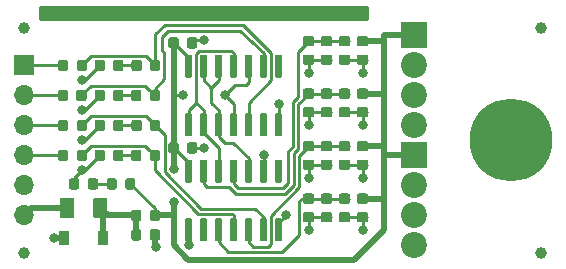
<source format=gbr>
G04 #@! TF.GenerationSoftware,KiCad,Pcbnew,5.1.2-f72e74a~84~ubuntu18.04.1*
G04 #@! TF.CreationDate,2019-06-21T19:35:54+10:00*
G04 #@! TF.ProjectId,axis-encoder,61786973-2d65-46e6-936f-6465722e6b69,21/06/19*
G04 #@! TF.SameCoordinates,Original*
G04 #@! TF.FileFunction,Copper,L1,Top*
G04 #@! TF.FilePolarity,Positive*
%FSLAX46Y46*%
G04 Gerber Fmt 4.6, Leading zero omitted, Abs format (unit mm)*
G04 Created by KiCad (PCBNEW 5.1.2-f72e74a~84~ubuntu18.04.1) date 2019-06-21 19:35:54*
%MOMM*%
%LPD*%
G04 APERTURE LIST*
%ADD10C,0.100000*%
%ADD11C,0.600000*%
%ADD12R,0.900000X1.200000*%
%ADD13C,1.250000*%
%ADD14C,1.000000*%
%ADD15C,7.000000*%
%ADD16C,0.800000*%
%ADD17R,1.700000X1.700000*%
%ADD18O,1.700000X1.700000*%
%ADD19R,2.200000X2.200000*%
%ADD20C,2.200000*%
%ADD21C,0.875000*%
%ADD22C,0.250000*%
%ADD23C,0.500000*%
%ADD24C,0.254000*%
G04 APERTURE END LIST*
D10*
G36*
X137959703Y-104370722D02*
G01*
X137974264Y-104372882D01*
X137988543Y-104376459D01*
X138002403Y-104381418D01*
X138015710Y-104387712D01*
X138028336Y-104395280D01*
X138040159Y-104404048D01*
X138051066Y-104413934D01*
X138060952Y-104424841D01*
X138069720Y-104436664D01*
X138077288Y-104449290D01*
X138083582Y-104462597D01*
X138088541Y-104476457D01*
X138092118Y-104490736D01*
X138094278Y-104505297D01*
X138095000Y-104520000D01*
X138095000Y-106170000D01*
X138094278Y-106184703D01*
X138092118Y-106199264D01*
X138088541Y-106213543D01*
X138083582Y-106227403D01*
X138077288Y-106240710D01*
X138069720Y-106253336D01*
X138060952Y-106265159D01*
X138051066Y-106276066D01*
X138040159Y-106285952D01*
X138028336Y-106294720D01*
X138015710Y-106302288D01*
X138002403Y-106308582D01*
X137988543Y-106313541D01*
X137974264Y-106317118D01*
X137959703Y-106319278D01*
X137945000Y-106320000D01*
X137645000Y-106320000D01*
X137630297Y-106319278D01*
X137615736Y-106317118D01*
X137601457Y-106313541D01*
X137587597Y-106308582D01*
X137574290Y-106302288D01*
X137561664Y-106294720D01*
X137549841Y-106285952D01*
X137538934Y-106276066D01*
X137529048Y-106265159D01*
X137520280Y-106253336D01*
X137512712Y-106240710D01*
X137506418Y-106227403D01*
X137501459Y-106213543D01*
X137497882Y-106199264D01*
X137495722Y-106184703D01*
X137495000Y-106170000D01*
X137495000Y-104520000D01*
X137495722Y-104505297D01*
X137497882Y-104490736D01*
X137501459Y-104476457D01*
X137506418Y-104462597D01*
X137512712Y-104449290D01*
X137520280Y-104436664D01*
X137529048Y-104424841D01*
X137538934Y-104413934D01*
X137549841Y-104404048D01*
X137561664Y-104395280D01*
X137574290Y-104387712D01*
X137587597Y-104381418D01*
X137601457Y-104376459D01*
X137615736Y-104372882D01*
X137630297Y-104370722D01*
X137645000Y-104370000D01*
X137945000Y-104370000D01*
X137959703Y-104370722D01*
X137959703Y-104370722D01*
G37*
D11*
X137795000Y-105345000D03*
D10*
G36*
X139229703Y-104370722D02*
G01*
X139244264Y-104372882D01*
X139258543Y-104376459D01*
X139272403Y-104381418D01*
X139285710Y-104387712D01*
X139298336Y-104395280D01*
X139310159Y-104404048D01*
X139321066Y-104413934D01*
X139330952Y-104424841D01*
X139339720Y-104436664D01*
X139347288Y-104449290D01*
X139353582Y-104462597D01*
X139358541Y-104476457D01*
X139362118Y-104490736D01*
X139364278Y-104505297D01*
X139365000Y-104520000D01*
X139365000Y-106170000D01*
X139364278Y-106184703D01*
X139362118Y-106199264D01*
X139358541Y-106213543D01*
X139353582Y-106227403D01*
X139347288Y-106240710D01*
X139339720Y-106253336D01*
X139330952Y-106265159D01*
X139321066Y-106276066D01*
X139310159Y-106285952D01*
X139298336Y-106294720D01*
X139285710Y-106302288D01*
X139272403Y-106308582D01*
X139258543Y-106313541D01*
X139244264Y-106317118D01*
X139229703Y-106319278D01*
X139215000Y-106320000D01*
X138915000Y-106320000D01*
X138900297Y-106319278D01*
X138885736Y-106317118D01*
X138871457Y-106313541D01*
X138857597Y-106308582D01*
X138844290Y-106302288D01*
X138831664Y-106294720D01*
X138819841Y-106285952D01*
X138808934Y-106276066D01*
X138799048Y-106265159D01*
X138790280Y-106253336D01*
X138782712Y-106240710D01*
X138776418Y-106227403D01*
X138771459Y-106213543D01*
X138767882Y-106199264D01*
X138765722Y-106184703D01*
X138765000Y-106170000D01*
X138765000Y-104520000D01*
X138765722Y-104505297D01*
X138767882Y-104490736D01*
X138771459Y-104476457D01*
X138776418Y-104462597D01*
X138782712Y-104449290D01*
X138790280Y-104436664D01*
X138799048Y-104424841D01*
X138808934Y-104413934D01*
X138819841Y-104404048D01*
X138831664Y-104395280D01*
X138844290Y-104387712D01*
X138857597Y-104381418D01*
X138871457Y-104376459D01*
X138885736Y-104372882D01*
X138900297Y-104370722D01*
X138915000Y-104370000D01*
X139215000Y-104370000D01*
X139229703Y-104370722D01*
X139229703Y-104370722D01*
G37*
D11*
X139065000Y-105345000D03*
D10*
G36*
X140499703Y-104370722D02*
G01*
X140514264Y-104372882D01*
X140528543Y-104376459D01*
X140542403Y-104381418D01*
X140555710Y-104387712D01*
X140568336Y-104395280D01*
X140580159Y-104404048D01*
X140591066Y-104413934D01*
X140600952Y-104424841D01*
X140609720Y-104436664D01*
X140617288Y-104449290D01*
X140623582Y-104462597D01*
X140628541Y-104476457D01*
X140632118Y-104490736D01*
X140634278Y-104505297D01*
X140635000Y-104520000D01*
X140635000Y-106170000D01*
X140634278Y-106184703D01*
X140632118Y-106199264D01*
X140628541Y-106213543D01*
X140623582Y-106227403D01*
X140617288Y-106240710D01*
X140609720Y-106253336D01*
X140600952Y-106265159D01*
X140591066Y-106276066D01*
X140580159Y-106285952D01*
X140568336Y-106294720D01*
X140555710Y-106302288D01*
X140542403Y-106308582D01*
X140528543Y-106313541D01*
X140514264Y-106317118D01*
X140499703Y-106319278D01*
X140485000Y-106320000D01*
X140185000Y-106320000D01*
X140170297Y-106319278D01*
X140155736Y-106317118D01*
X140141457Y-106313541D01*
X140127597Y-106308582D01*
X140114290Y-106302288D01*
X140101664Y-106294720D01*
X140089841Y-106285952D01*
X140078934Y-106276066D01*
X140069048Y-106265159D01*
X140060280Y-106253336D01*
X140052712Y-106240710D01*
X140046418Y-106227403D01*
X140041459Y-106213543D01*
X140037882Y-106199264D01*
X140035722Y-106184703D01*
X140035000Y-106170000D01*
X140035000Y-104520000D01*
X140035722Y-104505297D01*
X140037882Y-104490736D01*
X140041459Y-104476457D01*
X140046418Y-104462597D01*
X140052712Y-104449290D01*
X140060280Y-104436664D01*
X140069048Y-104424841D01*
X140078934Y-104413934D01*
X140089841Y-104404048D01*
X140101664Y-104395280D01*
X140114290Y-104387712D01*
X140127597Y-104381418D01*
X140141457Y-104376459D01*
X140155736Y-104372882D01*
X140170297Y-104370722D01*
X140185000Y-104370000D01*
X140485000Y-104370000D01*
X140499703Y-104370722D01*
X140499703Y-104370722D01*
G37*
D11*
X140335000Y-105345000D03*
D10*
G36*
X141769703Y-104370722D02*
G01*
X141784264Y-104372882D01*
X141798543Y-104376459D01*
X141812403Y-104381418D01*
X141825710Y-104387712D01*
X141838336Y-104395280D01*
X141850159Y-104404048D01*
X141861066Y-104413934D01*
X141870952Y-104424841D01*
X141879720Y-104436664D01*
X141887288Y-104449290D01*
X141893582Y-104462597D01*
X141898541Y-104476457D01*
X141902118Y-104490736D01*
X141904278Y-104505297D01*
X141905000Y-104520000D01*
X141905000Y-106170000D01*
X141904278Y-106184703D01*
X141902118Y-106199264D01*
X141898541Y-106213543D01*
X141893582Y-106227403D01*
X141887288Y-106240710D01*
X141879720Y-106253336D01*
X141870952Y-106265159D01*
X141861066Y-106276066D01*
X141850159Y-106285952D01*
X141838336Y-106294720D01*
X141825710Y-106302288D01*
X141812403Y-106308582D01*
X141798543Y-106313541D01*
X141784264Y-106317118D01*
X141769703Y-106319278D01*
X141755000Y-106320000D01*
X141455000Y-106320000D01*
X141440297Y-106319278D01*
X141425736Y-106317118D01*
X141411457Y-106313541D01*
X141397597Y-106308582D01*
X141384290Y-106302288D01*
X141371664Y-106294720D01*
X141359841Y-106285952D01*
X141348934Y-106276066D01*
X141339048Y-106265159D01*
X141330280Y-106253336D01*
X141322712Y-106240710D01*
X141316418Y-106227403D01*
X141311459Y-106213543D01*
X141307882Y-106199264D01*
X141305722Y-106184703D01*
X141305000Y-106170000D01*
X141305000Y-104520000D01*
X141305722Y-104505297D01*
X141307882Y-104490736D01*
X141311459Y-104476457D01*
X141316418Y-104462597D01*
X141322712Y-104449290D01*
X141330280Y-104436664D01*
X141339048Y-104424841D01*
X141348934Y-104413934D01*
X141359841Y-104404048D01*
X141371664Y-104395280D01*
X141384290Y-104387712D01*
X141397597Y-104381418D01*
X141411457Y-104376459D01*
X141425736Y-104372882D01*
X141440297Y-104370722D01*
X141455000Y-104370000D01*
X141755000Y-104370000D01*
X141769703Y-104370722D01*
X141769703Y-104370722D01*
G37*
D11*
X141605000Y-105345000D03*
D10*
G36*
X143039703Y-104370722D02*
G01*
X143054264Y-104372882D01*
X143068543Y-104376459D01*
X143082403Y-104381418D01*
X143095710Y-104387712D01*
X143108336Y-104395280D01*
X143120159Y-104404048D01*
X143131066Y-104413934D01*
X143140952Y-104424841D01*
X143149720Y-104436664D01*
X143157288Y-104449290D01*
X143163582Y-104462597D01*
X143168541Y-104476457D01*
X143172118Y-104490736D01*
X143174278Y-104505297D01*
X143175000Y-104520000D01*
X143175000Y-106170000D01*
X143174278Y-106184703D01*
X143172118Y-106199264D01*
X143168541Y-106213543D01*
X143163582Y-106227403D01*
X143157288Y-106240710D01*
X143149720Y-106253336D01*
X143140952Y-106265159D01*
X143131066Y-106276066D01*
X143120159Y-106285952D01*
X143108336Y-106294720D01*
X143095710Y-106302288D01*
X143082403Y-106308582D01*
X143068543Y-106313541D01*
X143054264Y-106317118D01*
X143039703Y-106319278D01*
X143025000Y-106320000D01*
X142725000Y-106320000D01*
X142710297Y-106319278D01*
X142695736Y-106317118D01*
X142681457Y-106313541D01*
X142667597Y-106308582D01*
X142654290Y-106302288D01*
X142641664Y-106294720D01*
X142629841Y-106285952D01*
X142618934Y-106276066D01*
X142609048Y-106265159D01*
X142600280Y-106253336D01*
X142592712Y-106240710D01*
X142586418Y-106227403D01*
X142581459Y-106213543D01*
X142577882Y-106199264D01*
X142575722Y-106184703D01*
X142575000Y-106170000D01*
X142575000Y-104520000D01*
X142575722Y-104505297D01*
X142577882Y-104490736D01*
X142581459Y-104476457D01*
X142586418Y-104462597D01*
X142592712Y-104449290D01*
X142600280Y-104436664D01*
X142609048Y-104424841D01*
X142618934Y-104413934D01*
X142629841Y-104404048D01*
X142641664Y-104395280D01*
X142654290Y-104387712D01*
X142667597Y-104381418D01*
X142681457Y-104376459D01*
X142695736Y-104372882D01*
X142710297Y-104370722D01*
X142725000Y-104370000D01*
X143025000Y-104370000D01*
X143039703Y-104370722D01*
X143039703Y-104370722D01*
G37*
D11*
X142875000Y-105345000D03*
D10*
G36*
X144309703Y-104370722D02*
G01*
X144324264Y-104372882D01*
X144338543Y-104376459D01*
X144352403Y-104381418D01*
X144365710Y-104387712D01*
X144378336Y-104395280D01*
X144390159Y-104404048D01*
X144401066Y-104413934D01*
X144410952Y-104424841D01*
X144419720Y-104436664D01*
X144427288Y-104449290D01*
X144433582Y-104462597D01*
X144438541Y-104476457D01*
X144442118Y-104490736D01*
X144444278Y-104505297D01*
X144445000Y-104520000D01*
X144445000Y-106170000D01*
X144444278Y-106184703D01*
X144442118Y-106199264D01*
X144438541Y-106213543D01*
X144433582Y-106227403D01*
X144427288Y-106240710D01*
X144419720Y-106253336D01*
X144410952Y-106265159D01*
X144401066Y-106276066D01*
X144390159Y-106285952D01*
X144378336Y-106294720D01*
X144365710Y-106302288D01*
X144352403Y-106308582D01*
X144338543Y-106313541D01*
X144324264Y-106317118D01*
X144309703Y-106319278D01*
X144295000Y-106320000D01*
X143995000Y-106320000D01*
X143980297Y-106319278D01*
X143965736Y-106317118D01*
X143951457Y-106313541D01*
X143937597Y-106308582D01*
X143924290Y-106302288D01*
X143911664Y-106294720D01*
X143899841Y-106285952D01*
X143888934Y-106276066D01*
X143879048Y-106265159D01*
X143870280Y-106253336D01*
X143862712Y-106240710D01*
X143856418Y-106227403D01*
X143851459Y-106213543D01*
X143847882Y-106199264D01*
X143845722Y-106184703D01*
X143845000Y-106170000D01*
X143845000Y-104520000D01*
X143845722Y-104505297D01*
X143847882Y-104490736D01*
X143851459Y-104476457D01*
X143856418Y-104462597D01*
X143862712Y-104449290D01*
X143870280Y-104436664D01*
X143879048Y-104424841D01*
X143888934Y-104413934D01*
X143899841Y-104404048D01*
X143911664Y-104395280D01*
X143924290Y-104387712D01*
X143937597Y-104381418D01*
X143951457Y-104376459D01*
X143965736Y-104372882D01*
X143980297Y-104370722D01*
X143995000Y-104370000D01*
X144295000Y-104370000D01*
X144309703Y-104370722D01*
X144309703Y-104370722D01*
G37*
D11*
X144145000Y-105345000D03*
D10*
G36*
X145579703Y-104370722D02*
G01*
X145594264Y-104372882D01*
X145608543Y-104376459D01*
X145622403Y-104381418D01*
X145635710Y-104387712D01*
X145648336Y-104395280D01*
X145660159Y-104404048D01*
X145671066Y-104413934D01*
X145680952Y-104424841D01*
X145689720Y-104436664D01*
X145697288Y-104449290D01*
X145703582Y-104462597D01*
X145708541Y-104476457D01*
X145712118Y-104490736D01*
X145714278Y-104505297D01*
X145715000Y-104520000D01*
X145715000Y-106170000D01*
X145714278Y-106184703D01*
X145712118Y-106199264D01*
X145708541Y-106213543D01*
X145703582Y-106227403D01*
X145697288Y-106240710D01*
X145689720Y-106253336D01*
X145680952Y-106265159D01*
X145671066Y-106276066D01*
X145660159Y-106285952D01*
X145648336Y-106294720D01*
X145635710Y-106302288D01*
X145622403Y-106308582D01*
X145608543Y-106313541D01*
X145594264Y-106317118D01*
X145579703Y-106319278D01*
X145565000Y-106320000D01*
X145265000Y-106320000D01*
X145250297Y-106319278D01*
X145235736Y-106317118D01*
X145221457Y-106313541D01*
X145207597Y-106308582D01*
X145194290Y-106302288D01*
X145181664Y-106294720D01*
X145169841Y-106285952D01*
X145158934Y-106276066D01*
X145149048Y-106265159D01*
X145140280Y-106253336D01*
X145132712Y-106240710D01*
X145126418Y-106227403D01*
X145121459Y-106213543D01*
X145117882Y-106199264D01*
X145115722Y-106184703D01*
X145115000Y-106170000D01*
X145115000Y-104520000D01*
X145115722Y-104505297D01*
X145117882Y-104490736D01*
X145121459Y-104476457D01*
X145126418Y-104462597D01*
X145132712Y-104449290D01*
X145140280Y-104436664D01*
X145149048Y-104424841D01*
X145158934Y-104413934D01*
X145169841Y-104404048D01*
X145181664Y-104395280D01*
X145194290Y-104387712D01*
X145207597Y-104381418D01*
X145221457Y-104376459D01*
X145235736Y-104372882D01*
X145250297Y-104370722D01*
X145265000Y-104370000D01*
X145565000Y-104370000D01*
X145579703Y-104370722D01*
X145579703Y-104370722D01*
G37*
D11*
X145415000Y-105345000D03*
D10*
G36*
X145579703Y-99420722D02*
G01*
X145594264Y-99422882D01*
X145608543Y-99426459D01*
X145622403Y-99431418D01*
X145635710Y-99437712D01*
X145648336Y-99445280D01*
X145660159Y-99454048D01*
X145671066Y-99463934D01*
X145680952Y-99474841D01*
X145689720Y-99486664D01*
X145697288Y-99499290D01*
X145703582Y-99512597D01*
X145708541Y-99526457D01*
X145712118Y-99540736D01*
X145714278Y-99555297D01*
X145715000Y-99570000D01*
X145715000Y-101220000D01*
X145714278Y-101234703D01*
X145712118Y-101249264D01*
X145708541Y-101263543D01*
X145703582Y-101277403D01*
X145697288Y-101290710D01*
X145689720Y-101303336D01*
X145680952Y-101315159D01*
X145671066Y-101326066D01*
X145660159Y-101335952D01*
X145648336Y-101344720D01*
X145635710Y-101352288D01*
X145622403Y-101358582D01*
X145608543Y-101363541D01*
X145594264Y-101367118D01*
X145579703Y-101369278D01*
X145565000Y-101370000D01*
X145265000Y-101370000D01*
X145250297Y-101369278D01*
X145235736Y-101367118D01*
X145221457Y-101363541D01*
X145207597Y-101358582D01*
X145194290Y-101352288D01*
X145181664Y-101344720D01*
X145169841Y-101335952D01*
X145158934Y-101326066D01*
X145149048Y-101315159D01*
X145140280Y-101303336D01*
X145132712Y-101290710D01*
X145126418Y-101277403D01*
X145121459Y-101263543D01*
X145117882Y-101249264D01*
X145115722Y-101234703D01*
X145115000Y-101220000D01*
X145115000Y-99570000D01*
X145115722Y-99555297D01*
X145117882Y-99540736D01*
X145121459Y-99526457D01*
X145126418Y-99512597D01*
X145132712Y-99499290D01*
X145140280Y-99486664D01*
X145149048Y-99474841D01*
X145158934Y-99463934D01*
X145169841Y-99454048D01*
X145181664Y-99445280D01*
X145194290Y-99437712D01*
X145207597Y-99431418D01*
X145221457Y-99426459D01*
X145235736Y-99422882D01*
X145250297Y-99420722D01*
X145265000Y-99420000D01*
X145565000Y-99420000D01*
X145579703Y-99420722D01*
X145579703Y-99420722D01*
G37*
D11*
X145415000Y-100395000D03*
D10*
G36*
X144309703Y-99420722D02*
G01*
X144324264Y-99422882D01*
X144338543Y-99426459D01*
X144352403Y-99431418D01*
X144365710Y-99437712D01*
X144378336Y-99445280D01*
X144390159Y-99454048D01*
X144401066Y-99463934D01*
X144410952Y-99474841D01*
X144419720Y-99486664D01*
X144427288Y-99499290D01*
X144433582Y-99512597D01*
X144438541Y-99526457D01*
X144442118Y-99540736D01*
X144444278Y-99555297D01*
X144445000Y-99570000D01*
X144445000Y-101220000D01*
X144444278Y-101234703D01*
X144442118Y-101249264D01*
X144438541Y-101263543D01*
X144433582Y-101277403D01*
X144427288Y-101290710D01*
X144419720Y-101303336D01*
X144410952Y-101315159D01*
X144401066Y-101326066D01*
X144390159Y-101335952D01*
X144378336Y-101344720D01*
X144365710Y-101352288D01*
X144352403Y-101358582D01*
X144338543Y-101363541D01*
X144324264Y-101367118D01*
X144309703Y-101369278D01*
X144295000Y-101370000D01*
X143995000Y-101370000D01*
X143980297Y-101369278D01*
X143965736Y-101367118D01*
X143951457Y-101363541D01*
X143937597Y-101358582D01*
X143924290Y-101352288D01*
X143911664Y-101344720D01*
X143899841Y-101335952D01*
X143888934Y-101326066D01*
X143879048Y-101315159D01*
X143870280Y-101303336D01*
X143862712Y-101290710D01*
X143856418Y-101277403D01*
X143851459Y-101263543D01*
X143847882Y-101249264D01*
X143845722Y-101234703D01*
X143845000Y-101220000D01*
X143845000Y-99570000D01*
X143845722Y-99555297D01*
X143847882Y-99540736D01*
X143851459Y-99526457D01*
X143856418Y-99512597D01*
X143862712Y-99499290D01*
X143870280Y-99486664D01*
X143879048Y-99474841D01*
X143888934Y-99463934D01*
X143899841Y-99454048D01*
X143911664Y-99445280D01*
X143924290Y-99437712D01*
X143937597Y-99431418D01*
X143951457Y-99426459D01*
X143965736Y-99422882D01*
X143980297Y-99420722D01*
X143995000Y-99420000D01*
X144295000Y-99420000D01*
X144309703Y-99420722D01*
X144309703Y-99420722D01*
G37*
D11*
X144145000Y-100395000D03*
D10*
G36*
X143039703Y-99420722D02*
G01*
X143054264Y-99422882D01*
X143068543Y-99426459D01*
X143082403Y-99431418D01*
X143095710Y-99437712D01*
X143108336Y-99445280D01*
X143120159Y-99454048D01*
X143131066Y-99463934D01*
X143140952Y-99474841D01*
X143149720Y-99486664D01*
X143157288Y-99499290D01*
X143163582Y-99512597D01*
X143168541Y-99526457D01*
X143172118Y-99540736D01*
X143174278Y-99555297D01*
X143175000Y-99570000D01*
X143175000Y-101220000D01*
X143174278Y-101234703D01*
X143172118Y-101249264D01*
X143168541Y-101263543D01*
X143163582Y-101277403D01*
X143157288Y-101290710D01*
X143149720Y-101303336D01*
X143140952Y-101315159D01*
X143131066Y-101326066D01*
X143120159Y-101335952D01*
X143108336Y-101344720D01*
X143095710Y-101352288D01*
X143082403Y-101358582D01*
X143068543Y-101363541D01*
X143054264Y-101367118D01*
X143039703Y-101369278D01*
X143025000Y-101370000D01*
X142725000Y-101370000D01*
X142710297Y-101369278D01*
X142695736Y-101367118D01*
X142681457Y-101363541D01*
X142667597Y-101358582D01*
X142654290Y-101352288D01*
X142641664Y-101344720D01*
X142629841Y-101335952D01*
X142618934Y-101326066D01*
X142609048Y-101315159D01*
X142600280Y-101303336D01*
X142592712Y-101290710D01*
X142586418Y-101277403D01*
X142581459Y-101263543D01*
X142577882Y-101249264D01*
X142575722Y-101234703D01*
X142575000Y-101220000D01*
X142575000Y-99570000D01*
X142575722Y-99555297D01*
X142577882Y-99540736D01*
X142581459Y-99526457D01*
X142586418Y-99512597D01*
X142592712Y-99499290D01*
X142600280Y-99486664D01*
X142609048Y-99474841D01*
X142618934Y-99463934D01*
X142629841Y-99454048D01*
X142641664Y-99445280D01*
X142654290Y-99437712D01*
X142667597Y-99431418D01*
X142681457Y-99426459D01*
X142695736Y-99422882D01*
X142710297Y-99420722D01*
X142725000Y-99420000D01*
X143025000Y-99420000D01*
X143039703Y-99420722D01*
X143039703Y-99420722D01*
G37*
D11*
X142875000Y-100395000D03*
D10*
G36*
X141769703Y-99420722D02*
G01*
X141784264Y-99422882D01*
X141798543Y-99426459D01*
X141812403Y-99431418D01*
X141825710Y-99437712D01*
X141838336Y-99445280D01*
X141850159Y-99454048D01*
X141861066Y-99463934D01*
X141870952Y-99474841D01*
X141879720Y-99486664D01*
X141887288Y-99499290D01*
X141893582Y-99512597D01*
X141898541Y-99526457D01*
X141902118Y-99540736D01*
X141904278Y-99555297D01*
X141905000Y-99570000D01*
X141905000Y-101220000D01*
X141904278Y-101234703D01*
X141902118Y-101249264D01*
X141898541Y-101263543D01*
X141893582Y-101277403D01*
X141887288Y-101290710D01*
X141879720Y-101303336D01*
X141870952Y-101315159D01*
X141861066Y-101326066D01*
X141850159Y-101335952D01*
X141838336Y-101344720D01*
X141825710Y-101352288D01*
X141812403Y-101358582D01*
X141798543Y-101363541D01*
X141784264Y-101367118D01*
X141769703Y-101369278D01*
X141755000Y-101370000D01*
X141455000Y-101370000D01*
X141440297Y-101369278D01*
X141425736Y-101367118D01*
X141411457Y-101363541D01*
X141397597Y-101358582D01*
X141384290Y-101352288D01*
X141371664Y-101344720D01*
X141359841Y-101335952D01*
X141348934Y-101326066D01*
X141339048Y-101315159D01*
X141330280Y-101303336D01*
X141322712Y-101290710D01*
X141316418Y-101277403D01*
X141311459Y-101263543D01*
X141307882Y-101249264D01*
X141305722Y-101234703D01*
X141305000Y-101220000D01*
X141305000Y-99570000D01*
X141305722Y-99555297D01*
X141307882Y-99540736D01*
X141311459Y-99526457D01*
X141316418Y-99512597D01*
X141322712Y-99499290D01*
X141330280Y-99486664D01*
X141339048Y-99474841D01*
X141348934Y-99463934D01*
X141359841Y-99454048D01*
X141371664Y-99445280D01*
X141384290Y-99437712D01*
X141397597Y-99431418D01*
X141411457Y-99426459D01*
X141425736Y-99422882D01*
X141440297Y-99420722D01*
X141455000Y-99420000D01*
X141755000Y-99420000D01*
X141769703Y-99420722D01*
X141769703Y-99420722D01*
G37*
D11*
X141605000Y-100395000D03*
D10*
G36*
X140499703Y-99420722D02*
G01*
X140514264Y-99422882D01*
X140528543Y-99426459D01*
X140542403Y-99431418D01*
X140555710Y-99437712D01*
X140568336Y-99445280D01*
X140580159Y-99454048D01*
X140591066Y-99463934D01*
X140600952Y-99474841D01*
X140609720Y-99486664D01*
X140617288Y-99499290D01*
X140623582Y-99512597D01*
X140628541Y-99526457D01*
X140632118Y-99540736D01*
X140634278Y-99555297D01*
X140635000Y-99570000D01*
X140635000Y-101220000D01*
X140634278Y-101234703D01*
X140632118Y-101249264D01*
X140628541Y-101263543D01*
X140623582Y-101277403D01*
X140617288Y-101290710D01*
X140609720Y-101303336D01*
X140600952Y-101315159D01*
X140591066Y-101326066D01*
X140580159Y-101335952D01*
X140568336Y-101344720D01*
X140555710Y-101352288D01*
X140542403Y-101358582D01*
X140528543Y-101363541D01*
X140514264Y-101367118D01*
X140499703Y-101369278D01*
X140485000Y-101370000D01*
X140185000Y-101370000D01*
X140170297Y-101369278D01*
X140155736Y-101367118D01*
X140141457Y-101363541D01*
X140127597Y-101358582D01*
X140114290Y-101352288D01*
X140101664Y-101344720D01*
X140089841Y-101335952D01*
X140078934Y-101326066D01*
X140069048Y-101315159D01*
X140060280Y-101303336D01*
X140052712Y-101290710D01*
X140046418Y-101277403D01*
X140041459Y-101263543D01*
X140037882Y-101249264D01*
X140035722Y-101234703D01*
X140035000Y-101220000D01*
X140035000Y-99570000D01*
X140035722Y-99555297D01*
X140037882Y-99540736D01*
X140041459Y-99526457D01*
X140046418Y-99512597D01*
X140052712Y-99499290D01*
X140060280Y-99486664D01*
X140069048Y-99474841D01*
X140078934Y-99463934D01*
X140089841Y-99454048D01*
X140101664Y-99445280D01*
X140114290Y-99437712D01*
X140127597Y-99431418D01*
X140141457Y-99426459D01*
X140155736Y-99422882D01*
X140170297Y-99420722D01*
X140185000Y-99420000D01*
X140485000Y-99420000D01*
X140499703Y-99420722D01*
X140499703Y-99420722D01*
G37*
D11*
X140335000Y-100395000D03*
D10*
G36*
X139229703Y-99420722D02*
G01*
X139244264Y-99422882D01*
X139258543Y-99426459D01*
X139272403Y-99431418D01*
X139285710Y-99437712D01*
X139298336Y-99445280D01*
X139310159Y-99454048D01*
X139321066Y-99463934D01*
X139330952Y-99474841D01*
X139339720Y-99486664D01*
X139347288Y-99499290D01*
X139353582Y-99512597D01*
X139358541Y-99526457D01*
X139362118Y-99540736D01*
X139364278Y-99555297D01*
X139365000Y-99570000D01*
X139365000Y-101220000D01*
X139364278Y-101234703D01*
X139362118Y-101249264D01*
X139358541Y-101263543D01*
X139353582Y-101277403D01*
X139347288Y-101290710D01*
X139339720Y-101303336D01*
X139330952Y-101315159D01*
X139321066Y-101326066D01*
X139310159Y-101335952D01*
X139298336Y-101344720D01*
X139285710Y-101352288D01*
X139272403Y-101358582D01*
X139258543Y-101363541D01*
X139244264Y-101367118D01*
X139229703Y-101369278D01*
X139215000Y-101370000D01*
X138915000Y-101370000D01*
X138900297Y-101369278D01*
X138885736Y-101367118D01*
X138871457Y-101363541D01*
X138857597Y-101358582D01*
X138844290Y-101352288D01*
X138831664Y-101344720D01*
X138819841Y-101335952D01*
X138808934Y-101326066D01*
X138799048Y-101315159D01*
X138790280Y-101303336D01*
X138782712Y-101290710D01*
X138776418Y-101277403D01*
X138771459Y-101263543D01*
X138767882Y-101249264D01*
X138765722Y-101234703D01*
X138765000Y-101220000D01*
X138765000Y-99570000D01*
X138765722Y-99555297D01*
X138767882Y-99540736D01*
X138771459Y-99526457D01*
X138776418Y-99512597D01*
X138782712Y-99499290D01*
X138790280Y-99486664D01*
X138799048Y-99474841D01*
X138808934Y-99463934D01*
X138819841Y-99454048D01*
X138831664Y-99445280D01*
X138844290Y-99437712D01*
X138857597Y-99431418D01*
X138871457Y-99426459D01*
X138885736Y-99422882D01*
X138900297Y-99420722D01*
X138915000Y-99420000D01*
X139215000Y-99420000D01*
X139229703Y-99420722D01*
X139229703Y-99420722D01*
G37*
D11*
X139065000Y-100395000D03*
D10*
G36*
X137959703Y-99420722D02*
G01*
X137974264Y-99422882D01*
X137988543Y-99426459D01*
X138002403Y-99431418D01*
X138015710Y-99437712D01*
X138028336Y-99445280D01*
X138040159Y-99454048D01*
X138051066Y-99463934D01*
X138060952Y-99474841D01*
X138069720Y-99486664D01*
X138077288Y-99499290D01*
X138083582Y-99512597D01*
X138088541Y-99526457D01*
X138092118Y-99540736D01*
X138094278Y-99555297D01*
X138095000Y-99570000D01*
X138095000Y-101220000D01*
X138094278Y-101234703D01*
X138092118Y-101249264D01*
X138088541Y-101263543D01*
X138083582Y-101277403D01*
X138077288Y-101290710D01*
X138069720Y-101303336D01*
X138060952Y-101315159D01*
X138051066Y-101326066D01*
X138040159Y-101335952D01*
X138028336Y-101344720D01*
X138015710Y-101352288D01*
X138002403Y-101358582D01*
X137988543Y-101363541D01*
X137974264Y-101367118D01*
X137959703Y-101369278D01*
X137945000Y-101370000D01*
X137645000Y-101370000D01*
X137630297Y-101369278D01*
X137615736Y-101367118D01*
X137601457Y-101363541D01*
X137587597Y-101358582D01*
X137574290Y-101352288D01*
X137561664Y-101344720D01*
X137549841Y-101335952D01*
X137538934Y-101326066D01*
X137529048Y-101315159D01*
X137520280Y-101303336D01*
X137512712Y-101290710D01*
X137506418Y-101277403D01*
X137501459Y-101263543D01*
X137497882Y-101249264D01*
X137495722Y-101234703D01*
X137495000Y-101220000D01*
X137495000Y-99570000D01*
X137495722Y-99555297D01*
X137497882Y-99540736D01*
X137501459Y-99526457D01*
X137506418Y-99512597D01*
X137512712Y-99499290D01*
X137520280Y-99486664D01*
X137529048Y-99474841D01*
X137538934Y-99463934D01*
X137549841Y-99454048D01*
X137561664Y-99445280D01*
X137574290Y-99437712D01*
X137587597Y-99431418D01*
X137601457Y-99426459D01*
X137615736Y-99422882D01*
X137630297Y-99420722D01*
X137645000Y-99420000D01*
X137945000Y-99420000D01*
X137959703Y-99420722D01*
X137959703Y-99420722D01*
G37*
D11*
X137795000Y-100395000D03*
D12*
X127255000Y-106045000D03*
X130555000Y-106045000D03*
D10*
G36*
X130704504Y-102631204D02*
G01*
X130728773Y-102634804D01*
X130752571Y-102640765D01*
X130775671Y-102649030D01*
X130797849Y-102659520D01*
X130818893Y-102672133D01*
X130838598Y-102686747D01*
X130856777Y-102703223D01*
X130873253Y-102721402D01*
X130887867Y-102741107D01*
X130900480Y-102762151D01*
X130910970Y-102784329D01*
X130919235Y-102807429D01*
X130925196Y-102831227D01*
X130928796Y-102855496D01*
X130930000Y-102880000D01*
X130930000Y-104130000D01*
X130928796Y-104154504D01*
X130925196Y-104178773D01*
X130919235Y-104202571D01*
X130910970Y-104225671D01*
X130900480Y-104247849D01*
X130887867Y-104268893D01*
X130873253Y-104288598D01*
X130856777Y-104306777D01*
X130838598Y-104323253D01*
X130818893Y-104337867D01*
X130797849Y-104350480D01*
X130775671Y-104360970D01*
X130752571Y-104369235D01*
X130728773Y-104375196D01*
X130704504Y-104378796D01*
X130680000Y-104380000D01*
X129930000Y-104380000D01*
X129905496Y-104378796D01*
X129881227Y-104375196D01*
X129857429Y-104369235D01*
X129834329Y-104360970D01*
X129812151Y-104350480D01*
X129791107Y-104337867D01*
X129771402Y-104323253D01*
X129753223Y-104306777D01*
X129736747Y-104288598D01*
X129722133Y-104268893D01*
X129709520Y-104247849D01*
X129699030Y-104225671D01*
X129690765Y-104202571D01*
X129684804Y-104178773D01*
X129681204Y-104154504D01*
X129680000Y-104130000D01*
X129680000Y-102880000D01*
X129681204Y-102855496D01*
X129684804Y-102831227D01*
X129690765Y-102807429D01*
X129699030Y-102784329D01*
X129709520Y-102762151D01*
X129722133Y-102741107D01*
X129736747Y-102721402D01*
X129753223Y-102703223D01*
X129771402Y-102686747D01*
X129791107Y-102672133D01*
X129812151Y-102659520D01*
X129834329Y-102649030D01*
X129857429Y-102640765D01*
X129881227Y-102634804D01*
X129905496Y-102631204D01*
X129930000Y-102630000D01*
X130680000Y-102630000D01*
X130704504Y-102631204D01*
X130704504Y-102631204D01*
G37*
D13*
X130305000Y-103505000D03*
D10*
G36*
X127904504Y-102631204D02*
G01*
X127928773Y-102634804D01*
X127952571Y-102640765D01*
X127975671Y-102649030D01*
X127997849Y-102659520D01*
X128018893Y-102672133D01*
X128038598Y-102686747D01*
X128056777Y-102703223D01*
X128073253Y-102721402D01*
X128087867Y-102741107D01*
X128100480Y-102762151D01*
X128110970Y-102784329D01*
X128119235Y-102807429D01*
X128125196Y-102831227D01*
X128128796Y-102855496D01*
X128130000Y-102880000D01*
X128130000Y-104130000D01*
X128128796Y-104154504D01*
X128125196Y-104178773D01*
X128119235Y-104202571D01*
X128110970Y-104225671D01*
X128100480Y-104247849D01*
X128087867Y-104268893D01*
X128073253Y-104288598D01*
X128056777Y-104306777D01*
X128038598Y-104323253D01*
X128018893Y-104337867D01*
X127997849Y-104350480D01*
X127975671Y-104360970D01*
X127952571Y-104369235D01*
X127928773Y-104375196D01*
X127904504Y-104378796D01*
X127880000Y-104380000D01*
X127130000Y-104380000D01*
X127105496Y-104378796D01*
X127081227Y-104375196D01*
X127057429Y-104369235D01*
X127034329Y-104360970D01*
X127012151Y-104350480D01*
X126991107Y-104337867D01*
X126971402Y-104323253D01*
X126953223Y-104306777D01*
X126936747Y-104288598D01*
X126922133Y-104268893D01*
X126909520Y-104247849D01*
X126899030Y-104225671D01*
X126890765Y-104202571D01*
X126884804Y-104178773D01*
X126881204Y-104154504D01*
X126880000Y-104130000D01*
X126880000Y-102880000D01*
X126881204Y-102855496D01*
X126884804Y-102831227D01*
X126890765Y-102807429D01*
X126899030Y-102784329D01*
X126909520Y-102762151D01*
X126922133Y-102741107D01*
X126936747Y-102721402D01*
X126953223Y-102703223D01*
X126971402Y-102686747D01*
X126991107Y-102672133D01*
X127012151Y-102659520D01*
X127034329Y-102649030D01*
X127057429Y-102640765D01*
X127081227Y-102634804D01*
X127105496Y-102631204D01*
X127130000Y-102630000D01*
X127880000Y-102630000D01*
X127904504Y-102631204D01*
X127904504Y-102631204D01*
G37*
D13*
X127505000Y-103505000D03*
D14*
X123825000Y-88265000D03*
X167640000Y-88265000D03*
X123825000Y-107315000D03*
X167640000Y-107315000D03*
D15*
X165100000Y-97790000D03*
D16*
X167725000Y-97790000D03*
X166956155Y-99646155D03*
X165100000Y-100415000D03*
X163243845Y-99646155D03*
X162475000Y-97790000D03*
X163243845Y-95933845D03*
X165100000Y-95165000D03*
X166956155Y-95933845D03*
D17*
X123825000Y-91440000D03*
D18*
X123825000Y-93980000D03*
X123825000Y-96520000D03*
X123825000Y-99060000D03*
X123825000Y-101600000D03*
X123825000Y-104140000D03*
D19*
X156845000Y-88900000D03*
D20*
X156845000Y-91440000D03*
X156845000Y-93980000D03*
X156845000Y-96520000D03*
X156845000Y-106680000D03*
X156845000Y-104140000D03*
X156845000Y-101600000D03*
D19*
X156845000Y-99060000D03*
D10*
G36*
X137959703Y-90530722D02*
G01*
X137974264Y-90532882D01*
X137988543Y-90536459D01*
X138002403Y-90541418D01*
X138015710Y-90547712D01*
X138028336Y-90555280D01*
X138040159Y-90564048D01*
X138051066Y-90573934D01*
X138060952Y-90584841D01*
X138069720Y-90596664D01*
X138077288Y-90609290D01*
X138083582Y-90622597D01*
X138088541Y-90636457D01*
X138092118Y-90650736D01*
X138094278Y-90665297D01*
X138095000Y-90680000D01*
X138095000Y-92330000D01*
X138094278Y-92344703D01*
X138092118Y-92359264D01*
X138088541Y-92373543D01*
X138083582Y-92387403D01*
X138077288Y-92400710D01*
X138069720Y-92413336D01*
X138060952Y-92425159D01*
X138051066Y-92436066D01*
X138040159Y-92445952D01*
X138028336Y-92454720D01*
X138015710Y-92462288D01*
X138002403Y-92468582D01*
X137988543Y-92473541D01*
X137974264Y-92477118D01*
X137959703Y-92479278D01*
X137945000Y-92480000D01*
X137645000Y-92480000D01*
X137630297Y-92479278D01*
X137615736Y-92477118D01*
X137601457Y-92473541D01*
X137587597Y-92468582D01*
X137574290Y-92462288D01*
X137561664Y-92454720D01*
X137549841Y-92445952D01*
X137538934Y-92436066D01*
X137529048Y-92425159D01*
X137520280Y-92413336D01*
X137512712Y-92400710D01*
X137506418Y-92387403D01*
X137501459Y-92373543D01*
X137497882Y-92359264D01*
X137495722Y-92344703D01*
X137495000Y-92330000D01*
X137495000Y-90680000D01*
X137495722Y-90665297D01*
X137497882Y-90650736D01*
X137501459Y-90636457D01*
X137506418Y-90622597D01*
X137512712Y-90609290D01*
X137520280Y-90596664D01*
X137529048Y-90584841D01*
X137538934Y-90573934D01*
X137549841Y-90564048D01*
X137561664Y-90555280D01*
X137574290Y-90547712D01*
X137587597Y-90541418D01*
X137601457Y-90536459D01*
X137615736Y-90532882D01*
X137630297Y-90530722D01*
X137645000Y-90530000D01*
X137945000Y-90530000D01*
X137959703Y-90530722D01*
X137959703Y-90530722D01*
G37*
D11*
X137795000Y-91505000D03*
D10*
G36*
X139229703Y-90530722D02*
G01*
X139244264Y-90532882D01*
X139258543Y-90536459D01*
X139272403Y-90541418D01*
X139285710Y-90547712D01*
X139298336Y-90555280D01*
X139310159Y-90564048D01*
X139321066Y-90573934D01*
X139330952Y-90584841D01*
X139339720Y-90596664D01*
X139347288Y-90609290D01*
X139353582Y-90622597D01*
X139358541Y-90636457D01*
X139362118Y-90650736D01*
X139364278Y-90665297D01*
X139365000Y-90680000D01*
X139365000Y-92330000D01*
X139364278Y-92344703D01*
X139362118Y-92359264D01*
X139358541Y-92373543D01*
X139353582Y-92387403D01*
X139347288Y-92400710D01*
X139339720Y-92413336D01*
X139330952Y-92425159D01*
X139321066Y-92436066D01*
X139310159Y-92445952D01*
X139298336Y-92454720D01*
X139285710Y-92462288D01*
X139272403Y-92468582D01*
X139258543Y-92473541D01*
X139244264Y-92477118D01*
X139229703Y-92479278D01*
X139215000Y-92480000D01*
X138915000Y-92480000D01*
X138900297Y-92479278D01*
X138885736Y-92477118D01*
X138871457Y-92473541D01*
X138857597Y-92468582D01*
X138844290Y-92462288D01*
X138831664Y-92454720D01*
X138819841Y-92445952D01*
X138808934Y-92436066D01*
X138799048Y-92425159D01*
X138790280Y-92413336D01*
X138782712Y-92400710D01*
X138776418Y-92387403D01*
X138771459Y-92373543D01*
X138767882Y-92359264D01*
X138765722Y-92344703D01*
X138765000Y-92330000D01*
X138765000Y-90680000D01*
X138765722Y-90665297D01*
X138767882Y-90650736D01*
X138771459Y-90636457D01*
X138776418Y-90622597D01*
X138782712Y-90609290D01*
X138790280Y-90596664D01*
X138799048Y-90584841D01*
X138808934Y-90573934D01*
X138819841Y-90564048D01*
X138831664Y-90555280D01*
X138844290Y-90547712D01*
X138857597Y-90541418D01*
X138871457Y-90536459D01*
X138885736Y-90532882D01*
X138900297Y-90530722D01*
X138915000Y-90530000D01*
X139215000Y-90530000D01*
X139229703Y-90530722D01*
X139229703Y-90530722D01*
G37*
D11*
X139065000Y-91505000D03*
D10*
G36*
X140499703Y-90530722D02*
G01*
X140514264Y-90532882D01*
X140528543Y-90536459D01*
X140542403Y-90541418D01*
X140555710Y-90547712D01*
X140568336Y-90555280D01*
X140580159Y-90564048D01*
X140591066Y-90573934D01*
X140600952Y-90584841D01*
X140609720Y-90596664D01*
X140617288Y-90609290D01*
X140623582Y-90622597D01*
X140628541Y-90636457D01*
X140632118Y-90650736D01*
X140634278Y-90665297D01*
X140635000Y-90680000D01*
X140635000Y-92330000D01*
X140634278Y-92344703D01*
X140632118Y-92359264D01*
X140628541Y-92373543D01*
X140623582Y-92387403D01*
X140617288Y-92400710D01*
X140609720Y-92413336D01*
X140600952Y-92425159D01*
X140591066Y-92436066D01*
X140580159Y-92445952D01*
X140568336Y-92454720D01*
X140555710Y-92462288D01*
X140542403Y-92468582D01*
X140528543Y-92473541D01*
X140514264Y-92477118D01*
X140499703Y-92479278D01*
X140485000Y-92480000D01*
X140185000Y-92480000D01*
X140170297Y-92479278D01*
X140155736Y-92477118D01*
X140141457Y-92473541D01*
X140127597Y-92468582D01*
X140114290Y-92462288D01*
X140101664Y-92454720D01*
X140089841Y-92445952D01*
X140078934Y-92436066D01*
X140069048Y-92425159D01*
X140060280Y-92413336D01*
X140052712Y-92400710D01*
X140046418Y-92387403D01*
X140041459Y-92373543D01*
X140037882Y-92359264D01*
X140035722Y-92344703D01*
X140035000Y-92330000D01*
X140035000Y-90680000D01*
X140035722Y-90665297D01*
X140037882Y-90650736D01*
X140041459Y-90636457D01*
X140046418Y-90622597D01*
X140052712Y-90609290D01*
X140060280Y-90596664D01*
X140069048Y-90584841D01*
X140078934Y-90573934D01*
X140089841Y-90564048D01*
X140101664Y-90555280D01*
X140114290Y-90547712D01*
X140127597Y-90541418D01*
X140141457Y-90536459D01*
X140155736Y-90532882D01*
X140170297Y-90530722D01*
X140185000Y-90530000D01*
X140485000Y-90530000D01*
X140499703Y-90530722D01*
X140499703Y-90530722D01*
G37*
D11*
X140335000Y-91505000D03*
D10*
G36*
X141769703Y-90530722D02*
G01*
X141784264Y-90532882D01*
X141798543Y-90536459D01*
X141812403Y-90541418D01*
X141825710Y-90547712D01*
X141838336Y-90555280D01*
X141850159Y-90564048D01*
X141861066Y-90573934D01*
X141870952Y-90584841D01*
X141879720Y-90596664D01*
X141887288Y-90609290D01*
X141893582Y-90622597D01*
X141898541Y-90636457D01*
X141902118Y-90650736D01*
X141904278Y-90665297D01*
X141905000Y-90680000D01*
X141905000Y-92330000D01*
X141904278Y-92344703D01*
X141902118Y-92359264D01*
X141898541Y-92373543D01*
X141893582Y-92387403D01*
X141887288Y-92400710D01*
X141879720Y-92413336D01*
X141870952Y-92425159D01*
X141861066Y-92436066D01*
X141850159Y-92445952D01*
X141838336Y-92454720D01*
X141825710Y-92462288D01*
X141812403Y-92468582D01*
X141798543Y-92473541D01*
X141784264Y-92477118D01*
X141769703Y-92479278D01*
X141755000Y-92480000D01*
X141455000Y-92480000D01*
X141440297Y-92479278D01*
X141425736Y-92477118D01*
X141411457Y-92473541D01*
X141397597Y-92468582D01*
X141384290Y-92462288D01*
X141371664Y-92454720D01*
X141359841Y-92445952D01*
X141348934Y-92436066D01*
X141339048Y-92425159D01*
X141330280Y-92413336D01*
X141322712Y-92400710D01*
X141316418Y-92387403D01*
X141311459Y-92373543D01*
X141307882Y-92359264D01*
X141305722Y-92344703D01*
X141305000Y-92330000D01*
X141305000Y-90680000D01*
X141305722Y-90665297D01*
X141307882Y-90650736D01*
X141311459Y-90636457D01*
X141316418Y-90622597D01*
X141322712Y-90609290D01*
X141330280Y-90596664D01*
X141339048Y-90584841D01*
X141348934Y-90573934D01*
X141359841Y-90564048D01*
X141371664Y-90555280D01*
X141384290Y-90547712D01*
X141397597Y-90541418D01*
X141411457Y-90536459D01*
X141425736Y-90532882D01*
X141440297Y-90530722D01*
X141455000Y-90530000D01*
X141755000Y-90530000D01*
X141769703Y-90530722D01*
X141769703Y-90530722D01*
G37*
D11*
X141605000Y-91505000D03*
D10*
G36*
X143039703Y-90530722D02*
G01*
X143054264Y-90532882D01*
X143068543Y-90536459D01*
X143082403Y-90541418D01*
X143095710Y-90547712D01*
X143108336Y-90555280D01*
X143120159Y-90564048D01*
X143131066Y-90573934D01*
X143140952Y-90584841D01*
X143149720Y-90596664D01*
X143157288Y-90609290D01*
X143163582Y-90622597D01*
X143168541Y-90636457D01*
X143172118Y-90650736D01*
X143174278Y-90665297D01*
X143175000Y-90680000D01*
X143175000Y-92330000D01*
X143174278Y-92344703D01*
X143172118Y-92359264D01*
X143168541Y-92373543D01*
X143163582Y-92387403D01*
X143157288Y-92400710D01*
X143149720Y-92413336D01*
X143140952Y-92425159D01*
X143131066Y-92436066D01*
X143120159Y-92445952D01*
X143108336Y-92454720D01*
X143095710Y-92462288D01*
X143082403Y-92468582D01*
X143068543Y-92473541D01*
X143054264Y-92477118D01*
X143039703Y-92479278D01*
X143025000Y-92480000D01*
X142725000Y-92480000D01*
X142710297Y-92479278D01*
X142695736Y-92477118D01*
X142681457Y-92473541D01*
X142667597Y-92468582D01*
X142654290Y-92462288D01*
X142641664Y-92454720D01*
X142629841Y-92445952D01*
X142618934Y-92436066D01*
X142609048Y-92425159D01*
X142600280Y-92413336D01*
X142592712Y-92400710D01*
X142586418Y-92387403D01*
X142581459Y-92373543D01*
X142577882Y-92359264D01*
X142575722Y-92344703D01*
X142575000Y-92330000D01*
X142575000Y-90680000D01*
X142575722Y-90665297D01*
X142577882Y-90650736D01*
X142581459Y-90636457D01*
X142586418Y-90622597D01*
X142592712Y-90609290D01*
X142600280Y-90596664D01*
X142609048Y-90584841D01*
X142618934Y-90573934D01*
X142629841Y-90564048D01*
X142641664Y-90555280D01*
X142654290Y-90547712D01*
X142667597Y-90541418D01*
X142681457Y-90536459D01*
X142695736Y-90532882D01*
X142710297Y-90530722D01*
X142725000Y-90530000D01*
X143025000Y-90530000D01*
X143039703Y-90530722D01*
X143039703Y-90530722D01*
G37*
D11*
X142875000Y-91505000D03*
D10*
G36*
X144309703Y-90530722D02*
G01*
X144324264Y-90532882D01*
X144338543Y-90536459D01*
X144352403Y-90541418D01*
X144365710Y-90547712D01*
X144378336Y-90555280D01*
X144390159Y-90564048D01*
X144401066Y-90573934D01*
X144410952Y-90584841D01*
X144419720Y-90596664D01*
X144427288Y-90609290D01*
X144433582Y-90622597D01*
X144438541Y-90636457D01*
X144442118Y-90650736D01*
X144444278Y-90665297D01*
X144445000Y-90680000D01*
X144445000Y-92330000D01*
X144444278Y-92344703D01*
X144442118Y-92359264D01*
X144438541Y-92373543D01*
X144433582Y-92387403D01*
X144427288Y-92400710D01*
X144419720Y-92413336D01*
X144410952Y-92425159D01*
X144401066Y-92436066D01*
X144390159Y-92445952D01*
X144378336Y-92454720D01*
X144365710Y-92462288D01*
X144352403Y-92468582D01*
X144338543Y-92473541D01*
X144324264Y-92477118D01*
X144309703Y-92479278D01*
X144295000Y-92480000D01*
X143995000Y-92480000D01*
X143980297Y-92479278D01*
X143965736Y-92477118D01*
X143951457Y-92473541D01*
X143937597Y-92468582D01*
X143924290Y-92462288D01*
X143911664Y-92454720D01*
X143899841Y-92445952D01*
X143888934Y-92436066D01*
X143879048Y-92425159D01*
X143870280Y-92413336D01*
X143862712Y-92400710D01*
X143856418Y-92387403D01*
X143851459Y-92373543D01*
X143847882Y-92359264D01*
X143845722Y-92344703D01*
X143845000Y-92330000D01*
X143845000Y-90680000D01*
X143845722Y-90665297D01*
X143847882Y-90650736D01*
X143851459Y-90636457D01*
X143856418Y-90622597D01*
X143862712Y-90609290D01*
X143870280Y-90596664D01*
X143879048Y-90584841D01*
X143888934Y-90573934D01*
X143899841Y-90564048D01*
X143911664Y-90555280D01*
X143924290Y-90547712D01*
X143937597Y-90541418D01*
X143951457Y-90536459D01*
X143965736Y-90532882D01*
X143980297Y-90530722D01*
X143995000Y-90530000D01*
X144295000Y-90530000D01*
X144309703Y-90530722D01*
X144309703Y-90530722D01*
G37*
D11*
X144145000Y-91505000D03*
D10*
G36*
X145579703Y-90530722D02*
G01*
X145594264Y-90532882D01*
X145608543Y-90536459D01*
X145622403Y-90541418D01*
X145635710Y-90547712D01*
X145648336Y-90555280D01*
X145660159Y-90564048D01*
X145671066Y-90573934D01*
X145680952Y-90584841D01*
X145689720Y-90596664D01*
X145697288Y-90609290D01*
X145703582Y-90622597D01*
X145708541Y-90636457D01*
X145712118Y-90650736D01*
X145714278Y-90665297D01*
X145715000Y-90680000D01*
X145715000Y-92330000D01*
X145714278Y-92344703D01*
X145712118Y-92359264D01*
X145708541Y-92373543D01*
X145703582Y-92387403D01*
X145697288Y-92400710D01*
X145689720Y-92413336D01*
X145680952Y-92425159D01*
X145671066Y-92436066D01*
X145660159Y-92445952D01*
X145648336Y-92454720D01*
X145635710Y-92462288D01*
X145622403Y-92468582D01*
X145608543Y-92473541D01*
X145594264Y-92477118D01*
X145579703Y-92479278D01*
X145565000Y-92480000D01*
X145265000Y-92480000D01*
X145250297Y-92479278D01*
X145235736Y-92477118D01*
X145221457Y-92473541D01*
X145207597Y-92468582D01*
X145194290Y-92462288D01*
X145181664Y-92454720D01*
X145169841Y-92445952D01*
X145158934Y-92436066D01*
X145149048Y-92425159D01*
X145140280Y-92413336D01*
X145132712Y-92400710D01*
X145126418Y-92387403D01*
X145121459Y-92373543D01*
X145117882Y-92359264D01*
X145115722Y-92344703D01*
X145115000Y-92330000D01*
X145115000Y-90680000D01*
X145115722Y-90665297D01*
X145117882Y-90650736D01*
X145121459Y-90636457D01*
X145126418Y-90622597D01*
X145132712Y-90609290D01*
X145140280Y-90596664D01*
X145149048Y-90584841D01*
X145158934Y-90573934D01*
X145169841Y-90564048D01*
X145181664Y-90555280D01*
X145194290Y-90547712D01*
X145207597Y-90541418D01*
X145221457Y-90536459D01*
X145235736Y-90532882D01*
X145250297Y-90530722D01*
X145265000Y-90530000D01*
X145565000Y-90530000D01*
X145579703Y-90530722D01*
X145579703Y-90530722D01*
G37*
D11*
X145415000Y-91505000D03*
D10*
G36*
X145579703Y-95480722D02*
G01*
X145594264Y-95482882D01*
X145608543Y-95486459D01*
X145622403Y-95491418D01*
X145635710Y-95497712D01*
X145648336Y-95505280D01*
X145660159Y-95514048D01*
X145671066Y-95523934D01*
X145680952Y-95534841D01*
X145689720Y-95546664D01*
X145697288Y-95559290D01*
X145703582Y-95572597D01*
X145708541Y-95586457D01*
X145712118Y-95600736D01*
X145714278Y-95615297D01*
X145715000Y-95630000D01*
X145715000Y-97280000D01*
X145714278Y-97294703D01*
X145712118Y-97309264D01*
X145708541Y-97323543D01*
X145703582Y-97337403D01*
X145697288Y-97350710D01*
X145689720Y-97363336D01*
X145680952Y-97375159D01*
X145671066Y-97386066D01*
X145660159Y-97395952D01*
X145648336Y-97404720D01*
X145635710Y-97412288D01*
X145622403Y-97418582D01*
X145608543Y-97423541D01*
X145594264Y-97427118D01*
X145579703Y-97429278D01*
X145565000Y-97430000D01*
X145265000Y-97430000D01*
X145250297Y-97429278D01*
X145235736Y-97427118D01*
X145221457Y-97423541D01*
X145207597Y-97418582D01*
X145194290Y-97412288D01*
X145181664Y-97404720D01*
X145169841Y-97395952D01*
X145158934Y-97386066D01*
X145149048Y-97375159D01*
X145140280Y-97363336D01*
X145132712Y-97350710D01*
X145126418Y-97337403D01*
X145121459Y-97323543D01*
X145117882Y-97309264D01*
X145115722Y-97294703D01*
X145115000Y-97280000D01*
X145115000Y-95630000D01*
X145115722Y-95615297D01*
X145117882Y-95600736D01*
X145121459Y-95586457D01*
X145126418Y-95572597D01*
X145132712Y-95559290D01*
X145140280Y-95546664D01*
X145149048Y-95534841D01*
X145158934Y-95523934D01*
X145169841Y-95514048D01*
X145181664Y-95505280D01*
X145194290Y-95497712D01*
X145207597Y-95491418D01*
X145221457Y-95486459D01*
X145235736Y-95482882D01*
X145250297Y-95480722D01*
X145265000Y-95480000D01*
X145565000Y-95480000D01*
X145579703Y-95480722D01*
X145579703Y-95480722D01*
G37*
D11*
X145415000Y-96455000D03*
D10*
G36*
X144309703Y-95480722D02*
G01*
X144324264Y-95482882D01*
X144338543Y-95486459D01*
X144352403Y-95491418D01*
X144365710Y-95497712D01*
X144378336Y-95505280D01*
X144390159Y-95514048D01*
X144401066Y-95523934D01*
X144410952Y-95534841D01*
X144419720Y-95546664D01*
X144427288Y-95559290D01*
X144433582Y-95572597D01*
X144438541Y-95586457D01*
X144442118Y-95600736D01*
X144444278Y-95615297D01*
X144445000Y-95630000D01*
X144445000Y-97280000D01*
X144444278Y-97294703D01*
X144442118Y-97309264D01*
X144438541Y-97323543D01*
X144433582Y-97337403D01*
X144427288Y-97350710D01*
X144419720Y-97363336D01*
X144410952Y-97375159D01*
X144401066Y-97386066D01*
X144390159Y-97395952D01*
X144378336Y-97404720D01*
X144365710Y-97412288D01*
X144352403Y-97418582D01*
X144338543Y-97423541D01*
X144324264Y-97427118D01*
X144309703Y-97429278D01*
X144295000Y-97430000D01*
X143995000Y-97430000D01*
X143980297Y-97429278D01*
X143965736Y-97427118D01*
X143951457Y-97423541D01*
X143937597Y-97418582D01*
X143924290Y-97412288D01*
X143911664Y-97404720D01*
X143899841Y-97395952D01*
X143888934Y-97386066D01*
X143879048Y-97375159D01*
X143870280Y-97363336D01*
X143862712Y-97350710D01*
X143856418Y-97337403D01*
X143851459Y-97323543D01*
X143847882Y-97309264D01*
X143845722Y-97294703D01*
X143845000Y-97280000D01*
X143845000Y-95630000D01*
X143845722Y-95615297D01*
X143847882Y-95600736D01*
X143851459Y-95586457D01*
X143856418Y-95572597D01*
X143862712Y-95559290D01*
X143870280Y-95546664D01*
X143879048Y-95534841D01*
X143888934Y-95523934D01*
X143899841Y-95514048D01*
X143911664Y-95505280D01*
X143924290Y-95497712D01*
X143937597Y-95491418D01*
X143951457Y-95486459D01*
X143965736Y-95482882D01*
X143980297Y-95480722D01*
X143995000Y-95480000D01*
X144295000Y-95480000D01*
X144309703Y-95480722D01*
X144309703Y-95480722D01*
G37*
D11*
X144145000Y-96455000D03*
D10*
G36*
X143039703Y-95480722D02*
G01*
X143054264Y-95482882D01*
X143068543Y-95486459D01*
X143082403Y-95491418D01*
X143095710Y-95497712D01*
X143108336Y-95505280D01*
X143120159Y-95514048D01*
X143131066Y-95523934D01*
X143140952Y-95534841D01*
X143149720Y-95546664D01*
X143157288Y-95559290D01*
X143163582Y-95572597D01*
X143168541Y-95586457D01*
X143172118Y-95600736D01*
X143174278Y-95615297D01*
X143175000Y-95630000D01*
X143175000Y-97280000D01*
X143174278Y-97294703D01*
X143172118Y-97309264D01*
X143168541Y-97323543D01*
X143163582Y-97337403D01*
X143157288Y-97350710D01*
X143149720Y-97363336D01*
X143140952Y-97375159D01*
X143131066Y-97386066D01*
X143120159Y-97395952D01*
X143108336Y-97404720D01*
X143095710Y-97412288D01*
X143082403Y-97418582D01*
X143068543Y-97423541D01*
X143054264Y-97427118D01*
X143039703Y-97429278D01*
X143025000Y-97430000D01*
X142725000Y-97430000D01*
X142710297Y-97429278D01*
X142695736Y-97427118D01*
X142681457Y-97423541D01*
X142667597Y-97418582D01*
X142654290Y-97412288D01*
X142641664Y-97404720D01*
X142629841Y-97395952D01*
X142618934Y-97386066D01*
X142609048Y-97375159D01*
X142600280Y-97363336D01*
X142592712Y-97350710D01*
X142586418Y-97337403D01*
X142581459Y-97323543D01*
X142577882Y-97309264D01*
X142575722Y-97294703D01*
X142575000Y-97280000D01*
X142575000Y-95630000D01*
X142575722Y-95615297D01*
X142577882Y-95600736D01*
X142581459Y-95586457D01*
X142586418Y-95572597D01*
X142592712Y-95559290D01*
X142600280Y-95546664D01*
X142609048Y-95534841D01*
X142618934Y-95523934D01*
X142629841Y-95514048D01*
X142641664Y-95505280D01*
X142654290Y-95497712D01*
X142667597Y-95491418D01*
X142681457Y-95486459D01*
X142695736Y-95482882D01*
X142710297Y-95480722D01*
X142725000Y-95480000D01*
X143025000Y-95480000D01*
X143039703Y-95480722D01*
X143039703Y-95480722D01*
G37*
D11*
X142875000Y-96455000D03*
D10*
G36*
X141769703Y-95480722D02*
G01*
X141784264Y-95482882D01*
X141798543Y-95486459D01*
X141812403Y-95491418D01*
X141825710Y-95497712D01*
X141838336Y-95505280D01*
X141850159Y-95514048D01*
X141861066Y-95523934D01*
X141870952Y-95534841D01*
X141879720Y-95546664D01*
X141887288Y-95559290D01*
X141893582Y-95572597D01*
X141898541Y-95586457D01*
X141902118Y-95600736D01*
X141904278Y-95615297D01*
X141905000Y-95630000D01*
X141905000Y-97280000D01*
X141904278Y-97294703D01*
X141902118Y-97309264D01*
X141898541Y-97323543D01*
X141893582Y-97337403D01*
X141887288Y-97350710D01*
X141879720Y-97363336D01*
X141870952Y-97375159D01*
X141861066Y-97386066D01*
X141850159Y-97395952D01*
X141838336Y-97404720D01*
X141825710Y-97412288D01*
X141812403Y-97418582D01*
X141798543Y-97423541D01*
X141784264Y-97427118D01*
X141769703Y-97429278D01*
X141755000Y-97430000D01*
X141455000Y-97430000D01*
X141440297Y-97429278D01*
X141425736Y-97427118D01*
X141411457Y-97423541D01*
X141397597Y-97418582D01*
X141384290Y-97412288D01*
X141371664Y-97404720D01*
X141359841Y-97395952D01*
X141348934Y-97386066D01*
X141339048Y-97375159D01*
X141330280Y-97363336D01*
X141322712Y-97350710D01*
X141316418Y-97337403D01*
X141311459Y-97323543D01*
X141307882Y-97309264D01*
X141305722Y-97294703D01*
X141305000Y-97280000D01*
X141305000Y-95630000D01*
X141305722Y-95615297D01*
X141307882Y-95600736D01*
X141311459Y-95586457D01*
X141316418Y-95572597D01*
X141322712Y-95559290D01*
X141330280Y-95546664D01*
X141339048Y-95534841D01*
X141348934Y-95523934D01*
X141359841Y-95514048D01*
X141371664Y-95505280D01*
X141384290Y-95497712D01*
X141397597Y-95491418D01*
X141411457Y-95486459D01*
X141425736Y-95482882D01*
X141440297Y-95480722D01*
X141455000Y-95480000D01*
X141755000Y-95480000D01*
X141769703Y-95480722D01*
X141769703Y-95480722D01*
G37*
D11*
X141605000Y-96455000D03*
D10*
G36*
X140499703Y-95480722D02*
G01*
X140514264Y-95482882D01*
X140528543Y-95486459D01*
X140542403Y-95491418D01*
X140555710Y-95497712D01*
X140568336Y-95505280D01*
X140580159Y-95514048D01*
X140591066Y-95523934D01*
X140600952Y-95534841D01*
X140609720Y-95546664D01*
X140617288Y-95559290D01*
X140623582Y-95572597D01*
X140628541Y-95586457D01*
X140632118Y-95600736D01*
X140634278Y-95615297D01*
X140635000Y-95630000D01*
X140635000Y-97280000D01*
X140634278Y-97294703D01*
X140632118Y-97309264D01*
X140628541Y-97323543D01*
X140623582Y-97337403D01*
X140617288Y-97350710D01*
X140609720Y-97363336D01*
X140600952Y-97375159D01*
X140591066Y-97386066D01*
X140580159Y-97395952D01*
X140568336Y-97404720D01*
X140555710Y-97412288D01*
X140542403Y-97418582D01*
X140528543Y-97423541D01*
X140514264Y-97427118D01*
X140499703Y-97429278D01*
X140485000Y-97430000D01*
X140185000Y-97430000D01*
X140170297Y-97429278D01*
X140155736Y-97427118D01*
X140141457Y-97423541D01*
X140127597Y-97418582D01*
X140114290Y-97412288D01*
X140101664Y-97404720D01*
X140089841Y-97395952D01*
X140078934Y-97386066D01*
X140069048Y-97375159D01*
X140060280Y-97363336D01*
X140052712Y-97350710D01*
X140046418Y-97337403D01*
X140041459Y-97323543D01*
X140037882Y-97309264D01*
X140035722Y-97294703D01*
X140035000Y-97280000D01*
X140035000Y-95630000D01*
X140035722Y-95615297D01*
X140037882Y-95600736D01*
X140041459Y-95586457D01*
X140046418Y-95572597D01*
X140052712Y-95559290D01*
X140060280Y-95546664D01*
X140069048Y-95534841D01*
X140078934Y-95523934D01*
X140089841Y-95514048D01*
X140101664Y-95505280D01*
X140114290Y-95497712D01*
X140127597Y-95491418D01*
X140141457Y-95486459D01*
X140155736Y-95482882D01*
X140170297Y-95480722D01*
X140185000Y-95480000D01*
X140485000Y-95480000D01*
X140499703Y-95480722D01*
X140499703Y-95480722D01*
G37*
D11*
X140335000Y-96455000D03*
D10*
G36*
X139229703Y-95480722D02*
G01*
X139244264Y-95482882D01*
X139258543Y-95486459D01*
X139272403Y-95491418D01*
X139285710Y-95497712D01*
X139298336Y-95505280D01*
X139310159Y-95514048D01*
X139321066Y-95523934D01*
X139330952Y-95534841D01*
X139339720Y-95546664D01*
X139347288Y-95559290D01*
X139353582Y-95572597D01*
X139358541Y-95586457D01*
X139362118Y-95600736D01*
X139364278Y-95615297D01*
X139365000Y-95630000D01*
X139365000Y-97280000D01*
X139364278Y-97294703D01*
X139362118Y-97309264D01*
X139358541Y-97323543D01*
X139353582Y-97337403D01*
X139347288Y-97350710D01*
X139339720Y-97363336D01*
X139330952Y-97375159D01*
X139321066Y-97386066D01*
X139310159Y-97395952D01*
X139298336Y-97404720D01*
X139285710Y-97412288D01*
X139272403Y-97418582D01*
X139258543Y-97423541D01*
X139244264Y-97427118D01*
X139229703Y-97429278D01*
X139215000Y-97430000D01*
X138915000Y-97430000D01*
X138900297Y-97429278D01*
X138885736Y-97427118D01*
X138871457Y-97423541D01*
X138857597Y-97418582D01*
X138844290Y-97412288D01*
X138831664Y-97404720D01*
X138819841Y-97395952D01*
X138808934Y-97386066D01*
X138799048Y-97375159D01*
X138790280Y-97363336D01*
X138782712Y-97350710D01*
X138776418Y-97337403D01*
X138771459Y-97323543D01*
X138767882Y-97309264D01*
X138765722Y-97294703D01*
X138765000Y-97280000D01*
X138765000Y-95630000D01*
X138765722Y-95615297D01*
X138767882Y-95600736D01*
X138771459Y-95586457D01*
X138776418Y-95572597D01*
X138782712Y-95559290D01*
X138790280Y-95546664D01*
X138799048Y-95534841D01*
X138808934Y-95523934D01*
X138819841Y-95514048D01*
X138831664Y-95505280D01*
X138844290Y-95497712D01*
X138857597Y-95491418D01*
X138871457Y-95486459D01*
X138885736Y-95482882D01*
X138900297Y-95480722D01*
X138915000Y-95480000D01*
X139215000Y-95480000D01*
X139229703Y-95480722D01*
X139229703Y-95480722D01*
G37*
D11*
X139065000Y-96455000D03*
D10*
G36*
X137959703Y-95480722D02*
G01*
X137974264Y-95482882D01*
X137988543Y-95486459D01*
X138002403Y-95491418D01*
X138015710Y-95497712D01*
X138028336Y-95505280D01*
X138040159Y-95514048D01*
X138051066Y-95523934D01*
X138060952Y-95534841D01*
X138069720Y-95546664D01*
X138077288Y-95559290D01*
X138083582Y-95572597D01*
X138088541Y-95586457D01*
X138092118Y-95600736D01*
X138094278Y-95615297D01*
X138095000Y-95630000D01*
X138095000Y-97280000D01*
X138094278Y-97294703D01*
X138092118Y-97309264D01*
X138088541Y-97323543D01*
X138083582Y-97337403D01*
X138077288Y-97350710D01*
X138069720Y-97363336D01*
X138060952Y-97375159D01*
X138051066Y-97386066D01*
X138040159Y-97395952D01*
X138028336Y-97404720D01*
X138015710Y-97412288D01*
X138002403Y-97418582D01*
X137988543Y-97423541D01*
X137974264Y-97427118D01*
X137959703Y-97429278D01*
X137945000Y-97430000D01*
X137645000Y-97430000D01*
X137630297Y-97429278D01*
X137615736Y-97427118D01*
X137601457Y-97423541D01*
X137587597Y-97418582D01*
X137574290Y-97412288D01*
X137561664Y-97404720D01*
X137549841Y-97395952D01*
X137538934Y-97386066D01*
X137529048Y-97375159D01*
X137520280Y-97363336D01*
X137512712Y-97350710D01*
X137506418Y-97337403D01*
X137501459Y-97323543D01*
X137497882Y-97309264D01*
X137495722Y-97294703D01*
X137495000Y-97280000D01*
X137495000Y-95630000D01*
X137495722Y-95615297D01*
X137497882Y-95600736D01*
X137501459Y-95586457D01*
X137506418Y-95572597D01*
X137512712Y-95559290D01*
X137520280Y-95546664D01*
X137529048Y-95534841D01*
X137538934Y-95523934D01*
X137549841Y-95514048D01*
X137561664Y-95505280D01*
X137574290Y-95497712D01*
X137587597Y-95491418D01*
X137601457Y-95486459D01*
X137615736Y-95482882D01*
X137630297Y-95480722D01*
X137645000Y-95480000D01*
X137945000Y-95480000D01*
X137959703Y-95480722D01*
X137959703Y-95480722D01*
G37*
D11*
X137795000Y-96455000D03*
D10*
G36*
X138340191Y-89061053D02*
G01*
X138361426Y-89064203D01*
X138382250Y-89069419D01*
X138402462Y-89076651D01*
X138421868Y-89085830D01*
X138440281Y-89096866D01*
X138457524Y-89109654D01*
X138473430Y-89124070D01*
X138487846Y-89139976D01*
X138500634Y-89157219D01*
X138511670Y-89175632D01*
X138520849Y-89195038D01*
X138528081Y-89215250D01*
X138533297Y-89236074D01*
X138536447Y-89257309D01*
X138537500Y-89278750D01*
X138537500Y-89791250D01*
X138536447Y-89812691D01*
X138533297Y-89833926D01*
X138528081Y-89854750D01*
X138520849Y-89874962D01*
X138511670Y-89894368D01*
X138500634Y-89912781D01*
X138487846Y-89930024D01*
X138473430Y-89945930D01*
X138457524Y-89960346D01*
X138440281Y-89973134D01*
X138421868Y-89984170D01*
X138402462Y-89993349D01*
X138382250Y-90000581D01*
X138361426Y-90005797D01*
X138340191Y-90008947D01*
X138318750Y-90010000D01*
X137881250Y-90010000D01*
X137859809Y-90008947D01*
X137838574Y-90005797D01*
X137817750Y-90000581D01*
X137797538Y-89993349D01*
X137778132Y-89984170D01*
X137759719Y-89973134D01*
X137742476Y-89960346D01*
X137726570Y-89945930D01*
X137712154Y-89930024D01*
X137699366Y-89912781D01*
X137688330Y-89894368D01*
X137679151Y-89874962D01*
X137671919Y-89854750D01*
X137666703Y-89833926D01*
X137663553Y-89812691D01*
X137662500Y-89791250D01*
X137662500Y-89278750D01*
X137663553Y-89257309D01*
X137666703Y-89236074D01*
X137671919Y-89215250D01*
X137679151Y-89195038D01*
X137688330Y-89175632D01*
X137699366Y-89157219D01*
X137712154Y-89139976D01*
X137726570Y-89124070D01*
X137742476Y-89109654D01*
X137759719Y-89096866D01*
X137778132Y-89085830D01*
X137797538Y-89076651D01*
X137817750Y-89069419D01*
X137838574Y-89064203D01*
X137859809Y-89061053D01*
X137881250Y-89060000D01*
X138318750Y-89060000D01*
X138340191Y-89061053D01*
X138340191Y-89061053D01*
G37*
D21*
X138100000Y-89535000D03*
D10*
G36*
X136765191Y-89061053D02*
G01*
X136786426Y-89064203D01*
X136807250Y-89069419D01*
X136827462Y-89076651D01*
X136846868Y-89085830D01*
X136865281Y-89096866D01*
X136882524Y-89109654D01*
X136898430Y-89124070D01*
X136912846Y-89139976D01*
X136925634Y-89157219D01*
X136936670Y-89175632D01*
X136945849Y-89195038D01*
X136953081Y-89215250D01*
X136958297Y-89236074D01*
X136961447Y-89257309D01*
X136962500Y-89278750D01*
X136962500Y-89791250D01*
X136961447Y-89812691D01*
X136958297Y-89833926D01*
X136953081Y-89854750D01*
X136945849Y-89874962D01*
X136936670Y-89894368D01*
X136925634Y-89912781D01*
X136912846Y-89930024D01*
X136898430Y-89945930D01*
X136882524Y-89960346D01*
X136865281Y-89973134D01*
X136846868Y-89984170D01*
X136827462Y-89993349D01*
X136807250Y-90000581D01*
X136786426Y-90005797D01*
X136765191Y-90008947D01*
X136743750Y-90010000D01*
X136306250Y-90010000D01*
X136284809Y-90008947D01*
X136263574Y-90005797D01*
X136242750Y-90000581D01*
X136222538Y-89993349D01*
X136203132Y-89984170D01*
X136184719Y-89973134D01*
X136167476Y-89960346D01*
X136151570Y-89945930D01*
X136137154Y-89930024D01*
X136124366Y-89912781D01*
X136113330Y-89894368D01*
X136104151Y-89874962D01*
X136096919Y-89854750D01*
X136091703Y-89833926D01*
X136088553Y-89812691D01*
X136087500Y-89791250D01*
X136087500Y-89278750D01*
X136088553Y-89257309D01*
X136091703Y-89236074D01*
X136096919Y-89215250D01*
X136104151Y-89195038D01*
X136113330Y-89175632D01*
X136124366Y-89157219D01*
X136137154Y-89139976D01*
X136151570Y-89124070D01*
X136167476Y-89109654D01*
X136184719Y-89096866D01*
X136203132Y-89085830D01*
X136222538Y-89076651D01*
X136242750Y-89069419D01*
X136263574Y-89064203D01*
X136284809Y-89061053D01*
X136306250Y-89060000D01*
X136743750Y-89060000D01*
X136765191Y-89061053D01*
X136765191Y-89061053D01*
G37*
D21*
X136525000Y-89535000D03*
D10*
G36*
X136765191Y-97951053D02*
G01*
X136786426Y-97954203D01*
X136807250Y-97959419D01*
X136827462Y-97966651D01*
X136846868Y-97975830D01*
X136865281Y-97986866D01*
X136882524Y-97999654D01*
X136898430Y-98014070D01*
X136912846Y-98029976D01*
X136925634Y-98047219D01*
X136936670Y-98065632D01*
X136945849Y-98085038D01*
X136953081Y-98105250D01*
X136958297Y-98126074D01*
X136961447Y-98147309D01*
X136962500Y-98168750D01*
X136962500Y-98681250D01*
X136961447Y-98702691D01*
X136958297Y-98723926D01*
X136953081Y-98744750D01*
X136945849Y-98764962D01*
X136936670Y-98784368D01*
X136925634Y-98802781D01*
X136912846Y-98820024D01*
X136898430Y-98835930D01*
X136882524Y-98850346D01*
X136865281Y-98863134D01*
X136846868Y-98874170D01*
X136827462Y-98883349D01*
X136807250Y-98890581D01*
X136786426Y-98895797D01*
X136765191Y-98898947D01*
X136743750Y-98900000D01*
X136306250Y-98900000D01*
X136284809Y-98898947D01*
X136263574Y-98895797D01*
X136242750Y-98890581D01*
X136222538Y-98883349D01*
X136203132Y-98874170D01*
X136184719Y-98863134D01*
X136167476Y-98850346D01*
X136151570Y-98835930D01*
X136137154Y-98820024D01*
X136124366Y-98802781D01*
X136113330Y-98784368D01*
X136104151Y-98764962D01*
X136096919Y-98744750D01*
X136091703Y-98723926D01*
X136088553Y-98702691D01*
X136087500Y-98681250D01*
X136087500Y-98168750D01*
X136088553Y-98147309D01*
X136091703Y-98126074D01*
X136096919Y-98105250D01*
X136104151Y-98085038D01*
X136113330Y-98065632D01*
X136124366Y-98047219D01*
X136137154Y-98029976D01*
X136151570Y-98014070D01*
X136167476Y-97999654D01*
X136184719Y-97986866D01*
X136203132Y-97975830D01*
X136222538Y-97966651D01*
X136242750Y-97959419D01*
X136263574Y-97954203D01*
X136284809Y-97951053D01*
X136306250Y-97950000D01*
X136743750Y-97950000D01*
X136765191Y-97951053D01*
X136765191Y-97951053D01*
G37*
D21*
X136525000Y-98425000D03*
D10*
G36*
X138340191Y-97951053D02*
G01*
X138361426Y-97954203D01*
X138382250Y-97959419D01*
X138402462Y-97966651D01*
X138421868Y-97975830D01*
X138440281Y-97986866D01*
X138457524Y-97999654D01*
X138473430Y-98014070D01*
X138487846Y-98029976D01*
X138500634Y-98047219D01*
X138511670Y-98065632D01*
X138520849Y-98085038D01*
X138528081Y-98105250D01*
X138533297Y-98126074D01*
X138536447Y-98147309D01*
X138537500Y-98168750D01*
X138537500Y-98681250D01*
X138536447Y-98702691D01*
X138533297Y-98723926D01*
X138528081Y-98744750D01*
X138520849Y-98764962D01*
X138511670Y-98784368D01*
X138500634Y-98802781D01*
X138487846Y-98820024D01*
X138473430Y-98835930D01*
X138457524Y-98850346D01*
X138440281Y-98863134D01*
X138421868Y-98874170D01*
X138402462Y-98883349D01*
X138382250Y-98890581D01*
X138361426Y-98895797D01*
X138340191Y-98898947D01*
X138318750Y-98900000D01*
X137881250Y-98900000D01*
X137859809Y-98898947D01*
X137838574Y-98895797D01*
X137817750Y-98890581D01*
X137797538Y-98883349D01*
X137778132Y-98874170D01*
X137759719Y-98863134D01*
X137742476Y-98850346D01*
X137726570Y-98835930D01*
X137712154Y-98820024D01*
X137699366Y-98802781D01*
X137688330Y-98784368D01*
X137679151Y-98764962D01*
X137671919Y-98744750D01*
X137666703Y-98723926D01*
X137663553Y-98702691D01*
X137662500Y-98681250D01*
X137662500Y-98168750D01*
X137663553Y-98147309D01*
X137666703Y-98126074D01*
X137671919Y-98105250D01*
X137679151Y-98085038D01*
X137688330Y-98065632D01*
X137699366Y-98047219D01*
X137712154Y-98029976D01*
X137726570Y-98014070D01*
X137742476Y-97999654D01*
X137759719Y-97986866D01*
X137778132Y-97975830D01*
X137797538Y-97966651D01*
X137817750Y-97959419D01*
X137838574Y-97954203D01*
X137859809Y-97951053D01*
X137881250Y-97950000D01*
X138318750Y-97950000D01*
X138340191Y-97951053D01*
X138340191Y-97951053D01*
G37*
D21*
X138100000Y-98425000D03*
D10*
G36*
X133613191Y-105317053D02*
G01*
X133634426Y-105320203D01*
X133655250Y-105325419D01*
X133675462Y-105332651D01*
X133694868Y-105341830D01*
X133713281Y-105352866D01*
X133730524Y-105365654D01*
X133746430Y-105380070D01*
X133760846Y-105395976D01*
X133773634Y-105413219D01*
X133784670Y-105431632D01*
X133793849Y-105451038D01*
X133801081Y-105471250D01*
X133806297Y-105492074D01*
X133809447Y-105513309D01*
X133810500Y-105534750D01*
X133810500Y-106047250D01*
X133809447Y-106068691D01*
X133806297Y-106089926D01*
X133801081Y-106110750D01*
X133793849Y-106130962D01*
X133784670Y-106150368D01*
X133773634Y-106168781D01*
X133760846Y-106186024D01*
X133746430Y-106201930D01*
X133730524Y-106216346D01*
X133713281Y-106229134D01*
X133694868Y-106240170D01*
X133675462Y-106249349D01*
X133655250Y-106256581D01*
X133634426Y-106261797D01*
X133613191Y-106264947D01*
X133591750Y-106266000D01*
X133154250Y-106266000D01*
X133132809Y-106264947D01*
X133111574Y-106261797D01*
X133090750Y-106256581D01*
X133070538Y-106249349D01*
X133051132Y-106240170D01*
X133032719Y-106229134D01*
X133015476Y-106216346D01*
X132999570Y-106201930D01*
X132985154Y-106186024D01*
X132972366Y-106168781D01*
X132961330Y-106150368D01*
X132952151Y-106130962D01*
X132944919Y-106110750D01*
X132939703Y-106089926D01*
X132936553Y-106068691D01*
X132935500Y-106047250D01*
X132935500Y-105534750D01*
X132936553Y-105513309D01*
X132939703Y-105492074D01*
X132944919Y-105471250D01*
X132952151Y-105451038D01*
X132961330Y-105431632D01*
X132972366Y-105413219D01*
X132985154Y-105395976D01*
X132999570Y-105380070D01*
X133015476Y-105365654D01*
X133032719Y-105352866D01*
X133051132Y-105341830D01*
X133070538Y-105332651D01*
X133090750Y-105325419D01*
X133111574Y-105320203D01*
X133132809Y-105317053D01*
X133154250Y-105316000D01*
X133591750Y-105316000D01*
X133613191Y-105317053D01*
X133613191Y-105317053D01*
G37*
D21*
X133373000Y-105791000D03*
D10*
G36*
X135188191Y-105317053D02*
G01*
X135209426Y-105320203D01*
X135230250Y-105325419D01*
X135250462Y-105332651D01*
X135269868Y-105341830D01*
X135288281Y-105352866D01*
X135305524Y-105365654D01*
X135321430Y-105380070D01*
X135335846Y-105395976D01*
X135348634Y-105413219D01*
X135359670Y-105431632D01*
X135368849Y-105451038D01*
X135376081Y-105471250D01*
X135381297Y-105492074D01*
X135384447Y-105513309D01*
X135385500Y-105534750D01*
X135385500Y-106047250D01*
X135384447Y-106068691D01*
X135381297Y-106089926D01*
X135376081Y-106110750D01*
X135368849Y-106130962D01*
X135359670Y-106150368D01*
X135348634Y-106168781D01*
X135335846Y-106186024D01*
X135321430Y-106201930D01*
X135305524Y-106216346D01*
X135288281Y-106229134D01*
X135269868Y-106240170D01*
X135250462Y-106249349D01*
X135230250Y-106256581D01*
X135209426Y-106261797D01*
X135188191Y-106264947D01*
X135166750Y-106266000D01*
X134729250Y-106266000D01*
X134707809Y-106264947D01*
X134686574Y-106261797D01*
X134665750Y-106256581D01*
X134645538Y-106249349D01*
X134626132Y-106240170D01*
X134607719Y-106229134D01*
X134590476Y-106216346D01*
X134574570Y-106201930D01*
X134560154Y-106186024D01*
X134547366Y-106168781D01*
X134536330Y-106150368D01*
X134527151Y-106130962D01*
X134519919Y-106110750D01*
X134514703Y-106089926D01*
X134511553Y-106068691D01*
X134510500Y-106047250D01*
X134510500Y-105534750D01*
X134511553Y-105513309D01*
X134514703Y-105492074D01*
X134519919Y-105471250D01*
X134527151Y-105451038D01*
X134536330Y-105431632D01*
X134547366Y-105413219D01*
X134560154Y-105395976D01*
X134574570Y-105380070D01*
X134590476Y-105365654D01*
X134607719Y-105352866D01*
X134626132Y-105341830D01*
X134645538Y-105332651D01*
X134665750Y-105325419D01*
X134686574Y-105320203D01*
X134707809Y-105317053D01*
X134729250Y-105316000D01*
X135166750Y-105316000D01*
X135188191Y-105317053D01*
X135188191Y-105317053D01*
G37*
D21*
X134948000Y-105791000D03*
D10*
G36*
X148232691Y-88946053D02*
G01*
X148253926Y-88949203D01*
X148274750Y-88954419D01*
X148294962Y-88961651D01*
X148314368Y-88970830D01*
X148332781Y-88981866D01*
X148350024Y-88994654D01*
X148365930Y-89009070D01*
X148380346Y-89024976D01*
X148393134Y-89042219D01*
X148404170Y-89060632D01*
X148413349Y-89080038D01*
X148420581Y-89100250D01*
X148425797Y-89121074D01*
X148428947Y-89142309D01*
X148430000Y-89163750D01*
X148430000Y-89601250D01*
X148428947Y-89622691D01*
X148425797Y-89643926D01*
X148420581Y-89664750D01*
X148413349Y-89684962D01*
X148404170Y-89704368D01*
X148393134Y-89722781D01*
X148380346Y-89740024D01*
X148365930Y-89755930D01*
X148350024Y-89770346D01*
X148332781Y-89783134D01*
X148314368Y-89794170D01*
X148294962Y-89803349D01*
X148274750Y-89810581D01*
X148253926Y-89815797D01*
X148232691Y-89818947D01*
X148211250Y-89820000D01*
X147698750Y-89820000D01*
X147677309Y-89818947D01*
X147656074Y-89815797D01*
X147635250Y-89810581D01*
X147615038Y-89803349D01*
X147595632Y-89794170D01*
X147577219Y-89783134D01*
X147559976Y-89770346D01*
X147544070Y-89755930D01*
X147529654Y-89740024D01*
X147516866Y-89722781D01*
X147505830Y-89704368D01*
X147496651Y-89684962D01*
X147489419Y-89664750D01*
X147484203Y-89643926D01*
X147481053Y-89622691D01*
X147480000Y-89601250D01*
X147480000Y-89163750D01*
X147481053Y-89142309D01*
X147484203Y-89121074D01*
X147489419Y-89100250D01*
X147496651Y-89080038D01*
X147505830Y-89060632D01*
X147516866Y-89042219D01*
X147529654Y-89024976D01*
X147544070Y-89009070D01*
X147559976Y-88994654D01*
X147577219Y-88981866D01*
X147595632Y-88970830D01*
X147615038Y-88961651D01*
X147635250Y-88954419D01*
X147656074Y-88949203D01*
X147677309Y-88946053D01*
X147698750Y-88945000D01*
X148211250Y-88945000D01*
X148232691Y-88946053D01*
X148232691Y-88946053D01*
G37*
D21*
X147955000Y-89382500D03*
D10*
G36*
X148232691Y-90521053D02*
G01*
X148253926Y-90524203D01*
X148274750Y-90529419D01*
X148294962Y-90536651D01*
X148314368Y-90545830D01*
X148332781Y-90556866D01*
X148350024Y-90569654D01*
X148365930Y-90584070D01*
X148380346Y-90599976D01*
X148393134Y-90617219D01*
X148404170Y-90635632D01*
X148413349Y-90655038D01*
X148420581Y-90675250D01*
X148425797Y-90696074D01*
X148428947Y-90717309D01*
X148430000Y-90738750D01*
X148430000Y-91176250D01*
X148428947Y-91197691D01*
X148425797Y-91218926D01*
X148420581Y-91239750D01*
X148413349Y-91259962D01*
X148404170Y-91279368D01*
X148393134Y-91297781D01*
X148380346Y-91315024D01*
X148365930Y-91330930D01*
X148350024Y-91345346D01*
X148332781Y-91358134D01*
X148314368Y-91369170D01*
X148294962Y-91378349D01*
X148274750Y-91385581D01*
X148253926Y-91390797D01*
X148232691Y-91393947D01*
X148211250Y-91395000D01*
X147698750Y-91395000D01*
X147677309Y-91393947D01*
X147656074Y-91390797D01*
X147635250Y-91385581D01*
X147615038Y-91378349D01*
X147595632Y-91369170D01*
X147577219Y-91358134D01*
X147559976Y-91345346D01*
X147544070Y-91330930D01*
X147529654Y-91315024D01*
X147516866Y-91297781D01*
X147505830Y-91279368D01*
X147496651Y-91259962D01*
X147489419Y-91239750D01*
X147484203Y-91218926D01*
X147481053Y-91197691D01*
X147480000Y-91176250D01*
X147480000Y-90738750D01*
X147481053Y-90717309D01*
X147484203Y-90696074D01*
X147489419Y-90675250D01*
X147496651Y-90655038D01*
X147505830Y-90635632D01*
X147516866Y-90617219D01*
X147529654Y-90599976D01*
X147544070Y-90584070D01*
X147559976Y-90569654D01*
X147577219Y-90556866D01*
X147595632Y-90545830D01*
X147615038Y-90536651D01*
X147635250Y-90529419D01*
X147656074Y-90524203D01*
X147677309Y-90521053D01*
X147698750Y-90520000D01*
X148211250Y-90520000D01*
X148232691Y-90521053D01*
X148232691Y-90521053D01*
G37*
D21*
X147955000Y-90957500D03*
D10*
G36*
X149756691Y-90521053D02*
G01*
X149777926Y-90524203D01*
X149798750Y-90529419D01*
X149818962Y-90536651D01*
X149838368Y-90545830D01*
X149856781Y-90556866D01*
X149874024Y-90569654D01*
X149889930Y-90584070D01*
X149904346Y-90599976D01*
X149917134Y-90617219D01*
X149928170Y-90635632D01*
X149937349Y-90655038D01*
X149944581Y-90675250D01*
X149949797Y-90696074D01*
X149952947Y-90717309D01*
X149954000Y-90738750D01*
X149954000Y-91176250D01*
X149952947Y-91197691D01*
X149949797Y-91218926D01*
X149944581Y-91239750D01*
X149937349Y-91259962D01*
X149928170Y-91279368D01*
X149917134Y-91297781D01*
X149904346Y-91315024D01*
X149889930Y-91330930D01*
X149874024Y-91345346D01*
X149856781Y-91358134D01*
X149838368Y-91369170D01*
X149818962Y-91378349D01*
X149798750Y-91385581D01*
X149777926Y-91390797D01*
X149756691Y-91393947D01*
X149735250Y-91395000D01*
X149222750Y-91395000D01*
X149201309Y-91393947D01*
X149180074Y-91390797D01*
X149159250Y-91385581D01*
X149139038Y-91378349D01*
X149119632Y-91369170D01*
X149101219Y-91358134D01*
X149083976Y-91345346D01*
X149068070Y-91330930D01*
X149053654Y-91315024D01*
X149040866Y-91297781D01*
X149029830Y-91279368D01*
X149020651Y-91259962D01*
X149013419Y-91239750D01*
X149008203Y-91218926D01*
X149005053Y-91197691D01*
X149004000Y-91176250D01*
X149004000Y-90738750D01*
X149005053Y-90717309D01*
X149008203Y-90696074D01*
X149013419Y-90675250D01*
X149020651Y-90655038D01*
X149029830Y-90635632D01*
X149040866Y-90617219D01*
X149053654Y-90599976D01*
X149068070Y-90584070D01*
X149083976Y-90569654D01*
X149101219Y-90556866D01*
X149119632Y-90545830D01*
X149139038Y-90536651D01*
X149159250Y-90529419D01*
X149180074Y-90524203D01*
X149201309Y-90521053D01*
X149222750Y-90520000D01*
X149735250Y-90520000D01*
X149756691Y-90521053D01*
X149756691Y-90521053D01*
G37*
D21*
X149479000Y-90957500D03*
D10*
G36*
X149756691Y-88946053D02*
G01*
X149777926Y-88949203D01*
X149798750Y-88954419D01*
X149818962Y-88961651D01*
X149838368Y-88970830D01*
X149856781Y-88981866D01*
X149874024Y-88994654D01*
X149889930Y-89009070D01*
X149904346Y-89024976D01*
X149917134Y-89042219D01*
X149928170Y-89060632D01*
X149937349Y-89080038D01*
X149944581Y-89100250D01*
X149949797Y-89121074D01*
X149952947Y-89142309D01*
X149954000Y-89163750D01*
X149954000Y-89601250D01*
X149952947Y-89622691D01*
X149949797Y-89643926D01*
X149944581Y-89664750D01*
X149937349Y-89684962D01*
X149928170Y-89704368D01*
X149917134Y-89722781D01*
X149904346Y-89740024D01*
X149889930Y-89755930D01*
X149874024Y-89770346D01*
X149856781Y-89783134D01*
X149838368Y-89794170D01*
X149818962Y-89803349D01*
X149798750Y-89810581D01*
X149777926Y-89815797D01*
X149756691Y-89818947D01*
X149735250Y-89820000D01*
X149222750Y-89820000D01*
X149201309Y-89818947D01*
X149180074Y-89815797D01*
X149159250Y-89810581D01*
X149139038Y-89803349D01*
X149119632Y-89794170D01*
X149101219Y-89783134D01*
X149083976Y-89770346D01*
X149068070Y-89755930D01*
X149053654Y-89740024D01*
X149040866Y-89722781D01*
X149029830Y-89704368D01*
X149020651Y-89684962D01*
X149013419Y-89664750D01*
X149008203Y-89643926D01*
X149005053Y-89622691D01*
X149004000Y-89601250D01*
X149004000Y-89163750D01*
X149005053Y-89142309D01*
X149008203Y-89121074D01*
X149013419Y-89100250D01*
X149020651Y-89080038D01*
X149029830Y-89060632D01*
X149040866Y-89042219D01*
X149053654Y-89024976D01*
X149068070Y-89009070D01*
X149083976Y-88994654D01*
X149101219Y-88981866D01*
X149119632Y-88970830D01*
X149139038Y-88961651D01*
X149159250Y-88954419D01*
X149180074Y-88949203D01*
X149201309Y-88946053D01*
X149222750Y-88945000D01*
X149735250Y-88945000D01*
X149756691Y-88946053D01*
X149756691Y-88946053D01*
G37*
D21*
X149479000Y-89382500D03*
D10*
G36*
X148232691Y-93391053D02*
G01*
X148253926Y-93394203D01*
X148274750Y-93399419D01*
X148294962Y-93406651D01*
X148314368Y-93415830D01*
X148332781Y-93426866D01*
X148350024Y-93439654D01*
X148365930Y-93454070D01*
X148380346Y-93469976D01*
X148393134Y-93487219D01*
X148404170Y-93505632D01*
X148413349Y-93525038D01*
X148420581Y-93545250D01*
X148425797Y-93566074D01*
X148428947Y-93587309D01*
X148430000Y-93608750D01*
X148430000Y-94046250D01*
X148428947Y-94067691D01*
X148425797Y-94088926D01*
X148420581Y-94109750D01*
X148413349Y-94129962D01*
X148404170Y-94149368D01*
X148393134Y-94167781D01*
X148380346Y-94185024D01*
X148365930Y-94200930D01*
X148350024Y-94215346D01*
X148332781Y-94228134D01*
X148314368Y-94239170D01*
X148294962Y-94248349D01*
X148274750Y-94255581D01*
X148253926Y-94260797D01*
X148232691Y-94263947D01*
X148211250Y-94265000D01*
X147698750Y-94265000D01*
X147677309Y-94263947D01*
X147656074Y-94260797D01*
X147635250Y-94255581D01*
X147615038Y-94248349D01*
X147595632Y-94239170D01*
X147577219Y-94228134D01*
X147559976Y-94215346D01*
X147544070Y-94200930D01*
X147529654Y-94185024D01*
X147516866Y-94167781D01*
X147505830Y-94149368D01*
X147496651Y-94129962D01*
X147489419Y-94109750D01*
X147484203Y-94088926D01*
X147481053Y-94067691D01*
X147480000Y-94046250D01*
X147480000Y-93608750D01*
X147481053Y-93587309D01*
X147484203Y-93566074D01*
X147489419Y-93545250D01*
X147496651Y-93525038D01*
X147505830Y-93505632D01*
X147516866Y-93487219D01*
X147529654Y-93469976D01*
X147544070Y-93454070D01*
X147559976Y-93439654D01*
X147577219Y-93426866D01*
X147595632Y-93415830D01*
X147615038Y-93406651D01*
X147635250Y-93399419D01*
X147656074Y-93394203D01*
X147677309Y-93391053D01*
X147698750Y-93390000D01*
X148211250Y-93390000D01*
X148232691Y-93391053D01*
X148232691Y-93391053D01*
G37*
D21*
X147955000Y-93827500D03*
D10*
G36*
X148232691Y-94966053D02*
G01*
X148253926Y-94969203D01*
X148274750Y-94974419D01*
X148294962Y-94981651D01*
X148314368Y-94990830D01*
X148332781Y-95001866D01*
X148350024Y-95014654D01*
X148365930Y-95029070D01*
X148380346Y-95044976D01*
X148393134Y-95062219D01*
X148404170Y-95080632D01*
X148413349Y-95100038D01*
X148420581Y-95120250D01*
X148425797Y-95141074D01*
X148428947Y-95162309D01*
X148430000Y-95183750D01*
X148430000Y-95621250D01*
X148428947Y-95642691D01*
X148425797Y-95663926D01*
X148420581Y-95684750D01*
X148413349Y-95704962D01*
X148404170Y-95724368D01*
X148393134Y-95742781D01*
X148380346Y-95760024D01*
X148365930Y-95775930D01*
X148350024Y-95790346D01*
X148332781Y-95803134D01*
X148314368Y-95814170D01*
X148294962Y-95823349D01*
X148274750Y-95830581D01*
X148253926Y-95835797D01*
X148232691Y-95838947D01*
X148211250Y-95840000D01*
X147698750Y-95840000D01*
X147677309Y-95838947D01*
X147656074Y-95835797D01*
X147635250Y-95830581D01*
X147615038Y-95823349D01*
X147595632Y-95814170D01*
X147577219Y-95803134D01*
X147559976Y-95790346D01*
X147544070Y-95775930D01*
X147529654Y-95760024D01*
X147516866Y-95742781D01*
X147505830Y-95724368D01*
X147496651Y-95704962D01*
X147489419Y-95684750D01*
X147484203Y-95663926D01*
X147481053Y-95642691D01*
X147480000Y-95621250D01*
X147480000Y-95183750D01*
X147481053Y-95162309D01*
X147484203Y-95141074D01*
X147489419Y-95120250D01*
X147496651Y-95100038D01*
X147505830Y-95080632D01*
X147516866Y-95062219D01*
X147529654Y-95044976D01*
X147544070Y-95029070D01*
X147559976Y-95014654D01*
X147577219Y-95001866D01*
X147595632Y-94990830D01*
X147615038Y-94981651D01*
X147635250Y-94974419D01*
X147656074Y-94969203D01*
X147677309Y-94966053D01*
X147698750Y-94965000D01*
X148211250Y-94965000D01*
X148232691Y-94966053D01*
X148232691Y-94966053D01*
G37*
D21*
X147955000Y-95402500D03*
D10*
G36*
X149756691Y-93391053D02*
G01*
X149777926Y-93394203D01*
X149798750Y-93399419D01*
X149818962Y-93406651D01*
X149838368Y-93415830D01*
X149856781Y-93426866D01*
X149874024Y-93439654D01*
X149889930Y-93454070D01*
X149904346Y-93469976D01*
X149917134Y-93487219D01*
X149928170Y-93505632D01*
X149937349Y-93525038D01*
X149944581Y-93545250D01*
X149949797Y-93566074D01*
X149952947Y-93587309D01*
X149954000Y-93608750D01*
X149954000Y-94046250D01*
X149952947Y-94067691D01*
X149949797Y-94088926D01*
X149944581Y-94109750D01*
X149937349Y-94129962D01*
X149928170Y-94149368D01*
X149917134Y-94167781D01*
X149904346Y-94185024D01*
X149889930Y-94200930D01*
X149874024Y-94215346D01*
X149856781Y-94228134D01*
X149838368Y-94239170D01*
X149818962Y-94248349D01*
X149798750Y-94255581D01*
X149777926Y-94260797D01*
X149756691Y-94263947D01*
X149735250Y-94265000D01*
X149222750Y-94265000D01*
X149201309Y-94263947D01*
X149180074Y-94260797D01*
X149159250Y-94255581D01*
X149139038Y-94248349D01*
X149119632Y-94239170D01*
X149101219Y-94228134D01*
X149083976Y-94215346D01*
X149068070Y-94200930D01*
X149053654Y-94185024D01*
X149040866Y-94167781D01*
X149029830Y-94149368D01*
X149020651Y-94129962D01*
X149013419Y-94109750D01*
X149008203Y-94088926D01*
X149005053Y-94067691D01*
X149004000Y-94046250D01*
X149004000Y-93608750D01*
X149005053Y-93587309D01*
X149008203Y-93566074D01*
X149013419Y-93545250D01*
X149020651Y-93525038D01*
X149029830Y-93505632D01*
X149040866Y-93487219D01*
X149053654Y-93469976D01*
X149068070Y-93454070D01*
X149083976Y-93439654D01*
X149101219Y-93426866D01*
X149119632Y-93415830D01*
X149139038Y-93406651D01*
X149159250Y-93399419D01*
X149180074Y-93394203D01*
X149201309Y-93391053D01*
X149222750Y-93390000D01*
X149735250Y-93390000D01*
X149756691Y-93391053D01*
X149756691Y-93391053D01*
G37*
D21*
X149479000Y-93827500D03*
D10*
G36*
X149756691Y-94966053D02*
G01*
X149777926Y-94969203D01*
X149798750Y-94974419D01*
X149818962Y-94981651D01*
X149838368Y-94990830D01*
X149856781Y-95001866D01*
X149874024Y-95014654D01*
X149889930Y-95029070D01*
X149904346Y-95044976D01*
X149917134Y-95062219D01*
X149928170Y-95080632D01*
X149937349Y-95100038D01*
X149944581Y-95120250D01*
X149949797Y-95141074D01*
X149952947Y-95162309D01*
X149954000Y-95183750D01*
X149954000Y-95621250D01*
X149952947Y-95642691D01*
X149949797Y-95663926D01*
X149944581Y-95684750D01*
X149937349Y-95704962D01*
X149928170Y-95724368D01*
X149917134Y-95742781D01*
X149904346Y-95760024D01*
X149889930Y-95775930D01*
X149874024Y-95790346D01*
X149856781Y-95803134D01*
X149838368Y-95814170D01*
X149818962Y-95823349D01*
X149798750Y-95830581D01*
X149777926Y-95835797D01*
X149756691Y-95838947D01*
X149735250Y-95840000D01*
X149222750Y-95840000D01*
X149201309Y-95838947D01*
X149180074Y-95835797D01*
X149159250Y-95830581D01*
X149139038Y-95823349D01*
X149119632Y-95814170D01*
X149101219Y-95803134D01*
X149083976Y-95790346D01*
X149068070Y-95775930D01*
X149053654Y-95760024D01*
X149040866Y-95742781D01*
X149029830Y-95724368D01*
X149020651Y-95704962D01*
X149013419Y-95684750D01*
X149008203Y-95663926D01*
X149005053Y-95642691D01*
X149004000Y-95621250D01*
X149004000Y-95183750D01*
X149005053Y-95162309D01*
X149008203Y-95141074D01*
X149013419Y-95120250D01*
X149020651Y-95100038D01*
X149029830Y-95080632D01*
X149040866Y-95062219D01*
X149053654Y-95044976D01*
X149068070Y-95029070D01*
X149083976Y-95014654D01*
X149101219Y-95001866D01*
X149119632Y-94990830D01*
X149139038Y-94981651D01*
X149159250Y-94974419D01*
X149180074Y-94969203D01*
X149201309Y-94966053D01*
X149222750Y-94965000D01*
X149735250Y-94965000D01*
X149756691Y-94966053D01*
X149756691Y-94966053D01*
G37*
D21*
X149479000Y-95402500D03*
D10*
G36*
X148232691Y-99411053D02*
G01*
X148253926Y-99414203D01*
X148274750Y-99419419D01*
X148294962Y-99426651D01*
X148314368Y-99435830D01*
X148332781Y-99446866D01*
X148350024Y-99459654D01*
X148365930Y-99474070D01*
X148380346Y-99489976D01*
X148393134Y-99507219D01*
X148404170Y-99525632D01*
X148413349Y-99545038D01*
X148420581Y-99565250D01*
X148425797Y-99586074D01*
X148428947Y-99607309D01*
X148430000Y-99628750D01*
X148430000Y-100066250D01*
X148428947Y-100087691D01*
X148425797Y-100108926D01*
X148420581Y-100129750D01*
X148413349Y-100149962D01*
X148404170Y-100169368D01*
X148393134Y-100187781D01*
X148380346Y-100205024D01*
X148365930Y-100220930D01*
X148350024Y-100235346D01*
X148332781Y-100248134D01*
X148314368Y-100259170D01*
X148294962Y-100268349D01*
X148274750Y-100275581D01*
X148253926Y-100280797D01*
X148232691Y-100283947D01*
X148211250Y-100285000D01*
X147698750Y-100285000D01*
X147677309Y-100283947D01*
X147656074Y-100280797D01*
X147635250Y-100275581D01*
X147615038Y-100268349D01*
X147595632Y-100259170D01*
X147577219Y-100248134D01*
X147559976Y-100235346D01*
X147544070Y-100220930D01*
X147529654Y-100205024D01*
X147516866Y-100187781D01*
X147505830Y-100169368D01*
X147496651Y-100149962D01*
X147489419Y-100129750D01*
X147484203Y-100108926D01*
X147481053Y-100087691D01*
X147480000Y-100066250D01*
X147480000Y-99628750D01*
X147481053Y-99607309D01*
X147484203Y-99586074D01*
X147489419Y-99565250D01*
X147496651Y-99545038D01*
X147505830Y-99525632D01*
X147516866Y-99507219D01*
X147529654Y-99489976D01*
X147544070Y-99474070D01*
X147559976Y-99459654D01*
X147577219Y-99446866D01*
X147595632Y-99435830D01*
X147615038Y-99426651D01*
X147635250Y-99419419D01*
X147656074Y-99414203D01*
X147677309Y-99411053D01*
X147698750Y-99410000D01*
X148211250Y-99410000D01*
X148232691Y-99411053D01*
X148232691Y-99411053D01*
G37*
D21*
X147955000Y-99847500D03*
D10*
G36*
X148232691Y-97836053D02*
G01*
X148253926Y-97839203D01*
X148274750Y-97844419D01*
X148294962Y-97851651D01*
X148314368Y-97860830D01*
X148332781Y-97871866D01*
X148350024Y-97884654D01*
X148365930Y-97899070D01*
X148380346Y-97914976D01*
X148393134Y-97932219D01*
X148404170Y-97950632D01*
X148413349Y-97970038D01*
X148420581Y-97990250D01*
X148425797Y-98011074D01*
X148428947Y-98032309D01*
X148430000Y-98053750D01*
X148430000Y-98491250D01*
X148428947Y-98512691D01*
X148425797Y-98533926D01*
X148420581Y-98554750D01*
X148413349Y-98574962D01*
X148404170Y-98594368D01*
X148393134Y-98612781D01*
X148380346Y-98630024D01*
X148365930Y-98645930D01*
X148350024Y-98660346D01*
X148332781Y-98673134D01*
X148314368Y-98684170D01*
X148294962Y-98693349D01*
X148274750Y-98700581D01*
X148253926Y-98705797D01*
X148232691Y-98708947D01*
X148211250Y-98710000D01*
X147698750Y-98710000D01*
X147677309Y-98708947D01*
X147656074Y-98705797D01*
X147635250Y-98700581D01*
X147615038Y-98693349D01*
X147595632Y-98684170D01*
X147577219Y-98673134D01*
X147559976Y-98660346D01*
X147544070Y-98645930D01*
X147529654Y-98630024D01*
X147516866Y-98612781D01*
X147505830Y-98594368D01*
X147496651Y-98574962D01*
X147489419Y-98554750D01*
X147484203Y-98533926D01*
X147481053Y-98512691D01*
X147480000Y-98491250D01*
X147480000Y-98053750D01*
X147481053Y-98032309D01*
X147484203Y-98011074D01*
X147489419Y-97990250D01*
X147496651Y-97970038D01*
X147505830Y-97950632D01*
X147516866Y-97932219D01*
X147529654Y-97914976D01*
X147544070Y-97899070D01*
X147559976Y-97884654D01*
X147577219Y-97871866D01*
X147595632Y-97860830D01*
X147615038Y-97851651D01*
X147635250Y-97844419D01*
X147656074Y-97839203D01*
X147677309Y-97836053D01*
X147698750Y-97835000D01*
X148211250Y-97835000D01*
X148232691Y-97836053D01*
X148232691Y-97836053D01*
G37*
D21*
X147955000Y-98272500D03*
D10*
G36*
X149756691Y-99411053D02*
G01*
X149777926Y-99414203D01*
X149798750Y-99419419D01*
X149818962Y-99426651D01*
X149838368Y-99435830D01*
X149856781Y-99446866D01*
X149874024Y-99459654D01*
X149889930Y-99474070D01*
X149904346Y-99489976D01*
X149917134Y-99507219D01*
X149928170Y-99525632D01*
X149937349Y-99545038D01*
X149944581Y-99565250D01*
X149949797Y-99586074D01*
X149952947Y-99607309D01*
X149954000Y-99628750D01*
X149954000Y-100066250D01*
X149952947Y-100087691D01*
X149949797Y-100108926D01*
X149944581Y-100129750D01*
X149937349Y-100149962D01*
X149928170Y-100169368D01*
X149917134Y-100187781D01*
X149904346Y-100205024D01*
X149889930Y-100220930D01*
X149874024Y-100235346D01*
X149856781Y-100248134D01*
X149838368Y-100259170D01*
X149818962Y-100268349D01*
X149798750Y-100275581D01*
X149777926Y-100280797D01*
X149756691Y-100283947D01*
X149735250Y-100285000D01*
X149222750Y-100285000D01*
X149201309Y-100283947D01*
X149180074Y-100280797D01*
X149159250Y-100275581D01*
X149139038Y-100268349D01*
X149119632Y-100259170D01*
X149101219Y-100248134D01*
X149083976Y-100235346D01*
X149068070Y-100220930D01*
X149053654Y-100205024D01*
X149040866Y-100187781D01*
X149029830Y-100169368D01*
X149020651Y-100149962D01*
X149013419Y-100129750D01*
X149008203Y-100108926D01*
X149005053Y-100087691D01*
X149004000Y-100066250D01*
X149004000Y-99628750D01*
X149005053Y-99607309D01*
X149008203Y-99586074D01*
X149013419Y-99565250D01*
X149020651Y-99545038D01*
X149029830Y-99525632D01*
X149040866Y-99507219D01*
X149053654Y-99489976D01*
X149068070Y-99474070D01*
X149083976Y-99459654D01*
X149101219Y-99446866D01*
X149119632Y-99435830D01*
X149139038Y-99426651D01*
X149159250Y-99419419D01*
X149180074Y-99414203D01*
X149201309Y-99411053D01*
X149222750Y-99410000D01*
X149735250Y-99410000D01*
X149756691Y-99411053D01*
X149756691Y-99411053D01*
G37*
D21*
X149479000Y-99847500D03*
D10*
G36*
X149756691Y-97836053D02*
G01*
X149777926Y-97839203D01*
X149798750Y-97844419D01*
X149818962Y-97851651D01*
X149838368Y-97860830D01*
X149856781Y-97871866D01*
X149874024Y-97884654D01*
X149889930Y-97899070D01*
X149904346Y-97914976D01*
X149917134Y-97932219D01*
X149928170Y-97950632D01*
X149937349Y-97970038D01*
X149944581Y-97990250D01*
X149949797Y-98011074D01*
X149952947Y-98032309D01*
X149954000Y-98053750D01*
X149954000Y-98491250D01*
X149952947Y-98512691D01*
X149949797Y-98533926D01*
X149944581Y-98554750D01*
X149937349Y-98574962D01*
X149928170Y-98594368D01*
X149917134Y-98612781D01*
X149904346Y-98630024D01*
X149889930Y-98645930D01*
X149874024Y-98660346D01*
X149856781Y-98673134D01*
X149838368Y-98684170D01*
X149818962Y-98693349D01*
X149798750Y-98700581D01*
X149777926Y-98705797D01*
X149756691Y-98708947D01*
X149735250Y-98710000D01*
X149222750Y-98710000D01*
X149201309Y-98708947D01*
X149180074Y-98705797D01*
X149159250Y-98700581D01*
X149139038Y-98693349D01*
X149119632Y-98684170D01*
X149101219Y-98673134D01*
X149083976Y-98660346D01*
X149068070Y-98645930D01*
X149053654Y-98630024D01*
X149040866Y-98612781D01*
X149029830Y-98594368D01*
X149020651Y-98574962D01*
X149013419Y-98554750D01*
X149008203Y-98533926D01*
X149005053Y-98512691D01*
X149004000Y-98491250D01*
X149004000Y-98053750D01*
X149005053Y-98032309D01*
X149008203Y-98011074D01*
X149013419Y-97990250D01*
X149020651Y-97970038D01*
X149029830Y-97950632D01*
X149040866Y-97932219D01*
X149053654Y-97914976D01*
X149068070Y-97899070D01*
X149083976Y-97884654D01*
X149101219Y-97871866D01*
X149119632Y-97860830D01*
X149139038Y-97851651D01*
X149159250Y-97844419D01*
X149180074Y-97839203D01*
X149201309Y-97836053D01*
X149222750Y-97835000D01*
X149735250Y-97835000D01*
X149756691Y-97836053D01*
X149756691Y-97836053D01*
G37*
D21*
X149479000Y-98272500D03*
D10*
G36*
X148232691Y-102281053D02*
G01*
X148253926Y-102284203D01*
X148274750Y-102289419D01*
X148294962Y-102296651D01*
X148314368Y-102305830D01*
X148332781Y-102316866D01*
X148350024Y-102329654D01*
X148365930Y-102344070D01*
X148380346Y-102359976D01*
X148393134Y-102377219D01*
X148404170Y-102395632D01*
X148413349Y-102415038D01*
X148420581Y-102435250D01*
X148425797Y-102456074D01*
X148428947Y-102477309D01*
X148430000Y-102498750D01*
X148430000Y-102936250D01*
X148428947Y-102957691D01*
X148425797Y-102978926D01*
X148420581Y-102999750D01*
X148413349Y-103019962D01*
X148404170Y-103039368D01*
X148393134Y-103057781D01*
X148380346Y-103075024D01*
X148365930Y-103090930D01*
X148350024Y-103105346D01*
X148332781Y-103118134D01*
X148314368Y-103129170D01*
X148294962Y-103138349D01*
X148274750Y-103145581D01*
X148253926Y-103150797D01*
X148232691Y-103153947D01*
X148211250Y-103155000D01*
X147698750Y-103155000D01*
X147677309Y-103153947D01*
X147656074Y-103150797D01*
X147635250Y-103145581D01*
X147615038Y-103138349D01*
X147595632Y-103129170D01*
X147577219Y-103118134D01*
X147559976Y-103105346D01*
X147544070Y-103090930D01*
X147529654Y-103075024D01*
X147516866Y-103057781D01*
X147505830Y-103039368D01*
X147496651Y-103019962D01*
X147489419Y-102999750D01*
X147484203Y-102978926D01*
X147481053Y-102957691D01*
X147480000Y-102936250D01*
X147480000Y-102498750D01*
X147481053Y-102477309D01*
X147484203Y-102456074D01*
X147489419Y-102435250D01*
X147496651Y-102415038D01*
X147505830Y-102395632D01*
X147516866Y-102377219D01*
X147529654Y-102359976D01*
X147544070Y-102344070D01*
X147559976Y-102329654D01*
X147577219Y-102316866D01*
X147595632Y-102305830D01*
X147615038Y-102296651D01*
X147635250Y-102289419D01*
X147656074Y-102284203D01*
X147677309Y-102281053D01*
X147698750Y-102280000D01*
X148211250Y-102280000D01*
X148232691Y-102281053D01*
X148232691Y-102281053D01*
G37*
D21*
X147955000Y-102717500D03*
D10*
G36*
X148232691Y-103856053D02*
G01*
X148253926Y-103859203D01*
X148274750Y-103864419D01*
X148294962Y-103871651D01*
X148314368Y-103880830D01*
X148332781Y-103891866D01*
X148350024Y-103904654D01*
X148365930Y-103919070D01*
X148380346Y-103934976D01*
X148393134Y-103952219D01*
X148404170Y-103970632D01*
X148413349Y-103990038D01*
X148420581Y-104010250D01*
X148425797Y-104031074D01*
X148428947Y-104052309D01*
X148430000Y-104073750D01*
X148430000Y-104511250D01*
X148428947Y-104532691D01*
X148425797Y-104553926D01*
X148420581Y-104574750D01*
X148413349Y-104594962D01*
X148404170Y-104614368D01*
X148393134Y-104632781D01*
X148380346Y-104650024D01*
X148365930Y-104665930D01*
X148350024Y-104680346D01*
X148332781Y-104693134D01*
X148314368Y-104704170D01*
X148294962Y-104713349D01*
X148274750Y-104720581D01*
X148253926Y-104725797D01*
X148232691Y-104728947D01*
X148211250Y-104730000D01*
X147698750Y-104730000D01*
X147677309Y-104728947D01*
X147656074Y-104725797D01*
X147635250Y-104720581D01*
X147615038Y-104713349D01*
X147595632Y-104704170D01*
X147577219Y-104693134D01*
X147559976Y-104680346D01*
X147544070Y-104665930D01*
X147529654Y-104650024D01*
X147516866Y-104632781D01*
X147505830Y-104614368D01*
X147496651Y-104594962D01*
X147489419Y-104574750D01*
X147484203Y-104553926D01*
X147481053Y-104532691D01*
X147480000Y-104511250D01*
X147480000Y-104073750D01*
X147481053Y-104052309D01*
X147484203Y-104031074D01*
X147489419Y-104010250D01*
X147496651Y-103990038D01*
X147505830Y-103970632D01*
X147516866Y-103952219D01*
X147529654Y-103934976D01*
X147544070Y-103919070D01*
X147559976Y-103904654D01*
X147577219Y-103891866D01*
X147595632Y-103880830D01*
X147615038Y-103871651D01*
X147635250Y-103864419D01*
X147656074Y-103859203D01*
X147677309Y-103856053D01*
X147698750Y-103855000D01*
X148211250Y-103855000D01*
X148232691Y-103856053D01*
X148232691Y-103856053D01*
G37*
D21*
X147955000Y-104292500D03*
D10*
G36*
X149756691Y-103856053D02*
G01*
X149777926Y-103859203D01*
X149798750Y-103864419D01*
X149818962Y-103871651D01*
X149838368Y-103880830D01*
X149856781Y-103891866D01*
X149874024Y-103904654D01*
X149889930Y-103919070D01*
X149904346Y-103934976D01*
X149917134Y-103952219D01*
X149928170Y-103970632D01*
X149937349Y-103990038D01*
X149944581Y-104010250D01*
X149949797Y-104031074D01*
X149952947Y-104052309D01*
X149954000Y-104073750D01*
X149954000Y-104511250D01*
X149952947Y-104532691D01*
X149949797Y-104553926D01*
X149944581Y-104574750D01*
X149937349Y-104594962D01*
X149928170Y-104614368D01*
X149917134Y-104632781D01*
X149904346Y-104650024D01*
X149889930Y-104665930D01*
X149874024Y-104680346D01*
X149856781Y-104693134D01*
X149838368Y-104704170D01*
X149818962Y-104713349D01*
X149798750Y-104720581D01*
X149777926Y-104725797D01*
X149756691Y-104728947D01*
X149735250Y-104730000D01*
X149222750Y-104730000D01*
X149201309Y-104728947D01*
X149180074Y-104725797D01*
X149159250Y-104720581D01*
X149139038Y-104713349D01*
X149119632Y-104704170D01*
X149101219Y-104693134D01*
X149083976Y-104680346D01*
X149068070Y-104665930D01*
X149053654Y-104650024D01*
X149040866Y-104632781D01*
X149029830Y-104614368D01*
X149020651Y-104594962D01*
X149013419Y-104574750D01*
X149008203Y-104553926D01*
X149005053Y-104532691D01*
X149004000Y-104511250D01*
X149004000Y-104073750D01*
X149005053Y-104052309D01*
X149008203Y-104031074D01*
X149013419Y-104010250D01*
X149020651Y-103990038D01*
X149029830Y-103970632D01*
X149040866Y-103952219D01*
X149053654Y-103934976D01*
X149068070Y-103919070D01*
X149083976Y-103904654D01*
X149101219Y-103891866D01*
X149119632Y-103880830D01*
X149139038Y-103871651D01*
X149159250Y-103864419D01*
X149180074Y-103859203D01*
X149201309Y-103856053D01*
X149222750Y-103855000D01*
X149735250Y-103855000D01*
X149756691Y-103856053D01*
X149756691Y-103856053D01*
G37*
D21*
X149479000Y-104292500D03*
D10*
G36*
X149756691Y-102281053D02*
G01*
X149777926Y-102284203D01*
X149798750Y-102289419D01*
X149818962Y-102296651D01*
X149838368Y-102305830D01*
X149856781Y-102316866D01*
X149874024Y-102329654D01*
X149889930Y-102344070D01*
X149904346Y-102359976D01*
X149917134Y-102377219D01*
X149928170Y-102395632D01*
X149937349Y-102415038D01*
X149944581Y-102435250D01*
X149949797Y-102456074D01*
X149952947Y-102477309D01*
X149954000Y-102498750D01*
X149954000Y-102936250D01*
X149952947Y-102957691D01*
X149949797Y-102978926D01*
X149944581Y-102999750D01*
X149937349Y-103019962D01*
X149928170Y-103039368D01*
X149917134Y-103057781D01*
X149904346Y-103075024D01*
X149889930Y-103090930D01*
X149874024Y-103105346D01*
X149856781Y-103118134D01*
X149838368Y-103129170D01*
X149818962Y-103138349D01*
X149798750Y-103145581D01*
X149777926Y-103150797D01*
X149756691Y-103153947D01*
X149735250Y-103155000D01*
X149222750Y-103155000D01*
X149201309Y-103153947D01*
X149180074Y-103150797D01*
X149159250Y-103145581D01*
X149139038Y-103138349D01*
X149119632Y-103129170D01*
X149101219Y-103118134D01*
X149083976Y-103105346D01*
X149068070Y-103090930D01*
X149053654Y-103075024D01*
X149040866Y-103057781D01*
X149029830Y-103039368D01*
X149020651Y-103019962D01*
X149013419Y-102999750D01*
X149008203Y-102978926D01*
X149005053Y-102957691D01*
X149004000Y-102936250D01*
X149004000Y-102498750D01*
X149005053Y-102477309D01*
X149008203Y-102456074D01*
X149013419Y-102435250D01*
X149020651Y-102415038D01*
X149029830Y-102395632D01*
X149040866Y-102377219D01*
X149053654Y-102359976D01*
X149068070Y-102344070D01*
X149083976Y-102329654D01*
X149101219Y-102316866D01*
X149119632Y-102305830D01*
X149139038Y-102296651D01*
X149159250Y-102289419D01*
X149180074Y-102284203D01*
X149201309Y-102281053D01*
X149222750Y-102280000D01*
X149735250Y-102280000D01*
X149756691Y-102281053D01*
X149756691Y-102281053D01*
G37*
D21*
X149479000Y-102717500D03*
D10*
G36*
X128357691Y-100999053D02*
G01*
X128378926Y-101002203D01*
X128399750Y-101007419D01*
X128419962Y-101014651D01*
X128439368Y-101023830D01*
X128457781Y-101034866D01*
X128475024Y-101047654D01*
X128490930Y-101062070D01*
X128505346Y-101077976D01*
X128518134Y-101095219D01*
X128529170Y-101113632D01*
X128538349Y-101133038D01*
X128545581Y-101153250D01*
X128550797Y-101174074D01*
X128553947Y-101195309D01*
X128555000Y-101216750D01*
X128555000Y-101729250D01*
X128553947Y-101750691D01*
X128550797Y-101771926D01*
X128545581Y-101792750D01*
X128538349Y-101812962D01*
X128529170Y-101832368D01*
X128518134Y-101850781D01*
X128505346Y-101868024D01*
X128490930Y-101883930D01*
X128475024Y-101898346D01*
X128457781Y-101911134D01*
X128439368Y-101922170D01*
X128419962Y-101931349D01*
X128399750Y-101938581D01*
X128378926Y-101943797D01*
X128357691Y-101946947D01*
X128336250Y-101948000D01*
X127898750Y-101948000D01*
X127877309Y-101946947D01*
X127856074Y-101943797D01*
X127835250Y-101938581D01*
X127815038Y-101931349D01*
X127795632Y-101922170D01*
X127777219Y-101911134D01*
X127759976Y-101898346D01*
X127744070Y-101883930D01*
X127729654Y-101868024D01*
X127716866Y-101850781D01*
X127705830Y-101832368D01*
X127696651Y-101812962D01*
X127689419Y-101792750D01*
X127684203Y-101771926D01*
X127681053Y-101750691D01*
X127680000Y-101729250D01*
X127680000Y-101216750D01*
X127681053Y-101195309D01*
X127684203Y-101174074D01*
X127689419Y-101153250D01*
X127696651Y-101133038D01*
X127705830Y-101113632D01*
X127716866Y-101095219D01*
X127729654Y-101077976D01*
X127744070Y-101062070D01*
X127759976Y-101047654D01*
X127777219Y-101034866D01*
X127795632Y-101023830D01*
X127815038Y-101014651D01*
X127835250Y-101007419D01*
X127856074Y-101002203D01*
X127877309Y-100999053D01*
X127898750Y-100998000D01*
X128336250Y-100998000D01*
X128357691Y-100999053D01*
X128357691Y-100999053D01*
G37*
D21*
X128117500Y-101473000D03*
D10*
G36*
X129932691Y-100999053D02*
G01*
X129953926Y-101002203D01*
X129974750Y-101007419D01*
X129994962Y-101014651D01*
X130014368Y-101023830D01*
X130032781Y-101034866D01*
X130050024Y-101047654D01*
X130065930Y-101062070D01*
X130080346Y-101077976D01*
X130093134Y-101095219D01*
X130104170Y-101113632D01*
X130113349Y-101133038D01*
X130120581Y-101153250D01*
X130125797Y-101174074D01*
X130128947Y-101195309D01*
X130130000Y-101216750D01*
X130130000Y-101729250D01*
X130128947Y-101750691D01*
X130125797Y-101771926D01*
X130120581Y-101792750D01*
X130113349Y-101812962D01*
X130104170Y-101832368D01*
X130093134Y-101850781D01*
X130080346Y-101868024D01*
X130065930Y-101883930D01*
X130050024Y-101898346D01*
X130032781Y-101911134D01*
X130014368Y-101922170D01*
X129994962Y-101931349D01*
X129974750Y-101938581D01*
X129953926Y-101943797D01*
X129932691Y-101946947D01*
X129911250Y-101948000D01*
X129473750Y-101948000D01*
X129452309Y-101946947D01*
X129431074Y-101943797D01*
X129410250Y-101938581D01*
X129390038Y-101931349D01*
X129370632Y-101922170D01*
X129352219Y-101911134D01*
X129334976Y-101898346D01*
X129319070Y-101883930D01*
X129304654Y-101868024D01*
X129291866Y-101850781D01*
X129280830Y-101832368D01*
X129271651Y-101812962D01*
X129264419Y-101792750D01*
X129259203Y-101771926D01*
X129256053Y-101750691D01*
X129255000Y-101729250D01*
X129255000Y-101216750D01*
X129256053Y-101195309D01*
X129259203Y-101174074D01*
X129264419Y-101153250D01*
X129271651Y-101133038D01*
X129280830Y-101113632D01*
X129291866Y-101095219D01*
X129304654Y-101077976D01*
X129319070Y-101062070D01*
X129334976Y-101047654D01*
X129352219Y-101034866D01*
X129370632Y-101023830D01*
X129390038Y-101014651D01*
X129410250Y-101007419D01*
X129431074Y-101002203D01*
X129452309Y-100999053D01*
X129473750Y-100998000D01*
X129911250Y-100998000D01*
X129932691Y-100999053D01*
X129932691Y-100999053D01*
G37*
D21*
X129692500Y-101473000D03*
D10*
G36*
X132091691Y-90966053D02*
G01*
X132112926Y-90969203D01*
X132133750Y-90974419D01*
X132153962Y-90981651D01*
X132173368Y-90990830D01*
X132191781Y-91001866D01*
X132209024Y-91014654D01*
X132224930Y-91029070D01*
X132239346Y-91044976D01*
X132252134Y-91062219D01*
X132263170Y-91080632D01*
X132272349Y-91100038D01*
X132279581Y-91120250D01*
X132284797Y-91141074D01*
X132287947Y-91162309D01*
X132289000Y-91183750D01*
X132289000Y-91696250D01*
X132287947Y-91717691D01*
X132284797Y-91738926D01*
X132279581Y-91759750D01*
X132272349Y-91779962D01*
X132263170Y-91799368D01*
X132252134Y-91817781D01*
X132239346Y-91835024D01*
X132224930Y-91850930D01*
X132209024Y-91865346D01*
X132191781Y-91878134D01*
X132173368Y-91889170D01*
X132153962Y-91898349D01*
X132133750Y-91905581D01*
X132112926Y-91910797D01*
X132091691Y-91913947D01*
X132070250Y-91915000D01*
X131632750Y-91915000D01*
X131611309Y-91913947D01*
X131590074Y-91910797D01*
X131569250Y-91905581D01*
X131549038Y-91898349D01*
X131529632Y-91889170D01*
X131511219Y-91878134D01*
X131493976Y-91865346D01*
X131478070Y-91850930D01*
X131463654Y-91835024D01*
X131450866Y-91817781D01*
X131439830Y-91799368D01*
X131430651Y-91779962D01*
X131423419Y-91759750D01*
X131418203Y-91738926D01*
X131415053Y-91717691D01*
X131414000Y-91696250D01*
X131414000Y-91183750D01*
X131415053Y-91162309D01*
X131418203Y-91141074D01*
X131423419Y-91120250D01*
X131430651Y-91100038D01*
X131439830Y-91080632D01*
X131450866Y-91062219D01*
X131463654Y-91044976D01*
X131478070Y-91029070D01*
X131493976Y-91014654D01*
X131511219Y-91001866D01*
X131529632Y-90990830D01*
X131549038Y-90981651D01*
X131569250Y-90974419D01*
X131590074Y-90969203D01*
X131611309Y-90966053D01*
X131632750Y-90965000D01*
X132070250Y-90965000D01*
X132091691Y-90966053D01*
X132091691Y-90966053D01*
G37*
D21*
X131851500Y-91440000D03*
D10*
G36*
X130516691Y-90966053D02*
G01*
X130537926Y-90969203D01*
X130558750Y-90974419D01*
X130578962Y-90981651D01*
X130598368Y-90990830D01*
X130616781Y-91001866D01*
X130634024Y-91014654D01*
X130649930Y-91029070D01*
X130664346Y-91044976D01*
X130677134Y-91062219D01*
X130688170Y-91080632D01*
X130697349Y-91100038D01*
X130704581Y-91120250D01*
X130709797Y-91141074D01*
X130712947Y-91162309D01*
X130714000Y-91183750D01*
X130714000Y-91696250D01*
X130712947Y-91717691D01*
X130709797Y-91738926D01*
X130704581Y-91759750D01*
X130697349Y-91779962D01*
X130688170Y-91799368D01*
X130677134Y-91817781D01*
X130664346Y-91835024D01*
X130649930Y-91850930D01*
X130634024Y-91865346D01*
X130616781Y-91878134D01*
X130598368Y-91889170D01*
X130578962Y-91898349D01*
X130558750Y-91905581D01*
X130537926Y-91910797D01*
X130516691Y-91913947D01*
X130495250Y-91915000D01*
X130057750Y-91915000D01*
X130036309Y-91913947D01*
X130015074Y-91910797D01*
X129994250Y-91905581D01*
X129974038Y-91898349D01*
X129954632Y-91889170D01*
X129936219Y-91878134D01*
X129918976Y-91865346D01*
X129903070Y-91850930D01*
X129888654Y-91835024D01*
X129875866Y-91817781D01*
X129864830Y-91799368D01*
X129855651Y-91779962D01*
X129848419Y-91759750D01*
X129843203Y-91738926D01*
X129840053Y-91717691D01*
X129839000Y-91696250D01*
X129839000Y-91183750D01*
X129840053Y-91162309D01*
X129843203Y-91141074D01*
X129848419Y-91120250D01*
X129855651Y-91100038D01*
X129864830Y-91080632D01*
X129875866Y-91062219D01*
X129888654Y-91044976D01*
X129903070Y-91029070D01*
X129918976Y-91014654D01*
X129936219Y-91001866D01*
X129954632Y-90990830D01*
X129974038Y-90981651D01*
X129994250Y-90974419D01*
X130015074Y-90969203D01*
X130036309Y-90966053D01*
X130057750Y-90965000D01*
X130495250Y-90965000D01*
X130516691Y-90966053D01*
X130516691Y-90966053D01*
G37*
D21*
X130276500Y-91440000D03*
D10*
G36*
X130516691Y-93506053D02*
G01*
X130537926Y-93509203D01*
X130558750Y-93514419D01*
X130578962Y-93521651D01*
X130598368Y-93530830D01*
X130616781Y-93541866D01*
X130634024Y-93554654D01*
X130649930Y-93569070D01*
X130664346Y-93584976D01*
X130677134Y-93602219D01*
X130688170Y-93620632D01*
X130697349Y-93640038D01*
X130704581Y-93660250D01*
X130709797Y-93681074D01*
X130712947Y-93702309D01*
X130714000Y-93723750D01*
X130714000Y-94236250D01*
X130712947Y-94257691D01*
X130709797Y-94278926D01*
X130704581Y-94299750D01*
X130697349Y-94319962D01*
X130688170Y-94339368D01*
X130677134Y-94357781D01*
X130664346Y-94375024D01*
X130649930Y-94390930D01*
X130634024Y-94405346D01*
X130616781Y-94418134D01*
X130598368Y-94429170D01*
X130578962Y-94438349D01*
X130558750Y-94445581D01*
X130537926Y-94450797D01*
X130516691Y-94453947D01*
X130495250Y-94455000D01*
X130057750Y-94455000D01*
X130036309Y-94453947D01*
X130015074Y-94450797D01*
X129994250Y-94445581D01*
X129974038Y-94438349D01*
X129954632Y-94429170D01*
X129936219Y-94418134D01*
X129918976Y-94405346D01*
X129903070Y-94390930D01*
X129888654Y-94375024D01*
X129875866Y-94357781D01*
X129864830Y-94339368D01*
X129855651Y-94319962D01*
X129848419Y-94299750D01*
X129843203Y-94278926D01*
X129840053Y-94257691D01*
X129839000Y-94236250D01*
X129839000Y-93723750D01*
X129840053Y-93702309D01*
X129843203Y-93681074D01*
X129848419Y-93660250D01*
X129855651Y-93640038D01*
X129864830Y-93620632D01*
X129875866Y-93602219D01*
X129888654Y-93584976D01*
X129903070Y-93569070D01*
X129918976Y-93554654D01*
X129936219Y-93541866D01*
X129954632Y-93530830D01*
X129974038Y-93521651D01*
X129994250Y-93514419D01*
X130015074Y-93509203D01*
X130036309Y-93506053D01*
X130057750Y-93505000D01*
X130495250Y-93505000D01*
X130516691Y-93506053D01*
X130516691Y-93506053D01*
G37*
D21*
X130276500Y-93980000D03*
D10*
G36*
X132091691Y-93506053D02*
G01*
X132112926Y-93509203D01*
X132133750Y-93514419D01*
X132153962Y-93521651D01*
X132173368Y-93530830D01*
X132191781Y-93541866D01*
X132209024Y-93554654D01*
X132224930Y-93569070D01*
X132239346Y-93584976D01*
X132252134Y-93602219D01*
X132263170Y-93620632D01*
X132272349Y-93640038D01*
X132279581Y-93660250D01*
X132284797Y-93681074D01*
X132287947Y-93702309D01*
X132289000Y-93723750D01*
X132289000Y-94236250D01*
X132287947Y-94257691D01*
X132284797Y-94278926D01*
X132279581Y-94299750D01*
X132272349Y-94319962D01*
X132263170Y-94339368D01*
X132252134Y-94357781D01*
X132239346Y-94375024D01*
X132224930Y-94390930D01*
X132209024Y-94405346D01*
X132191781Y-94418134D01*
X132173368Y-94429170D01*
X132153962Y-94438349D01*
X132133750Y-94445581D01*
X132112926Y-94450797D01*
X132091691Y-94453947D01*
X132070250Y-94455000D01*
X131632750Y-94455000D01*
X131611309Y-94453947D01*
X131590074Y-94450797D01*
X131569250Y-94445581D01*
X131549038Y-94438349D01*
X131529632Y-94429170D01*
X131511219Y-94418134D01*
X131493976Y-94405346D01*
X131478070Y-94390930D01*
X131463654Y-94375024D01*
X131450866Y-94357781D01*
X131439830Y-94339368D01*
X131430651Y-94319962D01*
X131423419Y-94299750D01*
X131418203Y-94278926D01*
X131415053Y-94257691D01*
X131414000Y-94236250D01*
X131414000Y-93723750D01*
X131415053Y-93702309D01*
X131418203Y-93681074D01*
X131423419Y-93660250D01*
X131430651Y-93640038D01*
X131439830Y-93620632D01*
X131450866Y-93602219D01*
X131463654Y-93584976D01*
X131478070Y-93569070D01*
X131493976Y-93554654D01*
X131511219Y-93541866D01*
X131529632Y-93530830D01*
X131549038Y-93521651D01*
X131569250Y-93514419D01*
X131590074Y-93509203D01*
X131611309Y-93506053D01*
X131632750Y-93505000D01*
X132070250Y-93505000D01*
X132091691Y-93506053D01*
X132091691Y-93506053D01*
G37*
D21*
X131851500Y-93980000D03*
D10*
G36*
X132091691Y-96046053D02*
G01*
X132112926Y-96049203D01*
X132133750Y-96054419D01*
X132153962Y-96061651D01*
X132173368Y-96070830D01*
X132191781Y-96081866D01*
X132209024Y-96094654D01*
X132224930Y-96109070D01*
X132239346Y-96124976D01*
X132252134Y-96142219D01*
X132263170Y-96160632D01*
X132272349Y-96180038D01*
X132279581Y-96200250D01*
X132284797Y-96221074D01*
X132287947Y-96242309D01*
X132289000Y-96263750D01*
X132289000Y-96776250D01*
X132287947Y-96797691D01*
X132284797Y-96818926D01*
X132279581Y-96839750D01*
X132272349Y-96859962D01*
X132263170Y-96879368D01*
X132252134Y-96897781D01*
X132239346Y-96915024D01*
X132224930Y-96930930D01*
X132209024Y-96945346D01*
X132191781Y-96958134D01*
X132173368Y-96969170D01*
X132153962Y-96978349D01*
X132133750Y-96985581D01*
X132112926Y-96990797D01*
X132091691Y-96993947D01*
X132070250Y-96995000D01*
X131632750Y-96995000D01*
X131611309Y-96993947D01*
X131590074Y-96990797D01*
X131569250Y-96985581D01*
X131549038Y-96978349D01*
X131529632Y-96969170D01*
X131511219Y-96958134D01*
X131493976Y-96945346D01*
X131478070Y-96930930D01*
X131463654Y-96915024D01*
X131450866Y-96897781D01*
X131439830Y-96879368D01*
X131430651Y-96859962D01*
X131423419Y-96839750D01*
X131418203Y-96818926D01*
X131415053Y-96797691D01*
X131414000Y-96776250D01*
X131414000Y-96263750D01*
X131415053Y-96242309D01*
X131418203Y-96221074D01*
X131423419Y-96200250D01*
X131430651Y-96180038D01*
X131439830Y-96160632D01*
X131450866Y-96142219D01*
X131463654Y-96124976D01*
X131478070Y-96109070D01*
X131493976Y-96094654D01*
X131511219Y-96081866D01*
X131529632Y-96070830D01*
X131549038Y-96061651D01*
X131569250Y-96054419D01*
X131590074Y-96049203D01*
X131611309Y-96046053D01*
X131632750Y-96045000D01*
X132070250Y-96045000D01*
X132091691Y-96046053D01*
X132091691Y-96046053D01*
G37*
D21*
X131851500Y-96520000D03*
D10*
G36*
X130516691Y-96046053D02*
G01*
X130537926Y-96049203D01*
X130558750Y-96054419D01*
X130578962Y-96061651D01*
X130598368Y-96070830D01*
X130616781Y-96081866D01*
X130634024Y-96094654D01*
X130649930Y-96109070D01*
X130664346Y-96124976D01*
X130677134Y-96142219D01*
X130688170Y-96160632D01*
X130697349Y-96180038D01*
X130704581Y-96200250D01*
X130709797Y-96221074D01*
X130712947Y-96242309D01*
X130714000Y-96263750D01*
X130714000Y-96776250D01*
X130712947Y-96797691D01*
X130709797Y-96818926D01*
X130704581Y-96839750D01*
X130697349Y-96859962D01*
X130688170Y-96879368D01*
X130677134Y-96897781D01*
X130664346Y-96915024D01*
X130649930Y-96930930D01*
X130634024Y-96945346D01*
X130616781Y-96958134D01*
X130598368Y-96969170D01*
X130578962Y-96978349D01*
X130558750Y-96985581D01*
X130537926Y-96990797D01*
X130516691Y-96993947D01*
X130495250Y-96995000D01*
X130057750Y-96995000D01*
X130036309Y-96993947D01*
X130015074Y-96990797D01*
X129994250Y-96985581D01*
X129974038Y-96978349D01*
X129954632Y-96969170D01*
X129936219Y-96958134D01*
X129918976Y-96945346D01*
X129903070Y-96930930D01*
X129888654Y-96915024D01*
X129875866Y-96897781D01*
X129864830Y-96879368D01*
X129855651Y-96859962D01*
X129848419Y-96839750D01*
X129843203Y-96818926D01*
X129840053Y-96797691D01*
X129839000Y-96776250D01*
X129839000Y-96263750D01*
X129840053Y-96242309D01*
X129843203Y-96221074D01*
X129848419Y-96200250D01*
X129855651Y-96180038D01*
X129864830Y-96160632D01*
X129875866Y-96142219D01*
X129888654Y-96124976D01*
X129903070Y-96109070D01*
X129918976Y-96094654D01*
X129936219Y-96081866D01*
X129954632Y-96070830D01*
X129974038Y-96061651D01*
X129994250Y-96054419D01*
X130015074Y-96049203D01*
X130036309Y-96046053D01*
X130057750Y-96045000D01*
X130495250Y-96045000D01*
X130516691Y-96046053D01*
X130516691Y-96046053D01*
G37*
D21*
X130276500Y-96520000D03*
D10*
G36*
X132091691Y-98586053D02*
G01*
X132112926Y-98589203D01*
X132133750Y-98594419D01*
X132153962Y-98601651D01*
X132173368Y-98610830D01*
X132191781Y-98621866D01*
X132209024Y-98634654D01*
X132224930Y-98649070D01*
X132239346Y-98664976D01*
X132252134Y-98682219D01*
X132263170Y-98700632D01*
X132272349Y-98720038D01*
X132279581Y-98740250D01*
X132284797Y-98761074D01*
X132287947Y-98782309D01*
X132289000Y-98803750D01*
X132289000Y-99316250D01*
X132287947Y-99337691D01*
X132284797Y-99358926D01*
X132279581Y-99379750D01*
X132272349Y-99399962D01*
X132263170Y-99419368D01*
X132252134Y-99437781D01*
X132239346Y-99455024D01*
X132224930Y-99470930D01*
X132209024Y-99485346D01*
X132191781Y-99498134D01*
X132173368Y-99509170D01*
X132153962Y-99518349D01*
X132133750Y-99525581D01*
X132112926Y-99530797D01*
X132091691Y-99533947D01*
X132070250Y-99535000D01*
X131632750Y-99535000D01*
X131611309Y-99533947D01*
X131590074Y-99530797D01*
X131569250Y-99525581D01*
X131549038Y-99518349D01*
X131529632Y-99509170D01*
X131511219Y-99498134D01*
X131493976Y-99485346D01*
X131478070Y-99470930D01*
X131463654Y-99455024D01*
X131450866Y-99437781D01*
X131439830Y-99419368D01*
X131430651Y-99399962D01*
X131423419Y-99379750D01*
X131418203Y-99358926D01*
X131415053Y-99337691D01*
X131414000Y-99316250D01*
X131414000Y-98803750D01*
X131415053Y-98782309D01*
X131418203Y-98761074D01*
X131423419Y-98740250D01*
X131430651Y-98720038D01*
X131439830Y-98700632D01*
X131450866Y-98682219D01*
X131463654Y-98664976D01*
X131478070Y-98649070D01*
X131493976Y-98634654D01*
X131511219Y-98621866D01*
X131529632Y-98610830D01*
X131549038Y-98601651D01*
X131569250Y-98594419D01*
X131590074Y-98589203D01*
X131611309Y-98586053D01*
X131632750Y-98585000D01*
X132070250Y-98585000D01*
X132091691Y-98586053D01*
X132091691Y-98586053D01*
G37*
D21*
X131851500Y-99060000D03*
D10*
G36*
X130516691Y-98586053D02*
G01*
X130537926Y-98589203D01*
X130558750Y-98594419D01*
X130578962Y-98601651D01*
X130598368Y-98610830D01*
X130616781Y-98621866D01*
X130634024Y-98634654D01*
X130649930Y-98649070D01*
X130664346Y-98664976D01*
X130677134Y-98682219D01*
X130688170Y-98700632D01*
X130697349Y-98720038D01*
X130704581Y-98740250D01*
X130709797Y-98761074D01*
X130712947Y-98782309D01*
X130714000Y-98803750D01*
X130714000Y-99316250D01*
X130712947Y-99337691D01*
X130709797Y-99358926D01*
X130704581Y-99379750D01*
X130697349Y-99399962D01*
X130688170Y-99419368D01*
X130677134Y-99437781D01*
X130664346Y-99455024D01*
X130649930Y-99470930D01*
X130634024Y-99485346D01*
X130616781Y-99498134D01*
X130598368Y-99509170D01*
X130578962Y-99518349D01*
X130558750Y-99525581D01*
X130537926Y-99530797D01*
X130516691Y-99533947D01*
X130495250Y-99535000D01*
X130057750Y-99535000D01*
X130036309Y-99533947D01*
X130015074Y-99530797D01*
X129994250Y-99525581D01*
X129974038Y-99518349D01*
X129954632Y-99509170D01*
X129936219Y-99498134D01*
X129918976Y-99485346D01*
X129903070Y-99470930D01*
X129888654Y-99455024D01*
X129875866Y-99437781D01*
X129864830Y-99419368D01*
X129855651Y-99399962D01*
X129848419Y-99379750D01*
X129843203Y-99358926D01*
X129840053Y-99337691D01*
X129839000Y-99316250D01*
X129839000Y-98803750D01*
X129840053Y-98782309D01*
X129843203Y-98761074D01*
X129848419Y-98740250D01*
X129855651Y-98720038D01*
X129864830Y-98700632D01*
X129875866Y-98682219D01*
X129888654Y-98664976D01*
X129903070Y-98649070D01*
X129918976Y-98634654D01*
X129936219Y-98621866D01*
X129954632Y-98610830D01*
X129974038Y-98601651D01*
X129994250Y-98594419D01*
X130015074Y-98589203D01*
X130036309Y-98586053D01*
X130057750Y-98585000D01*
X130495250Y-98585000D01*
X130516691Y-98586053D01*
X130516691Y-98586053D01*
G37*
D21*
X130276500Y-99060000D03*
D10*
G36*
X135188191Y-103666053D02*
G01*
X135209426Y-103669203D01*
X135230250Y-103674419D01*
X135250462Y-103681651D01*
X135269868Y-103690830D01*
X135288281Y-103701866D01*
X135305524Y-103714654D01*
X135321430Y-103729070D01*
X135335846Y-103744976D01*
X135348634Y-103762219D01*
X135359670Y-103780632D01*
X135368849Y-103800038D01*
X135376081Y-103820250D01*
X135381297Y-103841074D01*
X135384447Y-103862309D01*
X135385500Y-103883750D01*
X135385500Y-104396250D01*
X135384447Y-104417691D01*
X135381297Y-104438926D01*
X135376081Y-104459750D01*
X135368849Y-104479962D01*
X135359670Y-104499368D01*
X135348634Y-104517781D01*
X135335846Y-104535024D01*
X135321430Y-104550930D01*
X135305524Y-104565346D01*
X135288281Y-104578134D01*
X135269868Y-104589170D01*
X135250462Y-104598349D01*
X135230250Y-104605581D01*
X135209426Y-104610797D01*
X135188191Y-104613947D01*
X135166750Y-104615000D01*
X134729250Y-104615000D01*
X134707809Y-104613947D01*
X134686574Y-104610797D01*
X134665750Y-104605581D01*
X134645538Y-104598349D01*
X134626132Y-104589170D01*
X134607719Y-104578134D01*
X134590476Y-104565346D01*
X134574570Y-104550930D01*
X134560154Y-104535024D01*
X134547366Y-104517781D01*
X134536330Y-104499368D01*
X134527151Y-104479962D01*
X134519919Y-104459750D01*
X134514703Y-104438926D01*
X134511553Y-104417691D01*
X134510500Y-104396250D01*
X134510500Y-103883750D01*
X134511553Y-103862309D01*
X134514703Y-103841074D01*
X134519919Y-103820250D01*
X134527151Y-103800038D01*
X134536330Y-103780632D01*
X134547366Y-103762219D01*
X134560154Y-103744976D01*
X134574570Y-103729070D01*
X134590476Y-103714654D01*
X134607719Y-103701866D01*
X134626132Y-103690830D01*
X134645538Y-103681651D01*
X134665750Y-103674419D01*
X134686574Y-103669203D01*
X134707809Y-103666053D01*
X134729250Y-103665000D01*
X135166750Y-103665000D01*
X135188191Y-103666053D01*
X135188191Y-103666053D01*
G37*
D21*
X134948000Y-104140000D03*
D10*
G36*
X133613191Y-103666053D02*
G01*
X133634426Y-103669203D01*
X133655250Y-103674419D01*
X133675462Y-103681651D01*
X133694868Y-103690830D01*
X133713281Y-103701866D01*
X133730524Y-103714654D01*
X133746430Y-103729070D01*
X133760846Y-103744976D01*
X133773634Y-103762219D01*
X133784670Y-103780632D01*
X133793849Y-103800038D01*
X133801081Y-103820250D01*
X133806297Y-103841074D01*
X133809447Y-103862309D01*
X133810500Y-103883750D01*
X133810500Y-104396250D01*
X133809447Y-104417691D01*
X133806297Y-104438926D01*
X133801081Y-104459750D01*
X133793849Y-104479962D01*
X133784670Y-104499368D01*
X133773634Y-104517781D01*
X133760846Y-104535024D01*
X133746430Y-104550930D01*
X133730524Y-104565346D01*
X133713281Y-104578134D01*
X133694868Y-104589170D01*
X133675462Y-104598349D01*
X133655250Y-104605581D01*
X133634426Y-104610797D01*
X133613191Y-104613947D01*
X133591750Y-104615000D01*
X133154250Y-104615000D01*
X133132809Y-104613947D01*
X133111574Y-104610797D01*
X133090750Y-104605581D01*
X133070538Y-104598349D01*
X133051132Y-104589170D01*
X133032719Y-104578134D01*
X133015476Y-104565346D01*
X132999570Y-104550930D01*
X132985154Y-104535024D01*
X132972366Y-104517781D01*
X132961330Y-104499368D01*
X132952151Y-104479962D01*
X132944919Y-104459750D01*
X132939703Y-104438926D01*
X132936553Y-104417691D01*
X132935500Y-104396250D01*
X132935500Y-103883750D01*
X132936553Y-103862309D01*
X132939703Y-103841074D01*
X132944919Y-103820250D01*
X132952151Y-103800038D01*
X132961330Y-103780632D01*
X132972366Y-103762219D01*
X132985154Y-103744976D01*
X132999570Y-103729070D01*
X133015476Y-103714654D01*
X133032719Y-103701866D01*
X133051132Y-103690830D01*
X133070538Y-103681651D01*
X133090750Y-103674419D01*
X133111574Y-103669203D01*
X133132809Y-103666053D01*
X133154250Y-103665000D01*
X133591750Y-103665000D01*
X133613191Y-103666053D01*
X133613191Y-103666053D01*
G37*
D21*
X133373000Y-104140000D03*
D10*
G36*
X131532691Y-100999053D02*
G01*
X131553926Y-101002203D01*
X131574750Y-101007419D01*
X131594962Y-101014651D01*
X131614368Y-101023830D01*
X131632781Y-101034866D01*
X131650024Y-101047654D01*
X131665930Y-101062070D01*
X131680346Y-101077976D01*
X131693134Y-101095219D01*
X131704170Y-101113632D01*
X131713349Y-101133038D01*
X131720581Y-101153250D01*
X131725797Y-101174074D01*
X131728947Y-101195309D01*
X131730000Y-101216750D01*
X131730000Y-101729250D01*
X131728947Y-101750691D01*
X131725797Y-101771926D01*
X131720581Y-101792750D01*
X131713349Y-101812962D01*
X131704170Y-101832368D01*
X131693134Y-101850781D01*
X131680346Y-101868024D01*
X131665930Y-101883930D01*
X131650024Y-101898346D01*
X131632781Y-101911134D01*
X131614368Y-101922170D01*
X131594962Y-101931349D01*
X131574750Y-101938581D01*
X131553926Y-101943797D01*
X131532691Y-101946947D01*
X131511250Y-101948000D01*
X131073750Y-101948000D01*
X131052309Y-101946947D01*
X131031074Y-101943797D01*
X131010250Y-101938581D01*
X130990038Y-101931349D01*
X130970632Y-101922170D01*
X130952219Y-101911134D01*
X130934976Y-101898346D01*
X130919070Y-101883930D01*
X130904654Y-101868024D01*
X130891866Y-101850781D01*
X130880830Y-101832368D01*
X130871651Y-101812962D01*
X130864419Y-101792750D01*
X130859203Y-101771926D01*
X130856053Y-101750691D01*
X130855000Y-101729250D01*
X130855000Y-101216750D01*
X130856053Y-101195309D01*
X130859203Y-101174074D01*
X130864419Y-101153250D01*
X130871651Y-101133038D01*
X130880830Y-101113632D01*
X130891866Y-101095219D01*
X130904654Y-101077976D01*
X130919070Y-101062070D01*
X130934976Y-101047654D01*
X130952219Y-101034866D01*
X130970632Y-101023830D01*
X130990038Y-101014651D01*
X131010250Y-101007419D01*
X131031074Y-101002203D01*
X131052309Y-100999053D01*
X131073750Y-100998000D01*
X131511250Y-100998000D01*
X131532691Y-100999053D01*
X131532691Y-100999053D01*
G37*
D21*
X131292500Y-101473000D03*
D10*
G36*
X133107691Y-100999053D02*
G01*
X133128926Y-101002203D01*
X133149750Y-101007419D01*
X133169962Y-101014651D01*
X133189368Y-101023830D01*
X133207781Y-101034866D01*
X133225024Y-101047654D01*
X133240930Y-101062070D01*
X133255346Y-101077976D01*
X133268134Y-101095219D01*
X133279170Y-101113632D01*
X133288349Y-101133038D01*
X133295581Y-101153250D01*
X133300797Y-101174074D01*
X133303947Y-101195309D01*
X133305000Y-101216750D01*
X133305000Y-101729250D01*
X133303947Y-101750691D01*
X133300797Y-101771926D01*
X133295581Y-101792750D01*
X133288349Y-101812962D01*
X133279170Y-101832368D01*
X133268134Y-101850781D01*
X133255346Y-101868024D01*
X133240930Y-101883930D01*
X133225024Y-101898346D01*
X133207781Y-101911134D01*
X133189368Y-101922170D01*
X133169962Y-101931349D01*
X133149750Y-101938581D01*
X133128926Y-101943797D01*
X133107691Y-101946947D01*
X133086250Y-101948000D01*
X132648750Y-101948000D01*
X132627309Y-101946947D01*
X132606074Y-101943797D01*
X132585250Y-101938581D01*
X132565038Y-101931349D01*
X132545632Y-101922170D01*
X132527219Y-101911134D01*
X132509976Y-101898346D01*
X132494070Y-101883930D01*
X132479654Y-101868024D01*
X132466866Y-101850781D01*
X132455830Y-101832368D01*
X132446651Y-101812962D01*
X132439419Y-101792750D01*
X132434203Y-101771926D01*
X132431053Y-101750691D01*
X132430000Y-101729250D01*
X132430000Y-101216750D01*
X132431053Y-101195309D01*
X132434203Y-101174074D01*
X132439419Y-101153250D01*
X132446651Y-101133038D01*
X132455830Y-101113632D01*
X132466866Y-101095219D01*
X132479654Y-101077976D01*
X132494070Y-101062070D01*
X132509976Y-101047654D01*
X132527219Y-101034866D01*
X132545632Y-101023830D01*
X132565038Y-101014651D01*
X132585250Y-101007419D01*
X132606074Y-101002203D01*
X132627309Y-100999053D01*
X132648750Y-100998000D01*
X133086250Y-100998000D01*
X133107691Y-100999053D01*
X133107691Y-100999053D01*
G37*
D21*
X132867500Y-101473000D03*
D10*
G36*
X133643191Y-90966053D02*
G01*
X133664426Y-90969203D01*
X133685250Y-90974419D01*
X133705462Y-90981651D01*
X133724868Y-90990830D01*
X133743281Y-91001866D01*
X133760524Y-91014654D01*
X133776430Y-91029070D01*
X133790846Y-91044976D01*
X133803634Y-91062219D01*
X133814670Y-91080632D01*
X133823849Y-91100038D01*
X133831081Y-91120250D01*
X133836297Y-91141074D01*
X133839447Y-91162309D01*
X133840500Y-91183750D01*
X133840500Y-91696250D01*
X133839447Y-91717691D01*
X133836297Y-91738926D01*
X133831081Y-91759750D01*
X133823849Y-91779962D01*
X133814670Y-91799368D01*
X133803634Y-91817781D01*
X133790846Y-91835024D01*
X133776430Y-91850930D01*
X133760524Y-91865346D01*
X133743281Y-91878134D01*
X133724868Y-91889170D01*
X133705462Y-91898349D01*
X133685250Y-91905581D01*
X133664426Y-91910797D01*
X133643191Y-91913947D01*
X133621750Y-91915000D01*
X133184250Y-91915000D01*
X133162809Y-91913947D01*
X133141574Y-91910797D01*
X133120750Y-91905581D01*
X133100538Y-91898349D01*
X133081132Y-91889170D01*
X133062719Y-91878134D01*
X133045476Y-91865346D01*
X133029570Y-91850930D01*
X133015154Y-91835024D01*
X133002366Y-91817781D01*
X132991330Y-91799368D01*
X132982151Y-91779962D01*
X132974919Y-91759750D01*
X132969703Y-91738926D01*
X132966553Y-91717691D01*
X132965500Y-91696250D01*
X132965500Y-91183750D01*
X132966553Y-91162309D01*
X132969703Y-91141074D01*
X132974919Y-91120250D01*
X132982151Y-91100038D01*
X132991330Y-91080632D01*
X133002366Y-91062219D01*
X133015154Y-91044976D01*
X133029570Y-91029070D01*
X133045476Y-91014654D01*
X133062719Y-91001866D01*
X133081132Y-90990830D01*
X133100538Y-90981651D01*
X133120750Y-90974419D01*
X133141574Y-90969203D01*
X133162809Y-90966053D01*
X133184250Y-90965000D01*
X133621750Y-90965000D01*
X133643191Y-90966053D01*
X133643191Y-90966053D01*
G37*
D21*
X133403000Y-91440000D03*
D10*
G36*
X135218191Y-90966053D02*
G01*
X135239426Y-90969203D01*
X135260250Y-90974419D01*
X135280462Y-90981651D01*
X135299868Y-90990830D01*
X135318281Y-91001866D01*
X135335524Y-91014654D01*
X135351430Y-91029070D01*
X135365846Y-91044976D01*
X135378634Y-91062219D01*
X135389670Y-91080632D01*
X135398849Y-91100038D01*
X135406081Y-91120250D01*
X135411297Y-91141074D01*
X135414447Y-91162309D01*
X135415500Y-91183750D01*
X135415500Y-91696250D01*
X135414447Y-91717691D01*
X135411297Y-91738926D01*
X135406081Y-91759750D01*
X135398849Y-91779962D01*
X135389670Y-91799368D01*
X135378634Y-91817781D01*
X135365846Y-91835024D01*
X135351430Y-91850930D01*
X135335524Y-91865346D01*
X135318281Y-91878134D01*
X135299868Y-91889170D01*
X135280462Y-91898349D01*
X135260250Y-91905581D01*
X135239426Y-91910797D01*
X135218191Y-91913947D01*
X135196750Y-91915000D01*
X134759250Y-91915000D01*
X134737809Y-91913947D01*
X134716574Y-91910797D01*
X134695750Y-91905581D01*
X134675538Y-91898349D01*
X134656132Y-91889170D01*
X134637719Y-91878134D01*
X134620476Y-91865346D01*
X134604570Y-91850930D01*
X134590154Y-91835024D01*
X134577366Y-91817781D01*
X134566330Y-91799368D01*
X134557151Y-91779962D01*
X134549919Y-91759750D01*
X134544703Y-91738926D01*
X134541553Y-91717691D01*
X134540500Y-91696250D01*
X134540500Y-91183750D01*
X134541553Y-91162309D01*
X134544703Y-91141074D01*
X134549919Y-91120250D01*
X134557151Y-91100038D01*
X134566330Y-91080632D01*
X134577366Y-91062219D01*
X134590154Y-91044976D01*
X134604570Y-91029070D01*
X134620476Y-91014654D01*
X134637719Y-91001866D01*
X134656132Y-90990830D01*
X134675538Y-90981651D01*
X134695750Y-90974419D01*
X134716574Y-90969203D01*
X134737809Y-90966053D01*
X134759250Y-90965000D01*
X135196750Y-90965000D01*
X135218191Y-90966053D01*
X135218191Y-90966053D01*
G37*
D21*
X134978000Y-91440000D03*
D10*
G36*
X127420191Y-90966053D02*
G01*
X127441426Y-90969203D01*
X127462250Y-90974419D01*
X127482462Y-90981651D01*
X127501868Y-90990830D01*
X127520281Y-91001866D01*
X127537524Y-91014654D01*
X127553430Y-91029070D01*
X127567846Y-91044976D01*
X127580634Y-91062219D01*
X127591670Y-91080632D01*
X127600849Y-91100038D01*
X127608081Y-91120250D01*
X127613297Y-91141074D01*
X127616447Y-91162309D01*
X127617500Y-91183750D01*
X127617500Y-91696250D01*
X127616447Y-91717691D01*
X127613297Y-91738926D01*
X127608081Y-91759750D01*
X127600849Y-91779962D01*
X127591670Y-91799368D01*
X127580634Y-91817781D01*
X127567846Y-91835024D01*
X127553430Y-91850930D01*
X127537524Y-91865346D01*
X127520281Y-91878134D01*
X127501868Y-91889170D01*
X127482462Y-91898349D01*
X127462250Y-91905581D01*
X127441426Y-91910797D01*
X127420191Y-91913947D01*
X127398750Y-91915000D01*
X126961250Y-91915000D01*
X126939809Y-91913947D01*
X126918574Y-91910797D01*
X126897750Y-91905581D01*
X126877538Y-91898349D01*
X126858132Y-91889170D01*
X126839719Y-91878134D01*
X126822476Y-91865346D01*
X126806570Y-91850930D01*
X126792154Y-91835024D01*
X126779366Y-91817781D01*
X126768330Y-91799368D01*
X126759151Y-91779962D01*
X126751919Y-91759750D01*
X126746703Y-91738926D01*
X126743553Y-91717691D01*
X126742500Y-91696250D01*
X126742500Y-91183750D01*
X126743553Y-91162309D01*
X126746703Y-91141074D01*
X126751919Y-91120250D01*
X126759151Y-91100038D01*
X126768330Y-91080632D01*
X126779366Y-91062219D01*
X126792154Y-91044976D01*
X126806570Y-91029070D01*
X126822476Y-91014654D01*
X126839719Y-91001866D01*
X126858132Y-90990830D01*
X126877538Y-90981651D01*
X126897750Y-90974419D01*
X126918574Y-90969203D01*
X126939809Y-90966053D01*
X126961250Y-90965000D01*
X127398750Y-90965000D01*
X127420191Y-90966053D01*
X127420191Y-90966053D01*
G37*
D21*
X127180000Y-91440000D03*
D10*
G36*
X128995191Y-90966053D02*
G01*
X129016426Y-90969203D01*
X129037250Y-90974419D01*
X129057462Y-90981651D01*
X129076868Y-90990830D01*
X129095281Y-91001866D01*
X129112524Y-91014654D01*
X129128430Y-91029070D01*
X129142846Y-91044976D01*
X129155634Y-91062219D01*
X129166670Y-91080632D01*
X129175849Y-91100038D01*
X129183081Y-91120250D01*
X129188297Y-91141074D01*
X129191447Y-91162309D01*
X129192500Y-91183750D01*
X129192500Y-91696250D01*
X129191447Y-91717691D01*
X129188297Y-91738926D01*
X129183081Y-91759750D01*
X129175849Y-91779962D01*
X129166670Y-91799368D01*
X129155634Y-91817781D01*
X129142846Y-91835024D01*
X129128430Y-91850930D01*
X129112524Y-91865346D01*
X129095281Y-91878134D01*
X129076868Y-91889170D01*
X129057462Y-91898349D01*
X129037250Y-91905581D01*
X129016426Y-91910797D01*
X128995191Y-91913947D01*
X128973750Y-91915000D01*
X128536250Y-91915000D01*
X128514809Y-91913947D01*
X128493574Y-91910797D01*
X128472750Y-91905581D01*
X128452538Y-91898349D01*
X128433132Y-91889170D01*
X128414719Y-91878134D01*
X128397476Y-91865346D01*
X128381570Y-91850930D01*
X128367154Y-91835024D01*
X128354366Y-91817781D01*
X128343330Y-91799368D01*
X128334151Y-91779962D01*
X128326919Y-91759750D01*
X128321703Y-91738926D01*
X128318553Y-91717691D01*
X128317500Y-91696250D01*
X128317500Y-91183750D01*
X128318553Y-91162309D01*
X128321703Y-91141074D01*
X128326919Y-91120250D01*
X128334151Y-91100038D01*
X128343330Y-91080632D01*
X128354366Y-91062219D01*
X128367154Y-91044976D01*
X128381570Y-91029070D01*
X128397476Y-91014654D01*
X128414719Y-91001866D01*
X128433132Y-90990830D01*
X128452538Y-90981651D01*
X128472750Y-90974419D01*
X128493574Y-90969203D01*
X128514809Y-90966053D01*
X128536250Y-90965000D01*
X128973750Y-90965000D01*
X128995191Y-90966053D01*
X128995191Y-90966053D01*
G37*
D21*
X128755000Y-91440000D03*
D10*
G36*
X151280691Y-88946053D02*
G01*
X151301926Y-88949203D01*
X151322750Y-88954419D01*
X151342962Y-88961651D01*
X151362368Y-88970830D01*
X151380781Y-88981866D01*
X151398024Y-88994654D01*
X151413930Y-89009070D01*
X151428346Y-89024976D01*
X151441134Y-89042219D01*
X151452170Y-89060632D01*
X151461349Y-89080038D01*
X151468581Y-89100250D01*
X151473797Y-89121074D01*
X151476947Y-89142309D01*
X151478000Y-89163750D01*
X151478000Y-89601250D01*
X151476947Y-89622691D01*
X151473797Y-89643926D01*
X151468581Y-89664750D01*
X151461349Y-89684962D01*
X151452170Y-89704368D01*
X151441134Y-89722781D01*
X151428346Y-89740024D01*
X151413930Y-89755930D01*
X151398024Y-89770346D01*
X151380781Y-89783134D01*
X151362368Y-89794170D01*
X151342962Y-89803349D01*
X151322750Y-89810581D01*
X151301926Y-89815797D01*
X151280691Y-89818947D01*
X151259250Y-89820000D01*
X150746750Y-89820000D01*
X150725309Y-89818947D01*
X150704074Y-89815797D01*
X150683250Y-89810581D01*
X150663038Y-89803349D01*
X150643632Y-89794170D01*
X150625219Y-89783134D01*
X150607976Y-89770346D01*
X150592070Y-89755930D01*
X150577654Y-89740024D01*
X150564866Y-89722781D01*
X150553830Y-89704368D01*
X150544651Y-89684962D01*
X150537419Y-89664750D01*
X150532203Y-89643926D01*
X150529053Y-89622691D01*
X150528000Y-89601250D01*
X150528000Y-89163750D01*
X150529053Y-89142309D01*
X150532203Y-89121074D01*
X150537419Y-89100250D01*
X150544651Y-89080038D01*
X150553830Y-89060632D01*
X150564866Y-89042219D01*
X150577654Y-89024976D01*
X150592070Y-89009070D01*
X150607976Y-88994654D01*
X150625219Y-88981866D01*
X150643632Y-88970830D01*
X150663038Y-88961651D01*
X150683250Y-88954419D01*
X150704074Y-88949203D01*
X150725309Y-88946053D01*
X150746750Y-88945000D01*
X151259250Y-88945000D01*
X151280691Y-88946053D01*
X151280691Y-88946053D01*
G37*
D21*
X151003000Y-89382500D03*
D10*
G36*
X151280691Y-90521053D02*
G01*
X151301926Y-90524203D01*
X151322750Y-90529419D01*
X151342962Y-90536651D01*
X151362368Y-90545830D01*
X151380781Y-90556866D01*
X151398024Y-90569654D01*
X151413930Y-90584070D01*
X151428346Y-90599976D01*
X151441134Y-90617219D01*
X151452170Y-90635632D01*
X151461349Y-90655038D01*
X151468581Y-90675250D01*
X151473797Y-90696074D01*
X151476947Y-90717309D01*
X151478000Y-90738750D01*
X151478000Y-91176250D01*
X151476947Y-91197691D01*
X151473797Y-91218926D01*
X151468581Y-91239750D01*
X151461349Y-91259962D01*
X151452170Y-91279368D01*
X151441134Y-91297781D01*
X151428346Y-91315024D01*
X151413930Y-91330930D01*
X151398024Y-91345346D01*
X151380781Y-91358134D01*
X151362368Y-91369170D01*
X151342962Y-91378349D01*
X151322750Y-91385581D01*
X151301926Y-91390797D01*
X151280691Y-91393947D01*
X151259250Y-91395000D01*
X150746750Y-91395000D01*
X150725309Y-91393947D01*
X150704074Y-91390797D01*
X150683250Y-91385581D01*
X150663038Y-91378349D01*
X150643632Y-91369170D01*
X150625219Y-91358134D01*
X150607976Y-91345346D01*
X150592070Y-91330930D01*
X150577654Y-91315024D01*
X150564866Y-91297781D01*
X150553830Y-91279368D01*
X150544651Y-91259962D01*
X150537419Y-91239750D01*
X150532203Y-91218926D01*
X150529053Y-91197691D01*
X150528000Y-91176250D01*
X150528000Y-90738750D01*
X150529053Y-90717309D01*
X150532203Y-90696074D01*
X150537419Y-90675250D01*
X150544651Y-90655038D01*
X150553830Y-90635632D01*
X150564866Y-90617219D01*
X150577654Y-90599976D01*
X150592070Y-90584070D01*
X150607976Y-90569654D01*
X150625219Y-90556866D01*
X150643632Y-90545830D01*
X150663038Y-90536651D01*
X150683250Y-90529419D01*
X150704074Y-90524203D01*
X150725309Y-90521053D01*
X150746750Y-90520000D01*
X151259250Y-90520000D01*
X151280691Y-90521053D01*
X151280691Y-90521053D01*
G37*
D21*
X151003000Y-90957500D03*
D10*
G36*
X152804691Y-88946053D02*
G01*
X152825926Y-88949203D01*
X152846750Y-88954419D01*
X152866962Y-88961651D01*
X152886368Y-88970830D01*
X152904781Y-88981866D01*
X152922024Y-88994654D01*
X152937930Y-89009070D01*
X152952346Y-89024976D01*
X152965134Y-89042219D01*
X152976170Y-89060632D01*
X152985349Y-89080038D01*
X152992581Y-89100250D01*
X152997797Y-89121074D01*
X153000947Y-89142309D01*
X153002000Y-89163750D01*
X153002000Y-89601250D01*
X153000947Y-89622691D01*
X152997797Y-89643926D01*
X152992581Y-89664750D01*
X152985349Y-89684962D01*
X152976170Y-89704368D01*
X152965134Y-89722781D01*
X152952346Y-89740024D01*
X152937930Y-89755930D01*
X152922024Y-89770346D01*
X152904781Y-89783134D01*
X152886368Y-89794170D01*
X152866962Y-89803349D01*
X152846750Y-89810581D01*
X152825926Y-89815797D01*
X152804691Y-89818947D01*
X152783250Y-89820000D01*
X152270750Y-89820000D01*
X152249309Y-89818947D01*
X152228074Y-89815797D01*
X152207250Y-89810581D01*
X152187038Y-89803349D01*
X152167632Y-89794170D01*
X152149219Y-89783134D01*
X152131976Y-89770346D01*
X152116070Y-89755930D01*
X152101654Y-89740024D01*
X152088866Y-89722781D01*
X152077830Y-89704368D01*
X152068651Y-89684962D01*
X152061419Y-89664750D01*
X152056203Y-89643926D01*
X152053053Y-89622691D01*
X152052000Y-89601250D01*
X152052000Y-89163750D01*
X152053053Y-89142309D01*
X152056203Y-89121074D01*
X152061419Y-89100250D01*
X152068651Y-89080038D01*
X152077830Y-89060632D01*
X152088866Y-89042219D01*
X152101654Y-89024976D01*
X152116070Y-89009070D01*
X152131976Y-88994654D01*
X152149219Y-88981866D01*
X152167632Y-88970830D01*
X152187038Y-88961651D01*
X152207250Y-88954419D01*
X152228074Y-88949203D01*
X152249309Y-88946053D01*
X152270750Y-88945000D01*
X152783250Y-88945000D01*
X152804691Y-88946053D01*
X152804691Y-88946053D01*
G37*
D21*
X152527000Y-89382500D03*
D10*
G36*
X152804691Y-90521053D02*
G01*
X152825926Y-90524203D01*
X152846750Y-90529419D01*
X152866962Y-90536651D01*
X152886368Y-90545830D01*
X152904781Y-90556866D01*
X152922024Y-90569654D01*
X152937930Y-90584070D01*
X152952346Y-90599976D01*
X152965134Y-90617219D01*
X152976170Y-90635632D01*
X152985349Y-90655038D01*
X152992581Y-90675250D01*
X152997797Y-90696074D01*
X153000947Y-90717309D01*
X153002000Y-90738750D01*
X153002000Y-91176250D01*
X153000947Y-91197691D01*
X152997797Y-91218926D01*
X152992581Y-91239750D01*
X152985349Y-91259962D01*
X152976170Y-91279368D01*
X152965134Y-91297781D01*
X152952346Y-91315024D01*
X152937930Y-91330930D01*
X152922024Y-91345346D01*
X152904781Y-91358134D01*
X152886368Y-91369170D01*
X152866962Y-91378349D01*
X152846750Y-91385581D01*
X152825926Y-91390797D01*
X152804691Y-91393947D01*
X152783250Y-91395000D01*
X152270750Y-91395000D01*
X152249309Y-91393947D01*
X152228074Y-91390797D01*
X152207250Y-91385581D01*
X152187038Y-91378349D01*
X152167632Y-91369170D01*
X152149219Y-91358134D01*
X152131976Y-91345346D01*
X152116070Y-91330930D01*
X152101654Y-91315024D01*
X152088866Y-91297781D01*
X152077830Y-91279368D01*
X152068651Y-91259962D01*
X152061419Y-91239750D01*
X152056203Y-91218926D01*
X152053053Y-91197691D01*
X152052000Y-91176250D01*
X152052000Y-90738750D01*
X152053053Y-90717309D01*
X152056203Y-90696074D01*
X152061419Y-90675250D01*
X152068651Y-90655038D01*
X152077830Y-90635632D01*
X152088866Y-90617219D01*
X152101654Y-90599976D01*
X152116070Y-90584070D01*
X152131976Y-90569654D01*
X152149219Y-90556866D01*
X152167632Y-90545830D01*
X152187038Y-90536651D01*
X152207250Y-90529419D01*
X152228074Y-90524203D01*
X152249309Y-90521053D01*
X152270750Y-90520000D01*
X152783250Y-90520000D01*
X152804691Y-90521053D01*
X152804691Y-90521053D01*
G37*
D21*
X152527000Y-90957500D03*
D10*
G36*
X133613191Y-93506053D02*
G01*
X133634426Y-93509203D01*
X133655250Y-93514419D01*
X133675462Y-93521651D01*
X133694868Y-93530830D01*
X133713281Y-93541866D01*
X133730524Y-93554654D01*
X133746430Y-93569070D01*
X133760846Y-93584976D01*
X133773634Y-93602219D01*
X133784670Y-93620632D01*
X133793849Y-93640038D01*
X133801081Y-93660250D01*
X133806297Y-93681074D01*
X133809447Y-93702309D01*
X133810500Y-93723750D01*
X133810500Y-94236250D01*
X133809447Y-94257691D01*
X133806297Y-94278926D01*
X133801081Y-94299750D01*
X133793849Y-94319962D01*
X133784670Y-94339368D01*
X133773634Y-94357781D01*
X133760846Y-94375024D01*
X133746430Y-94390930D01*
X133730524Y-94405346D01*
X133713281Y-94418134D01*
X133694868Y-94429170D01*
X133675462Y-94438349D01*
X133655250Y-94445581D01*
X133634426Y-94450797D01*
X133613191Y-94453947D01*
X133591750Y-94455000D01*
X133154250Y-94455000D01*
X133132809Y-94453947D01*
X133111574Y-94450797D01*
X133090750Y-94445581D01*
X133070538Y-94438349D01*
X133051132Y-94429170D01*
X133032719Y-94418134D01*
X133015476Y-94405346D01*
X132999570Y-94390930D01*
X132985154Y-94375024D01*
X132972366Y-94357781D01*
X132961330Y-94339368D01*
X132952151Y-94319962D01*
X132944919Y-94299750D01*
X132939703Y-94278926D01*
X132936553Y-94257691D01*
X132935500Y-94236250D01*
X132935500Y-93723750D01*
X132936553Y-93702309D01*
X132939703Y-93681074D01*
X132944919Y-93660250D01*
X132952151Y-93640038D01*
X132961330Y-93620632D01*
X132972366Y-93602219D01*
X132985154Y-93584976D01*
X132999570Y-93569070D01*
X133015476Y-93554654D01*
X133032719Y-93541866D01*
X133051132Y-93530830D01*
X133070538Y-93521651D01*
X133090750Y-93514419D01*
X133111574Y-93509203D01*
X133132809Y-93506053D01*
X133154250Y-93505000D01*
X133591750Y-93505000D01*
X133613191Y-93506053D01*
X133613191Y-93506053D01*
G37*
D21*
X133373000Y-93980000D03*
D10*
G36*
X135188191Y-93506053D02*
G01*
X135209426Y-93509203D01*
X135230250Y-93514419D01*
X135250462Y-93521651D01*
X135269868Y-93530830D01*
X135288281Y-93541866D01*
X135305524Y-93554654D01*
X135321430Y-93569070D01*
X135335846Y-93584976D01*
X135348634Y-93602219D01*
X135359670Y-93620632D01*
X135368849Y-93640038D01*
X135376081Y-93660250D01*
X135381297Y-93681074D01*
X135384447Y-93702309D01*
X135385500Y-93723750D01*
X135385500Y-94236250D01*
X135384447Y-94257691D01*
X135381297Y-94278926D01*
X135376081Y-94299750D01*
X135368849Y-94319962D01*
X135359670Y-94339368D01*
X135348634Y-94357781D01*
X135335846Y-94375024D01*
X135321430Y-94390930D01*
X135305524Y-94405346D01*
X135288281Y-94418134D01*
X135269868Y-94429170D01*
X135250462Y-94438349D01*
X135230250Y-94445581D01*
X135209426Y-94450797D01*
X135188191Y-94453947D01*
X135166750Y-94455000D01*
X134729250Y-94455000D01*
X134707809Y-94453947D01*
X134686574Y-94450797D01*
X134665750Y-94445581D01*
X134645538Y-94438349D01*
X134626132Y-94429170D01*
X134607719Y-94418134D01*
X134590476Y-94405346D01*
X134574570Y-94390930D01*
X134560154Y-94375024D01*
X134547366Y-94357781D01*
X134536330Y-94339368D01*
X134527151Y-94319962D01*
X134519919Y-94299750D01*
X134514703Y-94278926D01*
X134511553Y-94257691D01*
X134510500Y-94236250D01*
X134510500Y-93723750D01*
X134511553Y-93702309D01*
X134514703Y-93681074D01*
X134519919Y-93660250D01*
X134527151Y-93640038D01*
X134536330Y-93620632D01*
X134547366Y-93602219D01*
X134560154Y-93584976D01*
X134574570Y-93569070D01*
X134590476Y-93554654D01*
X134607719Y-93541866D01*
X134626132Y-93530830D01*
X134645538Y-93521651D01*
X134665750Y-93514419D01*
X134686574Y-93509203D01*
X134707809Y-93506053D01*
X134729250Y-93505000D01*
X135166750Y-93505000D01*
X135188191Y-93506053D01*
X135188191Y-93506053D01*
G37*
D21*
X134948000Y-93980000D03*
D10*
G36*
X127390191Y-93506053D02*
G01*
X127411426Y-93509203D01*
X127432250Y-93514419D01*
X127452462Y-93521651D01*
X127471868Y-93530830D01*
X127490281Y-93541866D01*
X127507524Y-93554654D01*
X127523430Y-93569070D01*
X127537846Y-93584976D01*
X127550634Y-93602219D01*
X127561670Y-93620632D01*
X127570849Y-93640038D01*
X127578081Y-93660250D01*
X127583297Y-93681074D01*
X127586447Y-93702309D01*
X127587500Y-93723750D01*
X127587500Y-94236250D01*
X127586447Y-94257691D01*
X127583297Y-94278926D01*
X127578081Y-94299750D01*
X127570849Y-94319962D01*
X127561670Y-94339368D01*
X127550634Y-94357781D01*
X127537846Y-94375024D01*
X127523430Y-94390930D01*
X127507524Y-94405346D01*
X127490281Y-94418134D01*
X127471868Y-94429170D01*
X127452462Y-94438349D01*
X127432250Y-94445581D01*
X127411426Y-94450797D01*
X127390191Y-94453947D01*
X127368750Y-94455000D01*
X126931250Y-94455000D01*
X126909809Y-94453947D01*
X126888574Y-94450797D01*
X126867750Y-94445581D01*
X126847538Y-94438349D01*
X126828132Y-94429170D01*
X126809719Y-94418134D01*
X126792476Y-94405346D01*
X126776570Y-94390930D01*
X126762154Y-94375024D01*
X126749366Y-94357781D01*
X126738330Y-94339368D01*
X126729151Y-94319962D01*
X126721919Y-94299750D01*
X126716703Y-94278926D01*
X126713553Y-94257691D01*
X126712500Y-94236250D01*
X126712500Y-93723750D01*
X126713553Y-93702309D01*
X126716703Y-93681074D01*
X126721919Y-93660250D01*
X126729151Y-93640038D01*
X126738330Y-93620632D01*
X126749366Y-93602219D01*
X126762154Y-93584976D01*
X126776570Y-93569070D01*
X126792476Y-93554654D01*
X126809719Y-93541866D01*
X126828132Y-93530830D01*
X126847538Y-93521651D01*
X126867750Y-93514419D01*
X126888574Y-93509203D01*
X126909809Y-93506053D01*
X126931250Y-93505000D01*
X127368750Y-93505000D01*
X127390191Y-93506053D01*
X127390191Y-93506053D01*
G37*
D21*
X127150000Y-93980000D03*
D10*
G36*
X128965191Y-93506053D02*
G01*
X128986426Y-93509203D01*
X129007250Y-93514419D01*
X129027462Y-93521651D01*
X129046868Y-93530830D01*
X129065281Y-93541866D01*
X129082524Y-93554654D01*
X129098430Y-93569070D01*
X129112846Y-93584976D01*
X129125634Y-93602219D01*
X129136670Y-93620632D01*
X129145849Y-93640038D01*
X129153081Y-93660250D01*
X129158297Y-93681074D01*
X129161447Y-93702309D01*
X129162500Y-93723750D01*
X129162500Y-94236250D01*
X129161447Y-94257691D01*
X129158297Y-94278926D01*
X129153081Y-94299750D01*
X129145849Y-94319962D01*
X129136670Y-94339368D01*
X129125634Y-94357781D01*
X129112846Y-94375024D01*
X129098430Y-94390930D01*
X129082524Y-94405346D01*
X129065281Y-94418134D01*
X129046868Y-94429170D01*
X129027462Y-94438349D01*
X129007250Y-94445581D01*
X128986426Y-94450797D01*
X128965191Y-94453947D01*
X128943750Y-94455000D01*
X128506250Y-94455000D01*
X128484809Y-94453947D01*
X128463574Y-94450797D01*
X128442750Y-94445581D01*
X128422538Y-94438349D01*
X128403132Y-94429170D01*
X128384719Y-94418134D01*
X128367476Y-94405346D01*
X128351570Y-94390930D01*
X128337154Y-94375024D01*
X128324366Y-94357781D01*
X128313330Y-94339368D01*
X128304151Y-94319962D01*
X128296919Y-94299750D01*
X128291703Y-94278926D01*
X128288553Y-94257691D01*
X128287500Y-94236250D01*
X128287500Y-93723750D01*
X128288553Y-93702309D01*
X128291703Y-93681074D01*
X128296919Y-93660250D01*
X128304151Y-93640038D01*
X128313330Y-93620632D01*
X128324366Y-93602219D01*
X128337154Y-93584976D01*
X128351570Y-93569070D01*
X128367476Y-93554654D01*
X128384719Y-93541866D01*
X128403132Y-93530830D01*
X128422538Y-93521651D01*
X128442750Y-93514419D01*
X128463574Y-93509203D01*
X128484809Y-93506053D01*
X128506250Y-93505000D01*
X128943750Y-93505000D01*
X128965191Y-93506053D01*
X128965191Y-93506053D01*
G37*
D21*
X128725000Y-93980000D03*
D10*
G36*
X151280691Y-93391053D02*
G01*
X151301926Y-93394203D01*
X151322750Y-93399419D01*
X151342962Y-93406651D01*
X151362368Y-93415830D01*
X151380781Y-93426866D01*
X151398024Y-93439654D01*
X151413930Y-93454070D01*
X151428346Y-93469976D01*
X151441134Y-93487219D01*
X151452170Y-93505632D01*
X151461349Y-93525038D01*
X151468581Y-93545250D01*
X151473797Y-93566074D01*
X151476947Y-93587309D01*
X151478000Y-93608750D01*
X151478000Y-94046250D01*
X151476947Y-94067691D01*
X151473797Y-94088926D01*
X151468581Y-94109750D01*
X151461349Y-94129962D01*
X151452170Y-94149368D01*
X151441134Y-94167781D01*
X151428346Y-94185024D01*
X151413930Y-94200930D01*
X151398024Y-94215346D01*
X151380781Y-94228134D01*
X151362368Y-94239170D01*
X151342962Y-94248349D01*
X151322750Y-94255581D01*
X151301926Y-94260797D01*
X151280691Y-94263947D01*
X151259250Y-94265000D01*
X150746750Y-94265000D01*
X150725309Y-94263947D01*
X150704074Y-94260797D01*
X150683250Y-94255581D01*
X150663038Y-94248349D01*
X150643632Y-94239170D01*
X150625219Y-94228134D01*
X150607976Y-94215346D01*
X150592070Y-94200930D01*
X150577654Y-94185024D01*
X150564866Y-94167781D01*
X150553830Y-94149368D01*
X150544651Y-94129962D01*
X150537419Y-94109750D01*
X150532203Y-94088926D01*
X150529053Y-94067691D01*
X150528000Y-94046250D01*
X150528000Y-93608750D01*
X150529053Y-93587309D01*
X150532203Y-93566074D01*
X150537419Y-93545250D01*
X150544651Y-93525038D01*
X150553830Y-93505632D01*
X150564866Y-93487219D01*
X150577654Y-93469976D01*
X150592070Y-93454070D01*
X150607976Y-93439654D01*
X150625219Y-93426866D01*
X150643632Y-93415830D01*
X150663038Y-93406651D01*
X150683250Y-93399419D01*
X150704074Y-93394203D01*
X150725309Y-93391053D01*
X150746750Y-93390000D01*
X151259250Y-93390000D01*
X151280691Y-93391053D01*
X151280691Y-93391053D01*
G37*
D21*
X151003000Y-93827500D03*
D10*
G36*
X151280691Y-94966053D02*
G01*
X151301926Y-94969203D01*
X151322750Y-94974419D01*
X151342962Y-94981651D01*
X151362368Y-94990830D01*
X151380781Y-95001866D01*
X151398024Y-95014654D01*
X151413930Y-95029070D01*
X151428346Y-95044976D01*
X151441134Y-95062219D01*
X151452170Y-95080632D01*
X151461349Y-95100038D01*
X151468581Y-95120250D01*
X151473797Y-95141074D01*
X151476947Y-95162309D01*
X151478000Y-95183750D01*
X151478000Y-95621250D01*
X151476947Y-95642691D01*
X151473797Y-95663926D01*
X151468581Y-95684750D01*
X151461349Y-95704962D01*
X151452170Y-95724368D01*
X151441134Y-95742781D01*
X151428346Y-95760024D01*
X151413930Y-95775930D01*
X151398024Y-95790346D01*
X151380781Y-95803134D01*
X151362368Y-95814170D01*
X151342962Y-95823349D01*
X151322750Y-95830581D01*
X151301926Y-95835797D01*
X151280691Y-95838947D01*
X151259250Y-95840000D01*
X150746750Y-95840000D01*
X150725309Y-95838947D01*
X150704074Y-95835797D01*
X150683250Y-95830581D01*
X150663038Y-95823349D01*
X150643632Y-95814170D01*
X150625219Y-95803134D01*
X150607976Y-95790346D01*
X150592070Y-95775930D01*
X150577654Y-95760024D01*
X150564866Y-95742781D01*
X150553830Y-95724368D01*
X150544651Y-95704962D01*
X150537419Y-95684750D01*
X150532203Y-95663926D01*
X150529053Y-95642691D01*
X150528000Y-95621250D01*
X150528000Y-95183750D01*
X150529053Y-95162309D01*
X150532203Y-95141074D01*
X150537419Y-95120250D01*
X150544651Y-95100038D01*
X150553830Y-95080632D01*
X150564866Y-95062219D01*
X150577654Y-95044976D01*
X150592070Y-95029070D01*
X150607976Y-95014654D01*
X150625219Y-95001866D01*
X150643632Y-94990830D01*
X150663038Y-94981651D01*
X150683250Y-94974419D01*
X150704074Y-94969203D01*
X150725309Y-94966053D01*
X150746750Y-94965000D01*
X151259250Y-94965000D01*
X151280691Y-94966053D01*
X151280691Y-94966053D01*
G37*
D21*
X151003000Y-95402500D03*
D10*
G36*
X152804691Y-94966053D02*
G01*
X152825926Y-94969203D01*
X152846750Y-94974419D01*
X152866962Y-94981651D01*
X152886368Y-94990830D01*
X152904781Y-95001866D01*
X152922024Y-95014654D01*
X152937930Y-95029070D01*
X152952346Y-95044976D01*
X152965134Y-95062219D01*
X152976170Y-95080632D01*
X152985349Y-95100038D01*
X152992581Y-95120250D01*
X152997797Y-95141074D01*
X153000947Y-95162309D01*
X153002000Y-95183750D01*
X153002000Y-95621250D01*
X153000947Y-95642691D01*
X152997797Y-95663926D01*
X152992581Y-95684750D01*
X152985349Y-95704962D01*
X152976170Y-95724368D01*
X152965134Y-95742781D01*
X152952346Y-95760024D01*
X152937930Y-95775930D01*
X152922024Y-95790346D01*
X152904781Y-95803134D01*
X152886368Y-95814170D01*
X152866962Y-95823349D01*
X152846750Y-95830581D01*
X152825926Y-95835797D01*
X152804691Y-95838947D01*
X152783250Y-95840000D01*
X152270750Y-95840000D01*
X152249309Y-95838947D01*
X152228074Y-95835797D01*
X152207250Y-95830581D01*
X152187038Y-95823349D01*
X152167632Y-95814170D01*
X152149219Y-95803134D01*
X152131976Y-95790346D01*
X152116070Y-95775930D01*
X152101654Y-95760024D01*
X152088866Y-95742781D01*
X152077830Y-95724368D01*
X152068651Y-95704962D01*
X152061419Y-95684750D01*
X152056203Y-95663926D01*
X152053053Y-95642691D01*
X152052000Y-95621250D01*
X152052000Y-95183750D01*
X152053053Y-95162309D01*
X152056203Y-95141074D01*
X152061419Y-95120250D01*
X152068651Y-95100038D01*
X152077830Y-95080632D01*
X152088866Y-95062219D01*
X152101654Y-95044976D01*
X152116070Y-95029070D01*
X152131976Y-95014654D01*
X152149219Y-95001866D01*
X152167632Y-94990830D01*
X152187038Y-94981651D01*
X152207250Y-94974419D01*
X152228074Y-94969203D01*
X152249309Y-94966053D01*
X152270750Y-94965000D01*
X152783250Y-94965000D01*
X152804691Y-94966053D01*
X152804691Y-94966053D01*
G37*
D21*
X152527000Y-95402500D03*
D10*
G36*
X152804691Y-93391053D02*
G01*
X152825926Y-93394203D01*
X152846750Y-93399419D01*
X152866962Y-93406651D01*
X152886368Y-93415830D01*
X152904781Y-93426866D01*
X152922024Y-93439654D01*
X152937930Y-93454070D01*
X152952346Y-93469976D01*
X152965134Y-93487219D01*
X152976170Y-93505632D01*
X152985349Y-93525038D01*
X152992581Y-93545250D01*
X152997797Y-93566074D01*
X153000947Y-93587309D01*
X153002000Y-93608750D01*
X153002000Y-94046250D01*
X153000947Y-94067691D01*
X152997797Y-94088926D01*
X152992581Y-94109750D01*
X152985349Y-94129962D01*
X152976170Y-94149368D01*
X152965134Y-94167781D01*
X152952346Y-94185024D01*
X152937930Y-94200930D01*
X152922024Y-94215346D01*
X152904781Y-94228134D01*
X152886368Y-94239170D01*
X152866962Y-94248349D01*
X152846750Y-94255581D01*
X152825926Y-94260797D01*
X152804691Y-94263947D01*
X152783250Y-94265000D01*
X152270750Y-94265000D01*
X152249309Y-94263947D01*
X152228074Y-94260797D01*
X152207250Y-94255581D01*
X152187038Y-94248349D01*
X152167632Y-94239170D01*
X152149219Y-94228134D01*
X152131976Y-94215346D01*
X152116070Y-94200930D01*
X152101654Y-94185024D01*
X152088866Y-94167781D01*
X152077830Y-94149368D01*
X152068651Y-94129962D01*
X152061419Y-94109750D01*
X152056203Y-94088926D01*
X152053053Y-94067691D01*
X152052000Y-94046250D01*
X152052000Y-93608750D01*
X152053053Y-93587309D01*
X152056203Y-93566074D01*
X152061419Y-93545250D01*
X152068651Y-93525038D01*
X152077830Y-93505632D01*
X152088866Y-93487219D01*
X152101654Y-93469976D01*
X152116070Y-93454070D01*
X152131976Y-93439654D01*
X152149219Y-93426866D01*
X152167632Y-93415830D01*
X152187038Y-93406651D01*
X152207250Y-93399419D01*
X152228074Y-93394203D01*
X152249309Y-93391053D01*
X152270750Y-93390000D01*
X152783250Y-93390000D01*
X152804691Y-93391053D01*
X152804691Y-93391053D01*
G37*
D21*
X152527000Y-93827500D03*
D10*
G36*
X133643191Y-96046053D02*
G01*
X133664426Y-96049203D01*
X133685250Y-96054419D01*
X133705462Y-96061651D01*
X133724868Y-96070830D01*
X133743281Y-96081866D01*
X133760524Y-96094654D01*
X133776430Y-96109070D01*
X133790846Y-96124976D01*
X133803634Y-96142219D01*
X133814670Y-96160632D01*
X133823849Y-96180038D01*
X133831081Y-96200250D01*
X133836297Y-96221074D01*
X133839447Y-96242309D01*
X133840500Y-96263750D01*
X133840500Y-96776250D01*
X133839447Y-96797691D01*
X133836297Y-96818926D01*
X133831081Y-96839750D01*
X133823849Y-96859962D01*
X133814670Y-96879368D01*
X133803634Y-96897781D01*
X133790846Y-96915024D01*
X133776430Y-96930930D01*
X133760524Y-96945346D01*
X133743281Y-96958134D01*
X133724868Y-96969170D01*
X133705462Y-96978349D01*
X133685250Y-96985581D01*
X133664426Y-96990797D01*
X133643191Y-96993947D01*
X133621750Y-96995000D01*
X133184250Y-96995000D01*
X133162809Y-96993947D01*
X133141574Y-96990797D01*
X133120750Y-96985581D01*
X133100538Y-96978349D01*
X133081132Y-96969170D01*
X133062719Y-96958134D01*
X133045476Y-96945346D01*
X133029570Y-96930930D01*
X133015154Y-96915024D01*
X133002366Y-96897781D01*
X132991330Y-96879368D01*
X132982151Y-96859962D01*
X132974919Y-96839750D01*
X132969703Y-96818926D01*
X132966553Y-96797691D01*
X132965500Y-96776250D01*
X132965500Y-96263750D01*
X132966553Y-96242309D01*
X132969703Y-96221074D01*
X132974919Y-96200250D01*
X132982151Y-96180038D01*
X132991330Y-96160632D01*
X133002366Y-96142219D01*
X133015154Y-96124976D01*
X133029570Y-96109070D01*
X133045476Y-96094654D01*
X133062719Y-96081866D01*
X133081132Y-96070830D01*
X133100538Y-96061651D01*
X133120750Y-96054419D01*
X133141574Y-96049203D01*
X133162809Y-96046053D01*
X133184250Y-96045000D01*
X133621750Y-96045000D01*
X133643191Y-96046053D01*
X133643191Y-96046053D01*
G37*
D21*
X133403000Y-96520000D03*
D10*
G36*
X135218191Y-96046053D02*
G01*
X135239426Y-96049203D01*
X135260250Y-96054419D01*
X135280462Y-96061651D01*
X135299868Y-96070830D01*
X135318281Y-96081866D01*
X135335524Y-96094654D01*
X135351430Y-96109070D01*
X135365846Y-96124976D01*
X135378634Y-96142219D01*
X135389670Y-96160632D01*
X135398849Y-96180038D01*
X135406081Y-96200250D01*
X135411297Y-96221074D01*
X135414447Y-96242309D01*
X135415500Y-96263750D01*
X135415500Y-96776250D01*
X135414447Y-96797691D01*
X135411297Y-96818926D01*
X135406081Y-96839750D01*
X135398849Y-96859962D01*
X135389670Y-96879368D01*
X135378634Y-96897781D01*
X135365846Y-96915024D01*
X135351430Y-96930930D01*
X135335524Y-96945346D01*
X135318281Y-96958134D01*
X135299868Y-96969170D01*
X135280462Y-96978349D01*
X135260250Y-96985581D01*
X135239426Y-96990797D01*
X135218191Y-96993947D01*
X135196750Y-96995000D01*
X134759250Y-96995000D01*
X134737809Y-96993947D01*
X134716574Y-96990797D01*
X134695750Y-96985581D01*
X134675538Y-96978349D01*
X134656132Y-96969170D01*
X134637719Y-96958134D01*
X134620476Y-96945346D01*
X134604570Y-96930930D01*
X134590154Y-96915024D01*
X134577366Y-96897781D01*
X134566330Y-96879368D01*
X134557151Y-96859962D01*
X134549919Y-96839750D01*
X134544703Y-96818926D01*
X134541553Y-96797691D01*
X134540500Y-96776250D01*
X134540500Y-96263750D01*
X134541553Y-96242309D01*
X134544703Y-96221074D01*
X134549919Y-96200250D01*
X134557151Y-96180038D01*
X134566330Y-96160632D01*
X134577366Y-96142219D01*
X134590154Y-96124976D01*
X134604570Y-96109070D01*
X134620476Y-96094654D01*
X134637719Y-96081866D01*
X134656132Y-96070830D01*
X134675538Y-96061651D01*
X134695750Y-96054419D01*
X134716574Y-96049203D01*
X134737809Y-96046053D01*
X134759250Y-96045000D01*
X135196750Y-96045000D01*
X135218191Y-96046053D01*
X135218191Y-96046053D01*
G37*
D21*
X134978000Y-96520000D03*
D10*
G36*
X127420191Y-96046053D02*
G01*
X127441426Y-96049203D01*
X127462250Y-96054419D01*
X127482462Y-96061651D01*
X127501868Y-96070830D01*
X127520281Y-96081866D01*
X127537524Y-96094654D01*
X127553430Y-96109070D01*
X127567846Y-96124976D01*
X127580634Y-96142219D01*
X127591670Y-96160632D01*
X127600849Y-96180038D01*
X127608081Y-96200250D01*
X127613297Y-96221074D01*
X127616447Y-96242309D01*
X127617500Y-96263750D01*
X127617500Y-96776250D01*
X127616447Y-96797691D01*
X127613297Y-96818926D01*
X127608081Y-96839750D01*
X127600849Y-96859962D01*
X127591670Y-96879368D01*
X127580634Y-96897781D01*
X127567846Y-96915024D01*
X127553430Y-96930930D01*
X127537524Y-96945346D01*
X127520281Y-96958134D01*
X127501868Y-96969170D01*
X127482462Y-96978349D01*
X127462250Y-96985581D01*
X127441426Y-96990797D01*
X127420191Y-96993947D01*
X127398750Y-96995000D01*
X126961250Y-96995000D01*
X126939809Y-96993947D01*
X126918574Y-96990797D01*
X126897750Y-96985581D01*
X126877538Y-96978349D01*
X126858132Y-96969170D01*
X126839719Y-96958134D01*
X126822476Y-96945346D01*
X126806570Y-96930930D01*
X126792154Y-96915024D01*
X126779366Y-96897781D01*
X126768330Y-96879368D01*
X126759151Y-96859962D01*
X126751919Y-96839750D01*
X126746703Y-96818926D01*
X126743553Y-96797691D01*
X126742500Y-96776250D01*
X126742500Y-96263750D01*
X126743553Y-96242309D01*
X126746703Y-96221074D01*
X126751919Y-96200250D01*
X126759151Y-96180038D01*
X126768330Y-96160632D01*
X126779366Y-96142219D01*
X126792154Y-96124976D01*
X126806570Y-96109070D01*
X126822476Y-96094654D01*
X126839719Y-96081866D01*
X126858132Y-96070830D01*
X126877538Y-96061651D01*
X126897750Y-96054419D01*
X126918574Y-96049203D01*
X126939809Y-96046053D01*
X126961250Y-96045000D01*
X127398750Y-96045000D01*
X127420191Y-96046053D01*
X127420191Y-96046053D01*
G37*
D21*
X127180000Y-96520000D03*
D10*
G36*
X128995191Y-96046053D02*
G01*
X129016426Y-96049203D01*
X129037250Y-96054419D01*
X129057462Y-96061651D01*
X129076868Y-96070830D01*
X129095281Y-96081866D01*
X129112524Y-96094654D01*
X129128430Y-96109070D01*
X129142846Y-96124976D01*
X129155634Y-96142219D01*
X129166670Y-96160632D01*
X129175849Y-96180038D01*
X129183081Y-96200250D01*
X129188297Y-96221074D01*
X129191447Y-96242309D01*
X129192500Y-96263750D01*
X129192500Y-96776250D01*
X129191447Y-96797691D01*
X129188297Y-96818926D01*
X129183081Y-96839750D01*
X129175849Y-96859962D01*
X129166670Y-96879368D01*
X129155634Y-96897781D01*
X129142846Y-96915024D01*
X129128430Y-96930930D01*
X129112524Y-96945346D01*
X129095281Y-96958134D01*
X129076868Y-96969170D01*
X129057462Y-96978349D01*
X129037250Y-96985581D01*
X129016426Y-96990797D01*
X128995191Y-96993947D01*
X128973750Y-96995000D01*
X128536250Y-96995000D01*
X128514809Y-96993947D01*
X128493574Y-96990797D01*
X128472750Y-96985581D01*
X128452538Y-96978349D01*
X128433132Y-96969170D01*
X128414719Y-96958134D01*
X128397476Y-96945346D01*
X128381570Y-96930930D01*
X128367154Y-96915024D01*
X128354366Y-96897781D01*
X128343330Y-96879368D01*
X128334151Y-96859962D01*
X128326919Y-96839750D01*
X128321703Y-96818926D01*
X128318553Y-96797691D01*
X128317500Y-96776250D01*
X128317500Y-96263750D01*
X128318553Y-96242309D01*
X128321703Y-96221074D01*
X128326919Y-96200250D01*
X128334151Y-96180038D01*
X128343330Y-96160632D01*
X128354366Y-96142219D01*
X128367154Y-96124976D01*
X128381570Y-96109070D01*
X128397476Y-96094654D01*
X128414719Y-96081866D01*
X128433132Y-96070830D01*
X128452538Y-96061651D01*
X128472750Y-96054419D01*
X128493574Y-96049203D01*
X128514809Y-96046053D01*
X128536250Y-96045000D01*
X128973750Y-96045000D01*
X128995191Y-96046053D01*
X128995191Y-96046053D01*
G37*
D21*
X128755000Y-96520000D03*
D10*
G36*
X151280691Y-99411053D02*
G01*
X151301926Y-99414203D01*
X151322750Y-99419419D01*
X151342962Y-99426651D01*
X151362368Y-99435830D01*
X151380781Y-99446866D01*
X151398024Y-99459654D01*
X151413930Y-99474070D01*
X151428346Y-99489976D01*
X151441134Y-99507219D01*
X151452170Y-99525632D01*
X151461349Y-99545038D01*
X151468581Y-99565250D01*
X151473797Y-99586074D01*
X151476947Y-99607309D01*
X151478000Y-99628750D01*
X151478000Y-100066250D01*
X151476947Y-100087691D01*
X151473797Y-100108926D01*
X151468581Y-100129750D01*
X151461349Y-100149962D01*
X151452170Y-100169368D01*
X151441134Y-100187781D01*
X151428346Y-100205024D01*
X151413930Y-100220930D01*
X151398024Y-100235346D01*
X151380781Y-100248134D01*
X151362368Y-100259170D01*
X151342962Y-100268349D01*
X151322750Y-100275581D01*
X151301926Y-100280797D01*
X151280691Y-100283947D01*
X151259250Y-100285000D01*
X150746750Y-100285000D01*
X150725309Y-100283947D01*
X150704074Y-100280797D01*
X150683250Y-100275581D01*
X150663038Y-100268349D01*
X150643632Y-100259170D01*
X150625219Y-100248134D01*
X150607976Y-100235346D01*
X150592070Y-100220930D01*
X150577654Y-100205024D01*
X150564866Y-100187781D01*
X150553830Y-100169368D01*
X150544651Y-100149962D01*
X150537419Y-100129750D01*
X150532203Y-100108926D01*
X150529053Y-100087691D01*
X150528000Y-100066250D01*
X150528000Y-99628750D01*
X150529053Y-99607309D01*
X150532203Y-99586074D01*
X150537419Y-99565250D01*
X150544651Y-99545038D01*
X150553830Y-99525632D01*
X150564866Y-99507219D01*
X150577654Y-99489976D01*
X150592070Y-99474070D01*
X150607976Y-99459654D01*
X150625219Y-99446866D01*
X150643632Y-99435830D01*
X150663038Y-99426651D01*
X150683250Y-99419419D01*
X150704074Y-99414203D01*
X150725309Y-99411053D01*
X150746750Y-99410000D01*
X151259250Y-99410000D01*
X151280691Y-99411053D01*
X151280691Y-99411053D01*
G37*
D21*
X151003000Y-99847500D03*
D10*
G36*
X151280691Y-97836053D02*
G01*
X151301926Y-97839203D01*
X151322750Y-97844419D01*
X151342962Y-97851651D01*
X151362368Y-97860830D01*
X151380781Y-97871866D01*
X151398024Y-97884654D01*
X151413930Y-97899070D01*
X151428346Y-97914976D01*
X151441134Y-97932219D01*
X151452170Y-97950632D01*
X151461349Y-97970038D01*
X151468581Y-97990250D01*
X151473797Y-98011074D01*
X151476947Y-98032309D01*
X151478000Y-98053750D01*
X151478000Y-98491250D01*
X151476947Y-98512691D01*
X151473797Y-98533926D01*
X151468581Y-98554750D01*
X151461349Y-98574962D01*
X151452170Y-98594368D01*
X151441134Y-98612781D01*
X151428346Y-98630024D01*
X151413930Y-98645930D01*
X151398024Y-98660346D01*
X151380781Y-98673134D01*
X151362368Y-98684170D01*
X151342962Y-98693349D01*
X151322750Y-98700581D01*
X151301926Y-98705797D01*
X151280691Y-98708947D01*
X151259250Y-98710000D01*
X150746750Y-98710000D01*
X150725309Y-98708947D01*
X150704074Y-98705797D01*
X150683250Y-98700581D01*
X150663038Y-98693349D01*
X150643632Y-98684170D01*
X150625219Y-98673134D01*
X150607976Y-98660346D01*
X150592070Y-98645930D01*
X150577654Y-98630024D01*
X150564866Y-98612781D01*
X150553830Y-98594368D01*
X150544651Y-98574962D01*
X150537419Y-98554750D01*
X150532203Y-98533926D01*
X150529053Y-98512691D01*
X150528000Y-98491250D01*
X150528000Y-98053750D01*
X150529053Y-98032309D01*
X150532203Y-98011074D01*
X150537419Y-97990250D01*
X150544651Y-97970038D01*
X150553830Y-97950632D01*
X150564866Y-97932219D01*
X150577654Y-97914976D01*
X150592070Y-97899070D01*
X150607976Y-97884654D01*
X150625219Y-97871866D01*
X150643632Y-97860830D01*
X150663038Y-97851651D01*
X150683250Y-97844419D01*
X150704074Y-97839203D01*
X150725309Y-97836053D01*
X150746750Y-97835000D01*
X151259250Y-97835000D01*
X151280691Y-97836053D01*
X151280691Y-97836053D01*
G37*
D21*
X151003000Y-98272500D03*
D10*
G36*
X152804691Y-97836053D02*
G01*
X152825926Y-97839203D01*
X152846750Y-97844419D01*
X152866962Y-97851651D01*
X152886368Y-97860830D01*
X152904781Y-97871866D01*
X152922024Y-97884654D01*
X152937930Y-97899070D01*
X152952346Y-97914976D01*
X152965134Y-97932219D01*
X152976170Y-97950632D01*
X152985349Y-97970038D01*
X152992581Y-97990250D01*
X152997797Y-98011074D01*
X153000947Y-98032309D01*
X153002000Y-98053750D01*
X153002000Y-98491250D01*
X153000947Y-98512691D01*
X152997797Y-98533926D01*
X152992581Y-98554750D01*
X152985349Y-98574962D01*
X152976170Y-98594368D01*
X152965134Y-98612781D01*
X152952346Y-98630024D01*
X152937930Y-98645930D01*
X152922024Y-98660346D01*
X152904781Y-98673134D01*
X152886368Y-98684170D01*
X152866962Y-98693349D01*
X152846750Y-98700581D01*
X152825926Y-98705797D01*
X152804691Y-98708947D01*
X152783250Y-98710000D01*
X152270750Y-98710000D01*
X152249309Y-98708947D01*
X152228074Y-98705797D01*
X152207250Y-98700581D01*
X152187038Y-98693349D01*
X152167632Y-98684170D01*
X152149219Y-98673134D01*
X152131976Y-98660346D01*
X152116070Y-98645930D01*
X152101654Y-98630024D01*
X152088866Y-98612781D01*
X152077830Y-98594368D01*
X152068651Y-98574962D01*
X152061419Y-98554750D01*
X152056203Y-98533926D01*
X152053053Y-98512691D01*
X152052000Y-98491250D01*
X152052000Y-98053750D01*
X152053053Y-98032309D01*
X152056203Y-98011074D01*
X152061419Y-97990250D01*
X152068651Y-97970038D01*
X152077830Y-97950632D01*
X152088866Y-97932219D01*
X152101654Y-97914976D01*
X152116070Y-97899070D01*
X152131976Y-97884654D01*
X152149219Y-97871866D01*
X152167632Y-97860830D01*
X152187038Y-97851651D01*
X152207250Y-97844419D01*
X152228074Y-97839203D01*
X152249309Y-97836053D01*
X152270750Y-97835000D01*
X152783250Y-97835000D01*
X152804691Y-97836053D01*
X152804691Y-97836053D01*
G37*
D21*
X152527000Y-98272500D03*
D10*
G36*
X152804691Y-99411053D02*
G01*
X152825926Y-99414203D01*
X152846750Y-99419419D01*
X152866962Y-99426651D01*
X152886368Y-99435830D01*
X152904781Y-99446866D01*
X152922024Y-99459654D01*
X152937930Y-99474070D01*
X152952346Y-99489976D01*
X152965134Y-99507219D01*
X152976170Y-99525632D01*
X152985349Y-99545038D01*
X152992581Y-99565250D01*
X152997797Y-99586074D01*
X153000947Y-99607309D01*
X153002000Y-99628750D01*
X153002000Y-100066250D01*
X153000947Y-100087691D01*
X152997797Y-100108926D01*
X152992581Y-100129750D01*
X152985349Y-100149962D01*
X152976170Y-100169368D01*
X152965134Y-100187781D01*
X152952346Y-100205024D01*
X152937930Y-100220930D01*
X152922024Y-100235346D01*
X152904781Y-100248134D01*
X152886368Y-100259170D01*
X152866962Y-100268349D01*
X152846750Y-100275581D01*
X152825926Y-100280797D01*
X152804691Y-100283947D01*
X152783250Y-100285000D01*
X152270750Y-100285000D01*
X152249309Y-100283947D01*
X152228074Y-100280797D01*
X152207250Y-100275581D01*
X152187038Y-100268349D01*
X152167632Y-100259170D01*
X152149219Y-100248134D01*
X152131976Y-100235346D01*
X152116070Y-100220930D01*
X152101654Y-100205024D01*
X152088866Y-100187781D01*
X152077830Y-100169368D01*
X152068651Y-100149962D01*
X152061419Y-100129750D01*
X152056203Y-100108926D01*
X152053053Y-100087691D01*
X152052000Y-100066250D01*
X152052000Y-99628750D01*
X152053053Y-99607309D01*
X152056203Y-99586074D01*
X152061419Y-99565250D01*
X152068651Y-99545038D01*
X152077830Y-99525632D01*
X152088866Y-99507219D01*
X152101654Y-99489976D01*
X152116070Y-99474070D01*
X152131976Y-99459654D01*
X152149219Y-99446866D01*
X152167632Y-99435830D01*
X152187038Y-99426651D01*
X152207250Y-99419419D01*
X152228074Y-99414203D01*
X152249309Y-99411053D01*
X152270750Y-99410000D01*
X152783250Y-99410000D01*
X152804691Y-99411053D01*
X152804691Y-99411053D01*
G37*
D21*
X152527000Y-99847500D03*
D10*
G36*
X133613191Y-98586053D02*
G01*
X133634426Y-98589203D01*
X133655250Y-98594419D01*
X133675462Y-98601651D01*
X133694868Y-98610830D01*
X133713281Y-98621866D01*
X133730524Y-98634654D01*
X133746430Y-98649070D01*
X133760846Y-98664976D01*
X133773634Y-98682219D01*
X133784670Y-98700632D01*
X133793849Y-98720038D01*
X133801081Y-98740250D01*
X133806297Y-98761074D01*
X133809447Y-98782309D01*
X133810500Y-98803750D01*
X133810500Y-99316250D01*
X133809447Y-99337691D01*
X133806297Y-99358926D01*
X133801081Y-99379750D01*
X133793849Y-99399962D01*
X133784670Y-99419368D01*
X133773634Y-99437781D01*
X133760846Y-99455024D01*
X133746430Y-99470930D01*
X133730524Y-99485346D01*
X133713281Y-99498134D01*
X133694868Y-99509170D01*
X133675462Y-99518349D01*
X133655250Y-99525581D01*
X133634426Y-99530797D01*
X133613191Y-99533947D01*
X133591750Y-99535000D01*
X133154250Y-99535000D01*
X133132809Y-99533947D01*
X133111574Y-99530797D01*
X133090750Y-99525581D01*
X133070538Y-99518349D01*
X133051132Y-99509170D01*
X133032719Y-99498134D01*
X133015476Y-99485346D01*
X132999570Y-99470930D01*
X132985154Y-99455024D01*
X132972366Y-99437781D01*
X132961330Y-99419368D01*
X132952151Y-99399962D01*
X132944919Y-99379750D01*
X132939703Y-99358926D01*
X132936553Y-99337691D01*
X132935500Y-99316250D01*
X132935500Y-98803750D01*
X132936553Y-98782309D01*
X132939703Y-98761074D01*
X132944919Y-98740250D01*
X132952151Y-98720038D01*
X132961330Y-98700632D01*
X132972366Y-98682219D01*
X132985154Y-98664976D01*
X132999570Y-98649070D01*
X133015476Y-98634654D01*
X133032719Y-98621866D01*
X133051132Y-98610830D01*
X133070538Y-98601651D01*
X133090750Y-98594419D01*
X133111574Y-98589203D01*
X133132809Y-98586053D01*
X133154250Y-98585000D01*
X133591750Y-98585000D01*
X133613191Y-98586053D01*
X133613191Y-98586053D01*
G37*
D21*
X133373000Y-99060000D03*
D10*
G36*
X135188191Y-98586053D02*
G01*
X135209426Y-98589203D01*
X135230250Y-98594419D01*
X135250462Y-98601651D01*
X135269868Y-98610830D01*
X135288281Y-98621866D01*
X135305524Y-98634654D01*
X135321430Y-98649070D01*
X135335846Y-98664976D01*
X135348634Y-98682219D01*
X135359670Y-98700632D01*
X135368849Y-98720038D01*
X135376081Y-98740250D01*
X135381297Y-98761074D01*
X135384447Y-98782309D01*
X135385500Y-98803750D01*
X135385500Y-99316250D01*
X135384447Y-99337691D01*
X135381297Y-99358926D01*
X135376081Y-99379750D01*
X135368849Y-99399962D01*
X135359670Y-99419368D01*
X135348634Y-99437781D01*
X135335846Y-99455024D01*
X135321430Y-99470930D01*
X135305524Y-99485346D01*
X135288281Y-99498134D01*
X135269868Y-99509170D01*
X135250462Y-99518349D01*
X135230250Y-99525581D01*
X135209426Y-99530797D01*
X135188191Y-99533947D01*
X135166750Y-99535000D01*
X134729250Y-99535000D01*
X134707809Y-99533947D01*
X134686574Y-99530797D01*
X134665750Y-99525581D01*
X134645538Y-99518349D01*
X134626132Y-99509170D01*
X134607719Y-99498134D01*
X134590476Y-99485346D01*
X134574570Y-99470930D01*
X134560154Y-99455024D01*
X134547366Y-99437781D01*
X134536330Y-99419368D01*
X134527151Y-99399962D01*
X134519919Y-99379750D01*
X134514703Y-99358926D01*
X134511553Y-99337691D01*
X134510500Y-99316250D01*
X134510500Y-98803750D01*
X134511553Y-98782309D01*
X134514703Y-98761074D01*
X134519919Y-98740250D01*
X134527151Y-98720038D01*
X134536330Y-98700632D01*
X134547366Y-98682219D01*
X134560154Y-98664976D01*
X134574570Y-98649070D01*
X134590476Y-98634654D01*
X134607719Y-98621866D01*
X134626132Y-98610830D01*
X134645538Y-98601651D01*
X134665750Y-98594419D01*
X134686574Y-98589203D01*
X134707809Y-98586053D01*
X134729250Y-98585000D01*
X135166750Y-98585000D01*
X135188191Y-98586053D01*
X135188191Y-98586053D01*
G37*
D21*
X134948000Y-99060000D03*
D10*
G36*
X127420191Y-98586053D02*
G01*
X127441426Y-98589203D01*
X127462250Y-98594419D01*
X127482462Y-98601651D01*
X127501868Y-98610830D01*
X127520281Y-98621866D01*
X127537524Y-98634654D01*
X127553430Y-98649070D01*
X127567846Y-98664976D01*
X127580634Y-98682219D01*
X127591670Y-98700632D01*
X127600849Y-98720038D01*
X127608081Y-98740250D01*
X127613297Y-98761074D01*
X127616447Y-98782309D01*
X127617500Y-98803750D01*
X127617500Y-99316250D01*
X127616447Y-99337691D01*
X127613297Y-99358926D01*
X127608081Y-99379750D01*
X127600849Y-99399962D01*
X127591670Y-99419368D01*
X127580634Y-99437781D01*
X127567846Y-99455024D01*
X127553430Y-99470930D01*
X127537524Y-99485346D01*
X127520281Y-99498134D01*
X127501868Y-99509170D01*
X127482462Y-99518349D01*
X127462250Y-99525581D01*
X127441426Y-99530797D01*
X127420191Y-99533947D01*
X127398750Y-99535000D01*
X126961250Y-99535000D01*
X126939809Y-99533947D01*
X126918574Y-99530797D01*
X126897750Y-99525581D01*
X126877538Y-99518349D01*
X126858132Y-99509170D01*
X126839719Y-99498134D01*
X126822476Y-99485346D01*
X126806570Y-99470930D01*
X126792154Y-99455024D01*
X126779366Y-99437781D01*
X126768330Y-99419368D01*
X126759151Y-99399962D01*
X126751919Y-99379750D01*
X126746703Y-99358926D01*
X126743553Y-99337691D01*
X126742500Y-99316250D01*
X126742500Y-98803750D01*
X126743553Y-98782309D01*
X126746703Y-98761074D01*
X126751919Y-98740250D01*
X126759151Y-98720038D01*
X126768330Y-98700632D01*
X126779366Y-98682219D01*
X126792154Y-98664976D01*
X126806570Y-98649070D01*
X126822476Y-98634654D01*
X126839719Y-98621866D01*
X126858132Y-98610830D01*
X126877538Y-98601651D01*
X126897750Y-98594419D01*
X126918574Y-98589203D01*
X126939809Y-98586053D01*
X126961250Y-98585000D01*
X127398750Y-98585000D01*
X127420191Y-98586053D01*
X127420191Y-98586053D01*
G37*
D21*
X127180000Y-99060000D03*
D10*
G36*
X128995191Y-98586053D02*
G01*
X129016426Y-98589203D01*
X129037250Y-98594419D01*
X129057462Y-98601651D01*
X129076868Y-98610830D01*
X129095281Y-98621866D01*
X129112524Y-98634654D01*
X129128430Y-98649070D01*
X129142846Y-98664976D01*
X129155634Y-98682219D01*
X129166670Y-98700632D01*
X129175849Y-98720038D01*
X129183081Y-98740250D01*
X129188297Y-98761074D01*
X129191447Y-98782309D01*
X129192500Y-98803750D01*
X129192500Y-99316250D01*
X129191447Y-99337691D01*
X129188297Y-99358926D01*
X129183081Y-99379750D01*
X129175849Y-99399962D01*
X129166670Y-99419368D01*
X129155634Y-99437781D01*
X129142846Y-99455024D01*
X129128430Y-99470930D01*
X129112524Y-99485346D01*
X129095281Y-99498134D01*
X129076868Y-99509170D01*
X129057462Y-99518349D01*
X129037250Y-99525581D01*
X129016426Y-99530797D01*
X128995191Y-99533947D01*
X128973750Y-99535000D01*
X128536250Y-99535000D01*
X128514809Y-99533947D01*
X128493574Y-99530797D01*
X128472750Y-99525581D01*
X128452538Y-99518349D01*
X128433132Y-99509170D01*
X128414719Y-99498134D01*
X128397476Y-99485346D01*
X128381570Y-99470930D01*
X128367154Y-99455024D01*
X128354366Y-99437781D01*
X128343330Y-99419368D01*
X128334151Y-99399962D01*
X128326919Y-99379750D01*
X128321703Y-99358926D01*
X128318553Y-99337691D01*
X128317500Y-99316250D01*
X128317500Y-98803750D01*
X128318553Y-98782309D01*
X128321703Y-98761074D01*
X128326919Y-98740250D01*
X128334151Y-98720038D01*
X128343330Y-98700632D01*
X128354366Y-98682219D01*
X128367154Y-98664976D01*
X128381570Y-98649070D01*
X128397476Y-98634654D01*
X128414719Y-98621866D01*
X128433132Y-98610830D01*
X128452538Y-98601651D01*
X128472750Y-98594419D01*
X128493574Y-98589203D01*
X128514809Y-98586053D01*
X128536250Y-98585000D01*
X128973750Y-98585000D01*
X128995191Y-98586053D01*
X128995191Y-98586053D01*
G37*
D21*
X128755000Y-99060000D03*
D10*
G36*
X151280691Y-103856053D02*
G01*
X151301926Y-103859203D01*
X151322750Y-103864419D01*
X151342962Y-103871651D01*
X151362368Y-103880830D01*
X151380781Y-103891866D01*
X151398024Y-103904654D01*
X151413930Y-103919070D01*
X151428346Y-103934976D01*
X151441134Y-103952219D01*
X151452170Y-103970632D01*
X151461349Y-103990038D01*
X151468581Y-104010250D01*
X151473797Y-104031074D01*
X151476947Y-104052309D01*
X151478000Y-104073750D01*
X151478000Y-104511250D01*
X151476947Y-104532691D01*
X151473797Y-104553926D01*
X151468581Y-104574750D01*
X151461349Y-104594962D01*
X151452170Y-104614368D01*
X151441134Y-104632781D01*
X151428346Y-104650024D01*
X151413930Y-104665930D01*
X151398024Y-104680346D01*
X151380781Y-104693134D01*
X151362368Y-104704170D01*
X151342962Y-104713349D01*
X151322750Y-104720581D01*
X151301926Y-104725797D01*
X151280691Y-104728947D01*
X151259250Y-104730000D01*
X150746750Y-104730000D01*
X150725309Y-104728947D01*
X150704074Y-104725797D01*
X150683250Y-104720581D01*
X150663038Y-104713349D01*
X150643632Y-104704170D01*
X150625219Y-104693134D01*
X150607976Y-104680346D01*
X150592070Y-104665930D01*
X150577654Y-104650024D01*
X150564866Y-104632781D01*
X150553830Y-104614368D01*
X150544651Y-104594962D01*
X150537419Y-104574750D01*
X150532203Y-104553926D01*
X150529053Y-104532691D01*
X150528000Y-104511250D01*
X150528000Y-104073750D01*
X150529053Y-104052309D01*
X150532203Y-104031074D01*
X150537419Y-104010250D01*
X150544651Y-103990038D01*
X150553830Y-103970632D01*
X150564866Y-103952219D01*
X150577654Y-103934976D01*
X150592070Y-103919070D01*
X150607976Y-103904654D01*
X150625219Y-103891866D01*
X150643632Y-103880830D01*
X150663038Y-103871651D01*
X150683250Y-103864419D01*
X150704074Y-103859203D01*
X150725309Y-103856053D01*
X150746750Y-103855000D01*
X151259250Y-103855000D01*
X151280691Y-103856053D01*
X151280691Y-103856053D01*
G37*
D21*
X151003000Y-104292500D03*
D10*
G36*
X151280691Y-102281053D02*
G01*
X151301926Y-102284203D01*
X151322750Y-102289419D01*
X151342962Y-102296651D01*
X151362368Y-102305830D01*
X151380781Y-102316866D01*
X151398024Y-102329654D01*
X151413930Y-102344070D01*
X151428346Y-102359976D01*
X151441134Y-102377219D01*
X151452170Y-102395632D01*
X151461349Y-102415038D01*
X151468581Y-102435250D01*
X151473797Y-102456074D01*
X151476947Y-102477309D01*
X151478000Y-102498750D01*
X151478000Y-102936250D01*
X151476947Y-102957691D01*
X151473797Y-102978926D01*
X151468581Y-102999750D01*
X151461349Y-103019962D01*
X151452170Y-103039368D01*
X151441134Y-103057781D01*
X151428346Y-103075024D01*
X151413930Y-103090930D01*
X151398024Y-103105346D01*
X151380781Y-103118134D01*
X151362368Y-103129170D01*
X151342962Y-103138349D01*
X151322750Y-103145581D01*
X151301926Y-103150797D01*
X151280691Y-103153947D01*
X151259250Y-103155000D01*
X150746750Y-103155000D01*
X150725309Y-103153947D01*
X150704074Y-103150797D01*
X150683250Y-103145581D01*
X150663038Y-103138349D01*
X150643632Y-103129170D01*
X150625219Y-103118134D01*
X150607976Y-103105346D01*
X150592070Y-103090930D01*
X150577654Y-103075024D01*
X150564866Y-103057781D01*
X150553830Y-103039368D01*
X150544651Y-103019962D01*
X150537419Y-102999750D01*
X150532203Y-102978926D01*
X150529053Y-102957691D01*
X150528000Y-102936250D01*
X150528000Y-102498750D01*
X150529053Y-102477309D01*
X150532203Y-102456074D01*
X150537419Y-102435250D01*
X150544651Y-102415038D01*
X150553830Y-102395632D01*
X150564866Y-102377219D01*
X150577654Y-102359976D01*
X150592070Y-102344070D01*
X150607976Y-102329654D01*
X150625219Y-102316866D01*
X150643632Y-102305830D01*
X150663038Y-102296651D01*
X150683250Y-102289419D01*
X150704074Y-102284203D01*
X150725309Y-102281053D01*
X150746750Y-102280000D01*
X151259250Y-102280000D01*
X151280691Y-102281053D01*
X151280691Y-102281053D01*
G37*
D21*
X151003000Y-102717500D03*
D10*
G36*
X152804691Y-102281053D02*
G01*
X152825926Y-102284203D01*
X152846750Y-102289419D01*
X152866962Y-102296651D01*
X152886368Y-102305830D01*
X152904781Y-102316866D01*
X152922024Y-102329654D01*
X152937930Y-102344070D01*
X152952346Y-102359976D01*
X152965134Y-102377219D01*
X152976170Y-102395632D01*
X152985349Y-102415038D01*
X152992581Y-102435250D01*
X152997797Y-102456074D01*
X153000947Y-102477309D01*
X153002000Y-102498750D01*
X153002000Y-102936250D01*
X153000947Y-102957691D01*
X152997797Y-102978926D01*
X152992581Y-102999750D01*
X152985349Y-103019962D01*
X152976170Y-103039368D01*
X152965134Y-103057781D01*
X152952346Y-103075024D01*
X152937930Y-103090930D01*
X152922024Y-103105346D01*
X152904781Y-103118134D01*
X152886368Y-103129170D01*
X152866962Y-103138349D01*
X152846750Y-103145581D01*
X152825926Y-103150797D01*
X152804691Y-103153947D01*
X152783250Y-103155000D01*
X152270750Y-103155000D01*
X152249309Y-103153947D01*
X152228074Y-103150797D01*
X152207250Y-103145581D01*
X152187038Y-103138349D01*
X152167632Y-103129170D01*
X152149219Y-103118134D01*
X152131976Y-103105346D01*
X152116070Y-103090930D01*
X152101654Y-103075024D01*
X152088866Y-103057781D01*
X152077830Y-103039368D01*
X152068651Y-103019962D01*
X152061419Y-102999750D01*
X152056203Y-102978926D01*
X152053053Y-102957691D01*
X152052000Y-102936250D01*
X152052000Y-102498750D01*
X152053053Y-102477309D01*
X152056203Y-102456074D01*
X152061419Y-102435250D01*
X152068651Y-102415038D01*
X152077830Y-102395632D01*
X152088866Y-102377219D01*
X152101654Y-102359976D01*
X152116070Y-102344070D01*
X152131976Y-102329654D01*
X152149219Y-102316866D01*
X152167632Y-102305830D01*
X152187038Y-102296651D01*
X152207250Y-102289419D01*
X152228074Y-102284203D01*
X152249309Y-102281053D01*
X152270750Y-102280000D01*
X152783250Y-102280000D01*
X152804691Y-102281053D01*
X152804691Y-102281053D01*
G37*
D21*
X152527000Y-102717500D03*
D10*
G36*
X152804691Y-103856053D02*
G01*
X152825926Y-103859203D01*
X152846750Y-103864419D01*
X152866962Y-103871651D01*
X152886368Y-103880830D01*
X152904781Y-103891866D01*
X152922024Y-103904654D01*
X152937930Y-103919070D01*
X152952346Y-103934976D01*
X152965134Y-103952219D01*
X152976170Y-103970632D01*
X152985349Y-103990038D01*
X152992581Y-104010250D01*
X152997797Y-104031074D01*
X153000947Y-104052309D01*
X153002000Y-104073750D01*
X153002000Y-104511250D01*
X153000947Y-104532691D01*
X152997797Y-104553926D01*
X152992581Y-104574750D01*
X152985349Y-104594962D01*
X152976170Y-104614368D01*
X152965134Y-104632781D01*
X152952346Y-104650024D01*
X152937930Y-104665930D01*
X152922024Y-104680346D01*
X152904781Y-104693134D01*
X152886368Y-104704170D01*
X152866962Y-104713349D01*
X152846750Y-104720581D01*
X152825926Y-104725797D01*
X152804691Y-104728947D01*
X152783250Y-104730000D01*
X152270750Y-104730000D01*
X152249309Y-104728947D01*
X152228074Y-104725797D01*
X152207250Y-104720581D01*
X152187038Y-104713349D01*
X152167632Y-104704170D01*
X152149219Y-104693134D01*
X152131976Y-104680346D01*
X152116070Y-104665930D01*
X152101654Y-104650024D01*
X152088866Y-104632781D01*
X152077830Y-104614368D01*
X152068651Y-104594962D01*
X152061419Y-104574750D01*
X152056203Y-104553926D01*
X152053053Y-104532691D01*
X152052000Y-104511250D01*
X152052000Y-104073750D01*
X152053053Y-104052309D01*
X152056203Y-104031074D01*
X152061419Y-104010250D01*
X152068651Y-103990038D01*
X152077830Y-103970632D01*
X152088866Y-103952219D01*
X152101654Y-103934976D01*
X152116070Y-103919070D01*
X152131976Y-103904654D01*
X152149219Y-103891866D01*
X152167632Y-103880830D01*
X152187038Y-103871651D01*
X152207250Y-103864419D01*
X152228074Y-103859203D01*
X152249309Y-103856053D01*
X152270750Y-103855000D01*
X152783250Y-103855000D01*
X152804691Y-103856053D01*
X152804691Y-103856053D01*
G37*
D21*
X152527000Y-104292500D03*
D16*
X133350000Y-86995000D03*
X134620000Y-86995000D03*
X135890000Y-86995000D03*
X137160000Y-86995000D03*
X138430000Y-86995000D03*
X139700000Y-86995000D03*
X140970000Y-86995000D03*
X142240000Y-86995000D03*
X143510000Y-86995000D03*
X144780000Y-86995000D03*
X146050000Y-86995000D03*
X147320000Y-86995000D03*
X148590000Y-86995000D03*
X149860000Y-86995000D03*
X151130000Y-86995000D03*
X152400000Y-86995000D03*
X125730000Y-86995000D03*
X128270000Y-86995000D03*
X129540000Y-86995000D03*
X130810000Y-86995000D03*
X132080000Y-86995000D03*
X147955000Y-105410000D03*
X147955000Y-100965000D03*
X147955000Y-96520000D03*
X147955000Y-92075000D03*
X139065000Y-98425000D03*
X145415000Y-94742000D03*
X146050000Y-104140000D03*
X128778000Y-92710000D03*
X128778000Y-95250000D03*
X128778000Y-97790000D03*
X128778000Y-100330000D03*
X137795000Y-106680000D03*
X144145000Y-99060000D03*
X127000000Y-86995000D03*
X126365000Y-106045000D03*
X135001000Y-106807000D03*
X139065000Y-89281000D03*
X140843000Y-93980000D03*
X137287000Y-93980000D03*
X136525000Y-100203000D03*
X136525000Y-102997000D03*
X152527000Y-100965000D03*
X152527000Y-105410000D03*
X152527000Y-92075000D03*
X152527000Y-96520000D03*
D22*
X149860000Y-104292500D02*
X147955000Y-104292500D01*
X149860000Y-99847500D02*
X147955000Y-99847500D01*
X149860000Y-95402500D02*
X147955000Y-95402500D01*
X149860000Y-90957500D02*
X147955000Y-90957500D01*
X147955000Y-104292500D02*
X147955000Y-105410000D01*
X147955000Y-99847500D02*
X147955000Y-100965000D01*
X147955000Y-95402500D02*
X147955000Y-96520000D01*
X147955000Y-90957500D02*
X147955000Y-92075000D01*
X138100000Y-98425000D02*
X139065000Y-98425000D01*
X130276500Y-91440000D02*
X130276500Y-91592500D01*
X130276500Y-93980000D02*
X130276500Y-94132500D01*
X130276500Y-96520000D02*
X130276500Y-96672500D01*
X130276500Y-99060000D02*
X130276500Y-99212500D01*
X129006500Y-92710000D02*
X130276500Y-91440000D01*
X128778000Y-92710000D02*
X129006500Y-92710000D01*
X129006500Y-95250000D02*
X130276500Y-93980000D01*
X128778000Y-95250000D02*
X129006500Y-95250000D01*
X129006500Y-97790000D02*
X130276500Y-96520000D01*
X128778000Y-97790000D02*
X129006500Y-97790000D01*
X129006500Y-100330000D02*
X130276500Y-99060000D01*
X128778000Y-100330000D02*
X129006500Y-100330000D01*
X145415000Y-96455000D02*
X145415000Y-94742000D01*
X144145000Y-100395000D02*
X144145000Y-99060000D01*
X137795000Y-106680000D02*
X137795000Y-105345000D01*
X145415000Y-104775000D02*
X146050000Y-104140000D01*
X145415000Y-105345000D02*
X145415000Y-104775000D01*
D23*
X127255000Y-106045000D02*
X126365000Y-106045000D01*
D22*
X127990500Y-101473000D02*
X127990500Y-101117500D01*
X128117500Y-100990500D02*
X128778000Y-100330000D01*
X128117500Y-101473000D02*
X128117500Y-100990500D01*
D23*
X134948000Y-105791000D02*
X134948000Y-106754000D01*
X134948000Y-106754000D02*
X135001000Y-106807000D01*
D22*
X138354000Y-89281000D02*
X138100000Y-89535000D01*
X139065000Y-89281000D02*
X138354000Y-89281000D01*
D23*
X124460000Y-103505000D02*
X123825000Y-104140000D01*
X127505000Y-103505000D02*
X124460000Y-103505000D01*
D22*
X137795000Y-99695000D02*
X136525000Y-98425000D01*
X137795000Y-100395000D02*
X137795000Y-99695000D01*
X137795000Y-90805000D02*
X136525000Y-89535000D01*
X137795000Y-91505000D02*
X137795000Y-90805000D01*
D23*
X136525000Y-93980000D02*
X136525000Y-89535000D01*
X136525000Y-98425000D02*
X136525000Y-93980000D01*
D22*
X136525000Y-93980000D02*
X137287000Y-93980000D01*
X140843000Y-93980000D02*
X141732000Y-93091000D01*
X141732000Y-93091000D02*
X142621000Y-93091000D01*
X142875000Y-92837000D02*
X142875000Y-91505000D01*
X142621000Y-93091000D02*
X142875000Y-92837000D01*
X141605000Y-94742000D02*
X141605000Y-96455000D01*
X140843000Y-93980000D02*
X141605000Y-94742000D01*
D23*
X135890000Y-104140000D02*
X134948000Y-104140000D01*
X136525000Y-104140000D02*
X135890000Y-104140000D01*
X136525000Y-100203000D02*
X136525000Y-98425000D01*
X136525000Y-104140000D02*
X136525000Y-102997000D01*
X154305000Y-88900000D02*
X156845000Y-88900000D01*
X151830010Y-107884990D02*
X154305000Y-105410000D01*
X137741988Y-107884990D02*
X151830010Y-107884990D01*
X136525000Y-104140000D02*
X136525000Y-106668002D01*
X136525000Y-106668002D02*
X137741988Y-107884990D01*
X152527000Y-89382500D02*
X154152500Y-89382500D01*
X154152500Y-89382500D02*
X154305000Y-89535000D01*
X154305000Y-89535000D02*
X154305000Y-88900000D01*
X152527000Y-93827500D02*
X154152500Y-93827500D01*
X154152500Y-93827500D02*
X154305000Y-93980000D01*
X154305000Y-93980000D02*
X154305000Y-89535000D01*
X154152500Y-98272500D02*
X154305000Y-98425000D01*
X152527000Y-98272500D02*
X154152500Y-98272500D01*
X154305000Y-98425000D02*
X154305000Y-93980000D01*
X156845000Y-99060000D02*
X154305000Y-99060000D01*
X154305000Y-99060000D02*
X154305000Y-98425000D01*
X152527000Y-102717500D02*
X154152500Y-102717500D01*
X154305000Y-105410000D02*
X154305000Y-102870000D01*
X154152500Y-102717500D02*
X154305000Y-102870000D01*
X154305000Y-102870000D02*
X154305000Y-99060000D01*
D22*
X134948000Y-103553500D02*
X132867500Y-101473000D01*
X134948000Y-104140000D02*
X134948000Y-103553500D01*
X147955000Y-89382500D02*
X149860000Y-89382500D01*
X149479000Y-89382500D02*
X151384000Y-89382500D01*
X147493388Y-89844112D02*
X147955000Y-89382500D01*
X147154990Y-90182510D02*
X147493388Y-89844112D01*
X147066000Y-90271500D02*
X147066000Y-94080090D01*
X147955000Y-89382500D02*
X147066000Y-90271500D01*
X147066000Y-94080090D02*
X146607340Y-94538750D01*
X141605000Y-101470000D02*
X141605000Y-100395000D01*
X146607340Y-94538750D02*
X146607340Y-98347340D01*
X141989000Y-101854000D02*
X141605000Y-101470000D01*
X145793181Y-101853999D02*
X141989000Y-101854000D01*
X146607340Y-98347340D02*
X146254970Y-98699710D01*
X146254970Y-101392210D02*
X145793181Y-101853999D01*
X146254970Y-98699710D02*
X146254970Y-101392210D01*
X151384000Y-93827500D02*
X149479000Y-93827500D01*
X149860000Y-93827500D02*
X147955000Y-93827500D01*
X139065000Y-101470000D02*
X139065000Y-100395000D01*
X139322000Y-101727000D02*
X139065000Y-101470000D01*
X141802599Y-102304009D02*
X141225590Y-101727000D01*
X141225590Y-101727000D02*
X139322000Y-101727000D01*
X147066000Y-94716500D02*
X147066000Y-98525090D01*
X147066000Y-98525090D02*
X146704980Y-98886110D01*
X147955000Y-93827500D02*
X147066000Y-94716500D01*
X146704980Y-98886110D02*
X146704980Y-101578610D01*
X146704980Y-101578610D02*
X145979581Y-102304009D01*
X141802599Y-102304009D02*
X145979581Y-102304009D01*
X151384000Y-98272500D02*
X149479000Y-98272500D01*
X149860000Y-98272500D02*
X147955000Y-98272500D01*
X143262000Y-106807000D02*
X142875000Y-106420000D01*
X144526000Y-106807000D02*
X143262000Y-106807000D01*
X142875000Y-106420000D02*
X142875000Y-105345000D01*
X147955000Y-98272500D02*
X147154990Y-99072510D01*
X147154990Y-101765010D02*
X144770010Y-104149990D01*
X144770010Y-104149990D02*
X144770010Y-106562990D01*
X147154990Y-99072510D02*
X147154990Y-101765010D01*
X144770010Y-106562990D02*
X144526000Y-106807000D01*
X151384000Y-102717500D02*
X149479000Y-102717500D01*
X149860000Y-102717500D02*
X147955000Y-102717500D01*
X147380000Y-102717500D02*
X147955000Y-102717500D01*
X140335000Y-105345000D02*
X140335000Y-106420000D01*
X141172009Y-107257009D02*
X145726991Y-107257009D01*
X140335000Y-106420000D02*
X141172009Y-107257009D01*
X145726991Y-107257009D02*
X147154990Y-105829010D01*
X147154990Y-102942510D02*
X147380000Y-102717500D01*
X147154990Y-105829010D02*
X147154990Y-102942510D01*
X129692500Y-101473000D02*
X131292500Y-101473000D01*
X131851500Y-91440000D02*
X133403000Y-91440000D01*
X131851500Y-93980000D02*
X133373000Y-93980000D01*
X131851500Y-96520000D02*
X133403000Y-96520000D01*
X131851500Y-99060000D02*
X133373000Y-99060000D01*
X152908000Y-99847500D02*
X151003000Y-99847500D01*
X152527000Y-99847500D02*
X152527000Y-100965000D01*
X152908000Y-104292500D02*
X151003000Y-104292500D01*
X152527000Y-104292500D02*
X152527000Y-105410000D01*
X152908000Y-90957500D02*
X151003000Y-90957500D01*
X152527000Y-90957500D02*
X152527000Y-92075000D01*
X152908000Y-95402500D02*
X151003000Y-95402500D01*
X152527000Y-95402500D02*
X152527000Y-96520000D01*
X129555010Y-90639990D02*
X134177990Y-90639990D01*
X134516388Y-90978388D02*
X134978000Y-91440000D01*
X134177990Y-90639990D02*
X134516388Y-90978388D01*
X128755000Y-91440000D02*
X129555010Y-90639990D01*
X134978000Y-88923000D02*
X134978000Y-91440000D01*
X135763000Y-88011000D02*
X134978000Y-88797100D01*
X142875000Y-94595020D02*
X144770010Y-92700010D01*
X142875000Y-96455000D02*
X142875000Y-94595020D01*
X144770010Y-92700010D02*
X144770010Y-90418600D01*
X134978000Y-88797100D02*
X134978000Y-88923000D01*
X144770010Y-90418600D02*
X142367000Y-88011000D01*
X142367000Y-88011000D02*
X135763000Y-88011000D01*
X134147990Y-93179990D02*
X134486388Y-93518388D01*
X129525010Y-93179990D02*
X134147990Y-93179990D01*
X134486388Y-93518388D02*
X134948000Y-93980000D01*
X128725000Y-93980000D02*
X129525010Y-93179990D01*
X144145000Y-90430000D02*
X144145000Y-91505000D01*
X142113000Y-88519000D02*
X144145000Y-90430000D01*
X134948000Y-93405000D02*
X135740510Y-92612490D01*
X135740510Y-90401510D02*
X135509000Y-90170000D01*
X136017000Y-88519000D02*
X142113000Y-88519000D01*
X135509000Y-89027000D02*
X136017000Y-88519000D01*
X135740510Y-92612490D02*
X135740510Y-90401510D01*
X134948000Y-93980000D02*
X134948000Y-93405000D01*
X135509000Y-90170000D02*
X135509000Y-89027000D01*
X134516388Y-96058388D02*
X134978000Y-96520000D01*
X134177990Y-95719990D02*
X134516388Y-96058388D01*
X129555010Y-95719990D02*
X134177990Y-95719990D01*
X128755000Y-96520000D02*
X129555010Y-95719990D01*
X134978000Y-96520000D02*
X135762490Y-97304490D01*
X135762490Y-97304490D02*
X135762490Y-100508080D01*
X144145000Y-104270000D02*
X144145000Y-105345000D01*
X138817400Y-103562990D02*
X143437990Y-103562990D01*
X135762490Y-100508080D02*
X138817400Y-103562990D01*
X143437990Y-103562990D02*
X144145000Y-104270000D01*
X141605000Y-105345000D02*
X141605000Y-106045000D01*
X134486388Y-98598388D02*
X134948000Y-99060000D01*
X134147990Y-98259990D02*
X134486388Y-98598388D01*
X129555010Y-98259990D02*
X134147990Y-98259990D01*
X128755000Y-99060000D02*
X129555010Y-98259990D01*
X141605000Y-105345000D02*
X141605000Y-104968232D01*
X141605000Y-104140000D02*
X141605000Y-105345000D01*
X141478000Y-104013000D02*
X141605000Y-104140000D01*
X134948000Y-99060000D02*
X134948000Y-100330000D01*
X138631000Y-104013000D02*
X141478000Y-104013000D01*
X134948000Y-100330000D02*
X138631000Y-104013000D01*
X142875000Y-100395000D02*
X142875000Y-99320000D01*
X139065000Y-91505000D02*
X139065000Y-92710000D01*
X139065000Y-92710000D02*
X139700000Y-93345000D01*
X139700000Y-93345000D02*
X140335000Y-92710000D01*
X140335000Y-92710000D02*
X140335000Y-91505000D01*
X139700000Y-93345000D02*
X139700000Y-94615000D01*
X139700000Y-94615000D02*
X140335000Y-95250000D01*
X140335000Y-95250000D02*
X140335000Y-96455000D01*
X140335000Y-97530000D02*
X140849000Y-98044000D01*
X140335000Y-96455000D02*
X140335000Y-97530000D01*
X141599000Y-98044000D02*
X142875000Y-99320000D01*
X140849000Y-98044000D02*
X141599000Y-98044000D01*
X140335000Y-100395000D02*
X140335000Y-98425000D01*
X140335000Y-98425000D02*
X139065000Y-97155000D01*
X141605000Y-90430000D02*
X141605000Y-91505000D01*
X138718242Y-90204990D02*
X141379990Y-90204990D01*
X138439990Y-90483242D02*
X138718242Y-90204990D01*
X141379990Y-90204990D02*
X141605000Y-90430000D01*
X138439990Y-90483242D02*
X138439990Y-94605010D01*
X137795000Y-95250000D02*
X137795000Y-96455000D01*
X138439990Y-94605010D02*
X137795000Y-95250000D01*
X138439990Y-94605010D02*
X138439990Y-94624990D01*
X139065000Y-95250000D02*
X139065000Y-96455000D01*
X138439990Y-94624990D02*
X139065000Y-95250000D01*
X127180000Y-91440000D02*
X124460000Y-91440000D01*
X127150000Y-93980000D02*
X124460000Y-93980000D01*
X127180000Y-96520000D02*
X124460000Y-96520000D01*
X127180000Y-99060000D02*
X124460000Y-99060000D01*
X130276500Y-103226500D02*
X130810000Y-103760000D01*
D23*
X130555000Y-103755000D02*
X130305000Y-103505000D01*
X130555000Y-106045000D02*
X130555000Y-103755000D01*
X130940000Y-104140000D02*
X130305000Y-103505000D01*
X133373000Y-104140000D02*
X130940000Y-104140000D01*
X133373000Y-105791000D02*
X133373000Y-104140000D01*
D24*
G36*
X152908000Y-87503000D02*
G01*
X125222000Y-87503000D01*
X125222000Y-86537000D01*
X152908000Y-86537000D01*
X152908000Y-87503000D01*
X152908000Y-87503000D01*
G37*
X152908000Y-87503000D02*
X125222000Y-87503000D01*
X125222000Y-86537000D01*
X152908000Y-86537000D01*
X152908000Y-87503000D01*
M02*

</source>
